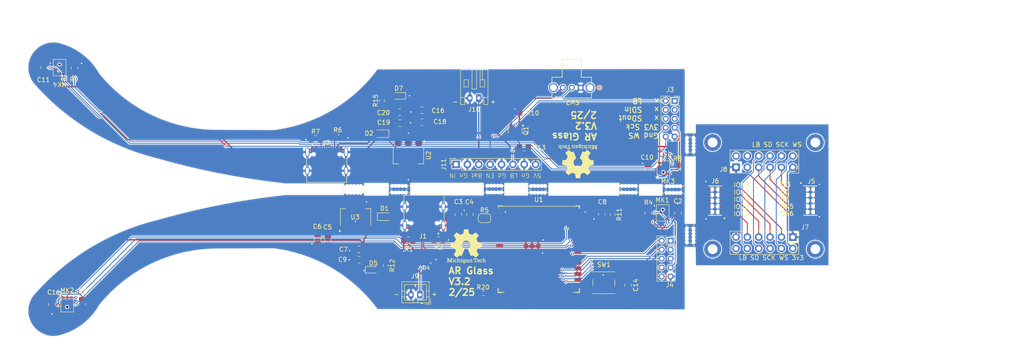
<source format=kicad_pcb>
(kicad_pcb (version 20240108) (generator "pcbnew") (generator_version "8.0")
  (layers (0 "F.Cu" signal) (31 "B.Cu" signal) (34 "B.Paste" user) (35 "F.Paste" user) (36 "B.SilkS" user "B.Silkscreen") (37 "F.SilkS" user "F.Silkscreen") (38 "B.Mask" user) (39 "F.Mask" user) (44 "Edge.Cuts" user))
  (net 0 "")
  (net 1 "GND")
  (net 2 "/VCC_5")
  (net 3 "/VCC_3V3")
  (net 4 "/VBUS")
  (net 5 "/ESP_3V3")
  (net 8 "/TXD0")
  (net 9 "/RXD0")
  (net 10 "/GPIO35")
  (net 11 "/GPIO36")
  (net 12 "/GPIO10")
  (net 13 "/GPIO21")
  (net 14 "/GPIO0")
  (net 15 "/GPIO37")
  (net 16 "/GPIO18")
  (net 17 "/GPIO13")
  (net 18 "/GPIO39")
  (net 19 "/GPIO5")
  (net 20 "/GPIO38")
  (net 21 "/GPIO12")
  (net 22 "/GPIO14")
  (net 23 "/GPIO2")
  (net 24 "/GPIO4")
  (net 25 "/GPIO9")
  (net 26 "/GPIO15")
  (net 27 "/CC2")
  (net 28 "/CC1")
  (net 29 "/BoardR/VBUS")
  (net 30 "/BoardR/D+")
  (net 31 "/BoardR/D-")
  (net 32 "/BoardR/CC2")
  (net 34 "/BoardR/CC1")
  (net 36 "/GPIO42")
  (net 37 "/GPIO41")
  (net 38 "/GPIO16")
  (net 39 "/GPIO48")
  (net 40 "/GPIO11")
  (net 41 "/GPIO7")
  (net 42 "/GPIO6")
  (net 43 "/GPIO1")
  (net 44 "/GPIO47")
  (net 45 "Net-(D5-A)")
  (net 46 "/CHIP_PU")
  (net 47 "/GPIO17")
  (net 48 "/GPIO46")
  (net 49 "/BoardR/VCC_3V3")
  (net 50 "/GPIO40")
  (net 51 "/GPIO45")
  (net 52 "/GPIO8")
  (net 53 "/GPIO3")
  (net 54 "/D-")
  (net 55 "/D+")
  (net 56 "/Eye connect/IO0")
  (net 57 "/Eye connect/VCC_3V3")
  (net 58 "/Eye connect/IO45")
  (net 59 "/Eye connect/IO3")
  (net 60 "/Eye connect/IO46")
  (net 61 "/Eye connect/IO47")
  (net 62 "/Eye connect/IO43")
  (net 63 "/Eye connect/IO48")
  (net 64 "/Eye connect/IO44")
  (net 65 "/Eye connect/IO21")
  (net 66 "/BoardR/USB")
  (net 67 "Net-(D7-A)")
  (net 69 "/BoardR/LB3v3")
  (net 70 "/BoardR/WS")
  (net 73 "/BoardR/SDin")
  (net 74 "/BoardR/SCK")
  (net 75 "/BoardR/SDout")
  (net 77 "/Eye connect/LB")
  (net 80 "/BoardR/5V")
  (net 81 "/BoardR/EN")
  (net 82 "/BoardR/LB")
  (net 83 "/BoardR/Bat")
  (net 84 "/Eye connect/SD1")
  (net 85 "/Eye connect/WS1")
  (net 86 "/Eye connect/SCK1")
  (footprint "Resistor_SMD:R_0603_1608Metric_Pad0.98x0.95mm_HandSolder" (layer "F.Cu") (at 167.77 138.275 180)
    (property "Reference" "R20")
    (property "Value" "1K")
  )
  (footprint "LED_SMD:LED_0603_1608Metric_Pad1.05x0.95mm_HandSolder" (layer "F.Cu") (at 148.775 94.05 180)
    (property "Reference" "D7")
    (property "Value" "LED")
  )
  (footprint "Sensor_Audio:InvenSense_ICS-43434-6_3.5x2.65mm" (layer "F.Cu") (at 207.8875 120.26 180)
    (property "Reference" "MK1")
    (property "Value" "ICS-43434")
  )
  (footprint "Sensor_Audio:InvenSense_ICS-43434-6_3.5x2.65mm" (layer "F.Cu") (at 208.0375 110.465)
    (property "Reference" "MK3")
    (property "Value" "ICS-43434")
  )
  (footprint "Package_TO_SOT_SMD:SOT-23" (layer "F.Cu") (at 174.9 101.8625 -90)
    (property "Reference" "Q1")
    (property "Value" "BSS138")
  )
  (footprint "Resistor_SMD:R_0805_2012Metric_Pad1.20x1.40mm_HandSolder" (layer "F.Cu") (at 211.2 110.6 -90)
    (property "Reference" "R8")
    (property "Value" "100k")
  )
  (footprint "Library:mouse-bite-3mm-slot" (layer "F.Cu") (at 214.025 125.3 90)
    (property "Reference" "mouse-bite-3mm-slot-8" (hide yes))
    (property "Value" "0" (hide yes))
  )
  (footprint "Capacitor_SMD:C_0805_2012Metric_Pad1.18x1.45mm_HandSolder" (layer "F.Cu") (at 140.0075 128.41 180)
    (property "Reference" "C7")
    (property "Value" "0.1uF")
  )
  (footprint "Library:mouse-bite-3mm-slot" (layer "F.Cu") (at 148.92 114.96)
    (property "Reference" "mouse-bite-3mm-slot-2" (hide yes))
    (property "Value" "0" (hide yes))
  )
  (footprint "LED_SMD:LED_0603_1608Metric_Pad1.05x0.95mm_HandSolder" (layer "F.Cu") (at 143.065 133.01)
    (property "Reference" "D5")
    (property "Value" "LED")
  )
  (footprint "Connector_PinSocket_2.00mm:PinSocket_2x05_P2.00mm_Vertical" (layer "F.Cu") (at 209.65 126.49)
    (property "Reference" "J4")
    (property "Value" "PinSocket_2x05_P2.00mm_Vertical")
  )
  (footprint "Capacitor_SMD:C_0805_2012Metric_Pad1.18x1.45mm_HandSolder" (layer "F.Cu") (at 130.72 126.21 -90)
    (property "Reference" "C6")
    (property "Value" "0.1uF")
  )
  (footprint "Through_hole_pin_socket:GCT_BD050-10-A-1-0500-L-D" (layer "F.Cu") (at 240.9 117.51 -90)
    (property "Reference" "J5")
    (property "Value" "BD050-10-A-0-0500-L-D")
  )
  (footprint "Capacitor_SMD:C_0805_2012Metric_Pad1.18x1.45mm_HandSolder" (layer "F.Cu") (at 149.125 100.15)
    (property "Reference" "C19")
    (property "Value" "0.1uF")
  )
  (footprint "Diode_SMD:D_SOD-323" (layer "F.Cu") (at 145.6825 121.1)
    (property "Reference" "D1")
    (property "Value" "1N5819WS")
  )
  (footprint "Package_TO_SOT_SMD:SOT-223-3_TabPin2" (layer "F.Cu") (at 139.2 121.21 90)
    (property "Reference" "U3")
    (property "Value" "LT1963AEST-3.3")
  )
  (footprint "Capacitor_SMD:C_0805_2012Metric_Pad1.18x1.45mm_HandSolder" (layer "F.Cu") (at 200.175 136.425 -90)
    (property "Reference" "C14")
    (property "Value" "0.1uF")
  )
  (footprint "Resistor_SMD:R_0805_2012Metric_Pad1.20x1.40mm_HandSolder" (layer "F.Cu") (at 176.825 105.65 180)
    (property "Reference" "R13")
    (property "Value" "10k")
  )
  (footprint "Library:HRO_TYPE-C-31-M-12" (layer "F.Cu") (at 154.525 118.88 180)
    (property "Reference" "J1")
    (property "Value" "USB_C_Receptacle_USB2.0_16P")
  )
  (footprint "Capacitor_SMD:C_0805_2012Metric_Pad1.18x1.45mm_HandSolder" (layer "F.Cu") (at 71.35 140.75 -90)
    (property "Reference" "C1")
    (property "Value" "0.1uF")
  )
  (footprint "Library:mouse-bite-3mm-slot" (layer "F.Cu") (at 210.27 115.03)
    (property "Reference" "mouse-bite-3mm-slot-6" (hide yes))
    (property "Value" "0" (hide yes))
  )
  (footprint "Resistor_SMD:R_0805_2012Metric_Pad1.20x1.40mm_HandSolder" (layer "F.Cu") (at 151 126.39)
    (property "Reference" "R1")
    (property "Value" "5.1K")
  )
  (footprint "Capacitor_SMD:C_0805_2012Metric_Pad1.18x1.45mm_HandSolder" (layer "F.Cu") (at 149.075 97.7)
    (property "Reference" "C20")
    (property "Value" "10uF")
  )
  (footprint "Library:mouse-bite-3mm-slot" (layer "F.Cu") (at 138.86 115)
    (property "Reference" "mouse-bite-3mm-slot" (hide yes))
    (property "Value" "0" (hide yes))
  )
  (footprint "Library:mouse-bite-3mm-slot" (layer "F.Cu") (at 200.32 114.96)
    (property "Reference" "mouse-bite-3mm-slot-5" (hide yes))
    (property "Value" "0" (hide yes))
  )
  (footprint "Resistor_SMD:R_0805_2012Metric_Pad1.20x1.40mm_HandSolder" (layer "F.Cu") (at 135.4 103.51 180)
    (property "Reference" "R6")
    (property "Value" "5.1K")
  )
  (footprint "Through_hole_pin_socket:GCT_BD050-10-A-1-0500-L-D" (layer "F.Cu") (at 219.575 117.51 90)
    (property "Reference" "J6")
    (property "Value" "BD050-10-A-0-0500-L-D")
  )
  (footprint "Capacitor_SMD:C_0805_2012Metric_Pad1.18x1.45mm_HandSolder" (layer "F.Cu") (at 154.05 97.25 180)
    (property "Reference" "C16")
    (property "Value" "10uF")
  )
  (footprint "Connector_PinHeader_2.54mm:PinHeader_2x06_P2.54mm_Vertical" (layer "F.Cu") (at 224.275 110.04 90)
    (property "Reference" "J8")
    (property "Value" "PinHeader_2x06_P2.54mm_Vertical")
  )
  (footprint "Connector_PinSocket_2.54mm:PinSocket_1x08_P2.54mm_Vertical" (layer "F.Cu") (at 161.68 109.4 90)
    (property "Reference" "J11")
    (property "Value" "Conn_01x08_Socket")
  )
  (footprint "Sensor_Audio:InvenSense_ICS-43434-6_3.5x2.65mm" (layer "F.Cu") (at 73.025 87.733 180)
    (property "Reference" "MK4")
    (property "Value" "ICS-43434")
  )
  (footprint "MountingHole:MountingHole_2.2mm_M2_DIN965_Pad" (layer "F.Cu") (at 219.05 128.375)
    (property "Reference" "H4" (hide yes))
    (property "Value" "MountingHole_Pad_MP")
  )
  (footprint "MountingHole:MountingHole_2.2mm_M2_DIN965_Pad" (layer "F.Cu") (at 219.05 104.5)
    (property "Reference" "H1" (hide yes))
    (property "Value" "MountingHole_Pad_MP")
  )
  (footprint "Package_TO_SOT_SMD:SOT-223-3_TabPin2" (layer "F.Cu") (at 151.025 107.375 -90)
    (property "Reference" "U2")
    (property "Value" "LT1963AxST-3.3")
  )
  (footprint "Resistor_SMD:R_0805_2012Metric_Pad1.20x1.40mm_HandSolder" (layer "F.Cu") (at 204.65 120.325 90)
    (property "Reference" "R4")
    (property "Value" "100k")
  )
  (footprint "Connector_JST:JST_PH_B2B-PH-K_1x02_P2.00mm_Vertical" (layer "F.Cu") (at 153.6 138.575 180)
    (property "Reference" "J9")
    (property "Value" "Conn_02x01")
  )
  (footprint "Sensor_Audio:InvenSense_ICS-43434-6_3.5x2.65mm" (layer "F.Cu") (at 74.7375 140.59)
    (property "Reference" "MK2")
    (property "Value" "ICS-43434")
  )
  (footprint "Capacitor_SMD:C_0805_2012Metric_Pad1.18x1.45mm_HandSolder" (layer "F.Cu") (at 162.19 120.61 90)
    (property "Reference" "C3")
    (property "Value" "10uF")
  )
  (footprint "Resistor_SMD:R_0805_2012Metric_Pad1.20x1.40mm_HandSolder" (layer "F.Cu") (at 76.375 87.8 90)
    (property "Reference" "R9")
    (property "Value" "100k")
  )
  (footprint "Resistor_SMD:R_0805_2012Metric_Pad1.20x1.40mm_HandSolder" (layer "F.Cu") (at 78.075 140.675 -90)
    (property "Reference" "R3")
    (property "Value" "100k")
  )
  (footprint "Capacitor_SMD:C_0805_2012Metric_Pad1.18x1.45mm_HandSolder" (layer "F.Cu") (at 164.76 120.65 90)
    (property "Reference" "C4")
    (property "Value" "0.1uF")
  )
  (footprint "Jumper:SolderJumper-2_P1.3mm_Open_RoundedPad1.0x1.5mm" (layer "F.Cu") (at 168.03 121.45)
    (property "Reference" "R5")
    (property "Value" "0")
  )
  (footprint "Library:SOT143B" (layer "F.Cu") (at 155.02 129.97 90)
    (property "Reference" "D4")
    (property "Value" "PRTR5V0U2X_215" (hide yes))
  )
  (footprint "Resistor_SMD:R_0603_1608Metric_Pad0.98x0.95mm_HandSolder" (layer "F.Cu") (at 145.125 95.125 90)
    (property "Reference" "R15")
    (property "Value" "1K")
  )
  (footprint "Resistor_SMD:R_0603_1608Metric_Pad0.98x0.95mm_HandSolder" (layer "F.Cu") (at 145.97 132.04 -90)
    (property "Reference" "R12")
    (property "Value" "1K")
  )
  (footprint "Capacitor_SMD:C_0805_2012Metric_Pad1.18x1.45mm_HandSolder" (layer "F.Cu") (at 133.02 126.38 -90)
    (property "Reference" "C5")
    (property "Value" "10uF")
  )
  (footprint "Library:HRO_TYPE-C-31-M-12" (layer "F.Cu") (at 132.755 110.81)
    (property "Reference" "J2")
    (property "Value" "USB_C_Receptacle_USB2.0_16P")
  )
  (footprint "Button_Switch_SMD:SW_SPST_PTS647_Sx38" (layer "F.Cu") (at 194.725 135.9)
    (property "Reference" "SW1")
    (property "Value" "SW_Push")
  )
  (footprint "PCM_Espressif:ESP32-S3-WROOM-1U" (layer "F.Cu") (at 180.18 128.24)
    (property "Reference" "U1")
    (property "Value" "ESP32-S3-WROOM-1U-N8R8")
  )
  (footprint "Resistor_SMD:R_0603_1608Metric_Pad0.98x0.95mm_HandSolder" (layer "F.Cu") (at 196.72 120.6 -90)
    (property "Reference" "R11")
    (property "Value" "10K")
  )
  (footprint "Connector_PinSocket_2.00mm:PinSocket_2x05_P2.00mm_Vertical" (layer "F.Cu") (at 210.56 95.18)
    (property "Reference" "J3")
    (property "Value" "PinSocket_2x05_P2.00mm_Vertical")
  )
  (footprint "Connector_JST:JST_PH_S2B-PH-K_1x02_P2.00mm_Horizontal" (layer "F.Cu") (at 166.75 94.55 180)
    (property "Reference" "J10")
    (property "Value" "Conn_01x02")
  )
  (footprint "Resistor_SMD:R_0805_2012Metric_Pad1.20x1.40mm_HandSolder" (layer "F.Cu") (at 130.27 103.7)
    (property "Reference" "R7")
    (property "Value" "5.1K")
  )
  (footprint "Resistor_SMD:R_0805_2012Metric_Pad1.20x1.40mm_HandSolder" (layer "F.Cu") (at 157.75 126.3 180)
    (property "Reference" "R2")
    (property "Value" "5.1K")
  )
  (footprint "Capacitor_SMD:C_0805_2012Metric_Pad1.18x1.45mm_HandSolder" (layer "F.Cu") (at 154.05 99.975 180)
    (property "Reference" "C18")
    (property "Value" "0.1uF")
  )
  (footprint "MountingHole:MountingHole_2.2mm_M2_DIN965_Pad" (layer "F.Cu") (at 242 104.5)
    (property "Reference" "H2" (hide yes))
    (property "Value" "MountingHole_Pad_MP")
  )
  (footprint "Library:mouse-bite-3mm-slot" (layer "F.Cu") (at 180.02 114.97)
    (property "Reference" "mouse-bite-3mm-slot-4" (hide yes))
    (property "Value" "0" (hide yes))
  )
  (footprint "MountingHole:MountingHole_2.2mm_M2_DIN965_Pad" (layer "F.Cu") (at 242 128.375)
    (property "Reference" "H3" (hide yes))
    (property "Value" "MountingHole_Pad_MP")
  )
  (footprint "Connector_PinHeader_2.54mm:PinHeader_2x06_P2.54mm_Vertical" (layer "F.Cu") (at 236.97 125.675 -90)
    (property "Reference" "J7")
    (property "Value" "PinHeader_2x06_P2.54mm_Vertical")
  )
  (footprint "Capacitor_SMD:C_0805_2012Metric_Pad1.18x1.45mm_HandSolder" (layer "F.Cu") (at 204.625 110.5375 90)
    (property "Reference" "C10")
    (property "Value" "0.1uF")
  )
  (footprint "Capacitor_SMD:C_0805_2012Metric_Pad1.18x1.45mm_HandSolder" (layer "F.Cu") (at 139.99 130.75 180)
    (property "Reference" "C9")
    (property "Value" "10uF")
  )
  (footprint "Library:mouse-bite-3mm-slot" (layer "F.Cu") (at 214.05 105.025 90)
    (property "Reference" "mouse-bite-3mm-slot-7" (hide yes))
    (property "Value" "0" (hide yes))
  )
  (footprint "Capacitor_SMD:C_0805_2012Metric_Pad1.18x1.45mm_HandSolder" (layer "F.Cu") (at 194.27 120.56 -90)
    (property "Reference" "C8")
    (property "Value" "1uF")
  )
  (footprint "Capacitor_SMD:C_0805_2012Metric_Pad1.18x1.45mm_HandSolder" (layer "F.Cu") (at 69.525 87.75 90)
    (property "Reference" "C11")
    (property "Value" "0.1uF")
  )
  (footprint "Library:mouse-bite-3mm-slot" (layer "F.Cu") (at 170.25 114.92)
    (property "Reference" "mouse-bite-3mm-slot-3" (hide yes))
    (property "Value" "0" (hide yes))
  )
  (footprint "footprints:OS102011MA1QN1_CNK" (layer "F.Cu") (at 189.5441 92.21255 180)
    (property "Reference" "SW2")
    (property "Value" "OS102011MA1QN1")
  )
  (footprint "Resistor_SMD:R_0805_2012Metric_Pad1.20x1.40mm_HandSolder" (layer "F.Cu") (at 174.9 97.75 180)
    (property "Reference" "R10")
    (property "Value" "10k")
  )
  (footprint "Capacitor_SMD:C_0805_2012Metric_Pad1.18x1.45mm_HandSolder" (layer "F.Cu") (at 211.28 120.32 90)
    (property "Reference" "C2")
    (property "Value" "0.1uF")
  )
  (footprint "Diode_SMD:D_SOD-323" (layer "F.Cu") (at 145.05 102.53 180)
    (property "Reference" "D2")
    (property "Value" "1N5819WS")
  )
  (gr_poly (pts (xy 166.711422 130.680455) (xy 166.748665 130.682469) (xy 166.76569 130.68409) (xy 166.781692 130.686165) (xy 166.796701 130.688729) (xy 166.810747 130.691818) (xy 166.823862 130.695465) (xy 166.836076 130.699706) (xy 166.847418 130.704574) (xy 166.857921 130.710105) (xy 166.867613 130.716333) (xy 166.876527 130.723293) (xy 166.884691 130.731019) (xy 166.892138 130.739547) (xy 166.898896 130.748909) (xy 166.904998 130.759142) (xy 166.910473 130.77028) (xy 166.915351 130.782357) (xy 166.919664 130.795408) (xy 166.923442 130.809468) (xy 166.926715 130.82457) (xy 166.929515 130.840751) (xy 166.93187 130.858044) (xy 166.933813 130.876484) (xy 166.93658 130.916944) (xy 166.938062 130.962407) (xy 166.938502 131.01315) (xy 166.938416 131.018197) (xy 166.938145 131.022766) (xy 166.937671 131.026881) (xy 166.937352 131.028773) (xy 166.936975 131.03056) (xy 166.936538 131.032243) (xy 166.936038 131.033825) (xy 166.935473 131.035309) (xy 166.934841 131.036697) (xy 166.93414 131.037992) (xy 166.933366 131.039197) (xy 166.932519 131.040313) (xy 166.931594 131.041345) (xy 166.93059 131.042293) (xy 166.929506 131.043162) (xy 166.928337 131.043953) (xy 166.927082 131.044669) (xy 166.925739 131.045313) (xy 166.924305 131.045888) (xy 166.922778 131.046395) (xy 166.921156 131.046838) (xy 166.919436 131.047219) (xy 166.917615 131.047541) (xy 166.913665 131.048017) (xy 166.909285 131.048287) (xy 166.904458 131.048373) (xy 166.539457 131.048373) (xy 166.540341 131.075253) (xy 166.541738 131.099213) (xy 166.543749 131.120419) (xy 166.546477 131.139032) (xy 166.550022 131.155216) (xy 166.552133 131.162449) (xy 166.554486 131.169136) (xy 166.557095 131.175297) (xy 166.559972 131.180954) (xy 166.563129 131.186126) (xy 166.566579 131.190833) (xy 166.570336 131.195098) (xy 166.574411 131.198939) (xy 166.578817 131.202377) (xy 166.583567 131.205433) (xy 166.588675 131.208127) (xy 166.594151 131.210479) (xy 166.60001 131.212511) (xy 166.606264 131.214242) (xy 166.620006 131.216883) (xy 166.635481 131.218568) (xy 166.652789 131.219458) (xy 166.672031 131.219719) (xy 166.691659 131.21949) (xy 166.709221 131.218771) (xy 166.724827 131.217512) (xy 166.738589 131.215663) (xy 166.750616 131.213174) (xy 166.756014 131.211674) (xy 166.761019 131.209996) (xy 166.765645 131.208132) (xy 166.769907 131.206078) (xy 166.773818 131.203827) (xy 166.777392 131.201372) (xy 166.780643 131.198707) (xy 166.783583 131.195827) (xy 166.786228 131.192725) (xy 166.788591 131.189394) (xy 166.790686 131.185828) (xy 166.792526 131.182022) (xy 166.794126 131.177969) (xy 166.795498 131.173663) (xy 166.797618 131.164266) (xy 166.798996 131.153782) (xy 166.799741 131.142161) (xy 166.799965 131.129353) (xy 166.93732 131.123462) (xy 166.936842 131.152267) (xy 166.93526 131.178455) (xy 166.933985 131.190599) (xy 166.93235 131.202128) (xy 166.930327 131.213055) (xy 166.927889 131.223393) (xy 166.925007 131.233155) (xy 166.921653 131.242354) (xy 166.9178 131.251004) (xy 166.913419 131.259116) (xy 166.908483 131.266706) (xy 166.902963 131.273785) (xy 166.896833 131.280366) (xy 166.890063 131.286464) (xy 166.882626 131.29209) (xy 166.874494 131.297258) (xy 166.865639 131.301982) (xy 166.856034 131.306273) (xy 166.845649 131.310146) (xy 166.834458 131.313614) (xy 166.822432 131.316689) (xy 166.809543 131.319384) (xy 166.795764 131.321714) (xy 166.781067 131.32369) (xy 166.765423 131.325327) (xy 166.748805 131.326636) (xy 166.712534 131.328326) (xy 166.672031 131.328867) (xy 166.630422 131.328207) (xy 166.593029 131.326066) (xy 166.575848 131.324364) (xy 166.559642 131.3222) (xy 166.544385 131.319543) (xy 166.530049 131.316363) (xy 166.516609 131.31263) (xy 166.504039 131.308313) (xy 166.492311 131.303381) (xy 166.4814 131.297804) (xy 166.471278 131.291551) (xy 166.46192 131.284592) (xy 166.453299 131.276897) (xy 166.445389 131.268434) (xy 166.438163 131.259174) (xy 166.431595 131.249085) (xy 166.425658 131.238138) (xy 166.420325 131.226302) (xy 166.415572 131.213545) (xy 166.41137 131.199838) (xy 166.407694 131.185151) (xy 166.404517 131.169452) (xy 166.401813 131.152711) (xy 166.399555 131.134898) (xy 166.396273 131.095932) (xy 166.394459 131.05231) (xy 166.393901 131.003787) (xy 166.394456 130.955665) (xy 166.539457 130.955665) (xy 166.798784 130.955665) (xy 166.797862 130.92941) (xy 166.796364 130.905996) (xy 166.79421 130.885265) (xy 166.79132 130.867058) (xy 166.789573 130.858851) (xy 166.787612 130.851217) (xy 166.785425 130.844134) (xy 166.783004 130.837584) (xy 166.780339 130.831546) (xy 166.777418 130.826001) (xy 166.774232 130.820928) (xy 166.770771 130.816309) (xy 166.767025 130.812123) (xy 166.762983 130.80835) (xy 166.758635 130.804971) (xy 166.753973 130.801966) (xy 166.748984 130.799315) (xy 166.743659 130.796998) (xy 166.737989 130.794996) (xy 166.731962 130.793289) (xy 166.718801 130.790679) (xy 166.704094 130.789011) (xy 166.687761 130.788126) (xy 166.66972 130.787866) (xy 166.651079 130.788126) (xy 166.634272 130.789011) (xy 166.626527 130.789737) (xy 166.619206 130.790679) (xy 166.612296 130.791856) (xy 166.605787 130.793289) (xy 166.599667 130.794996) (xy 166.593924 130.796998) (xy 166.588546 130.799315) (xy 166.583522 130.801966) (xy 166.578841 130.804971) (xy 166.57449 130.80835) (xy 166.570458 130.812123) (xy 166.566733 130.816309) (xy 166.563304 130.820928) (xy 166.56016 130.826001) (xy 166.557287 130.831546) (xy 166.554676 130.837584) (xy 166.552314 130.844134) (xy 166.550189 130.851217) (xy 166.548291 130.858851) (xy 166.546607 130.867058) (xy 166.545126 130.875855) (xy 166.543835 130.885265) (xy 166.541782 130.905996) (xy 166.540353 130.92941) (xy 166.539457 130.955665) (xy 166.394456 130.955665) (xy 166.394458 130.955471) (xy 166.396269 130.912029) (xy 166.39954 130.873218) (xy 166.404481 130.838796) (xy 166.407643 130.823155) (xy 166.4113 130.80852) (xy 166.415478 130.794862) (xy 166.420204 130.782149) (xy 166.425503 130.770351) (xy 166.431401 130.759439) (xy 166.437925 130.749382) (xy 166.4451 130.740149) (xy 166.452953 130.731711) (xy 166.461509 130.724036) (xy 166.470794 130.717095) (xy 166.480835 130.710858) (xy 166.491658 130.705294) (xy 166.503288 130.700372) (xy 166.515751 130.696063) (xy 166.529074 130.692336) (xy 166.543283 130.689161) (xy 166.558403 130.686508) (xy 166.591481 130.682645) (xy 166.628517 130.680505) (xy 166.66972 130.679846)) (stroke (width -0.000001)) (fill solid) (layer "F.SilkS"))
  (gr_poly (pts (xy 188.360607 111.448161) (xy 187.582732 111.146537) (xy 186.836607 111.702162) (xy 186.265107 111.114786) (xy 186.725482 110.336911) (xy 186.407982 109.559037) (xy 185.503107 109.336786) (xy 185.503107 108.590661) (xy 186.344482 108.416037) (xy 186.471482 108.241411) (xy 186.725482 107.606412) (xy 186.265107 106.828536) (xy 186.836607 106.272912) (xy 187.201732 106.558662) (xy 187.582732 106.733287) (xy 187.852607 106.574537) (xy 188.408232 107.987411) (xy 188.249482 108.114411) (xy 188.011357 108.416037) (xy 187.852607 108.844662) (xy 187.947857 109.336786) (xy 188.090732 109.622537) (xy 188.408232 109.892411) (xy 188.900357 110.035286) (xy 189.328982 109.971786) (xy 189.773482 109.638412) (xy 190.011607 109.130411) (xy 189.932232 108.447787) (xy 189.440107 108.019162) (xy 190.011607 106.622162) (xy 190.344982 106.717412) (xy 191.075232 106.272912) (xy 191.630857 106.828536) (xy 191.154607 107.542912) (xy 191.472107 108.400162) (xy 192.345226 108.606537) (xy 192.345226 109.336786) (xy 191.472107 109.543161) (xy 191.154607 110.352786) (xy 191.630857 111.130661) (xy 191.075232 111.702162) (xy 190.265607 111.130661) (xy 189.535357 111.448161) (xy 189.328982 112.400661) (xy 188.551107 112.416536)) (stroke (width -0.000001)) (fill solid) (layer "F.SilkS"))
  (gr_poly (pts (xy 185.556384 105.737942) (xy 185.520226 105.736272) (xy 185.488011 105.733339) (xy 185.459524 105.729022) (xy 185.446611 105.726306) (xy 185.43455 105.723198) (xy 185.423314 105.719683) (xy 185.412875 105.715746) (xy 185.403207 105.711372) (xy 185.394283 105.706544) (xy 185.386076 105.701249) (xy 185.37856 105.69547) (xy 185.371707 105.689193) (xy 185.365491 105.682402) (xy 185.359884 105.675082) (xy 185.354861 105.667217) (xy 185.350394 105.658794) (xy 185.346456 105.649795) (xy 185.34302 105.640207) (xy 185.34006 105.630013) (xy 185.337549 105.619199) (xy 185.33546 105.607749) (xy 185.33244 105.582881) (xy 185.330786 105.555288) (xy 185.330282 105.524847) (xy 185.469928 105.517845) (xy 185.470178 105.532364) (xy 185.470995 105.545612) (xy 185.471646 105.551774) (xy 185.472475 105.557635) (xy 185.473494 105.563201) (xy 185.474717 105.568479) (xy 185.476154 105.573473) (xy 185.477819 105.57819) (xy 185.479723 105.582635) (xy 185.481878 105.586814) (xy 185.484298 105.590733) (xy 185.486993 105.594398) (xy 185.489978 105.597814) (xy 185.493262 105.600987) (xy 185.49686 105.603924) (xy 185.500783 105.606629) (xy 185.505043 105.609108) (xy 185.509653 105.611368) (xy 185.514625 105.613414) (xy 185.519971 105.615252) (xy 185.525703 105.616887) (xy 185.531834 105.618326) (xy 185.538375 105.619573) (xy 185.54534 105.620636) (xy 185.55274 105.621519) (xy 185.560588 105.622229) (xy 185.577675 105.623151) (xy 185.5967 105.623448) (xy 185.617336 105.623113) (xy 185.635757 105.62198) (xy 185.644175 105.621053) (xy 185.652084 105.619855) (xy 185.6595 105.618361) (xy 185.666439 105.616548) (xy 185.672916 105.61439) (xy 185.678945 105.611864) (xy 185.684542 105.608947) (xy 185.689723 105.605613) (xy 185.694502 105.601839) (xy 185.698895 105.597601) (xy 185.702917 105.592875) (xy 185.706583 105.587636) (xy 185.709909 105.581862) (xy 185.71291 105.575527) (xy 185.715601 105.568607) (xy 185.717998 105.561079) (xy 185.720115 105.552919) (xy 185.721968 105.544101) (xy 185.723572 105.534604) (xy 185.724942 105.524402) (xy 185.726094 105.513471) (xy 185.727043 105.501787) (xy 185.728393 105.476065) (xy 185.729113 105.447043) (xy 185.729326 105.41453) (xy 185.729113 105.381822) (xy 185.728393 105.352657) (xy 185.727043 105.326836) (xy 185.724942 105.304163) (xy 185.721968 105.284438) (xy 185.717998 105.267466) (xy 185.715601 105.25995) (xy 185.71291 105.253048) (xy 185.709909 105.246735) (xy 185.706583 105.240986) (xy 185.702917 105.235777) (xy 185.698895 105.231083) (xy 185.694502 105.22688) (xy 185.689723 105.223142) (xy 185.684542 105.219845) (xy 185.678945 105.216965) (xy 185.672916 105.214475) (xy 185.666439 105.212353) (xy 185.652084 105.209111) (xy 185.635757 105.207039) (xy 185.617336 105.205941) (xy 185.5967 105.205619) (xy 185.577483 105.205863) (xy 185.560254 105.206635) (xy 185.544908 105.207994) (xy 185.531343 105.210002) (xy 185.525196 105.211267) (xy 185.519455 105.212717) (xy 185.514108 105.21436) (xy 185.509142 105.216202) (xy 185.504543 105.218251) (xy 185.5003 105.220515) (xy 185.496398 105.223002) (xy 185.492826 105.225718) (xy 185.48957 105.228671) (xy 185.486618 105.231869) (xy 185.483956 105.23532) (xy 185.481571 105.23903) (xy 185.479452 105.243008) (xy 185.477584 105.247261) (xy 185.475956 105.251796) (xy 185.474553 105.256621) (xy 185.473364 105.261744) (xy 185.472375 105.267172) (xy 185.470947 105.278973) (xy 185.470166 105.292085) (xy 185.469928 105.306567) (xy 185.330282 105.312459) (xy 185.330747 105.280358) (xy 185.332295 105.251312) (xy 185.335158 105.225187) (xy 185.337154 105.213177) (xy 185.339564 105.201846) (xy 185.342419 105.191177) (xy 185.345745 105.181153) (xy 185.349573 105.171757) (xy 185.353931 105.162972) (xy 185.358847 105.154782) (xy 185.364351 105.147168) (xy 185.370471 105.140115) (xy 185.377237 105.133605) (xy 185.384676 105.127621) (xy 185.392818 105.122146) (xy 185.401691 105.117164) (xy 185.411324 105.112656) (xy 185.421747 105.108607) (xy 185.432987 105.104999) (xy 185.445074 105.101816) (xy 185.458036 105.099039) (xy 185.471902 105.096653) (xy 185.486701 105.09464) (xy 185.519214 105.091666) (xy 185.555803 105.089982) (xy 185.5967 105.08945) (xy 185.638315 105.09011) (xy 185.675713 105.092251) (xy 185.692897 105.093953) (xy 185.709105 105.096117) (xy 185.724365 105.098774) (xy 185.738702 105.101954) (xy 185.752143 105.105687) (xy 185.764716 105.110004) (xy 185.776445 105.114936) (xy 185.787358 105.120513) (xy 185.79748 105.126766) (xy 185.806839 105.133725) (xy 185.815461 105.14142) (xy 185.823372 105.149883) (xy 185.830599 105.159143) (xy 185.837168 105.169232) (xy 185.843106 105.180179) (xy 185.848439 105.192015) (xy 185.853193 105.204772) (xy 185.857395 105.218479) (xy 185.861071 105.233166) (xy 185.864248 105.248865) (xy 185.866952 105.265606) (xy 185.86921 105.283419) (xy 185.872493 105.322385) (xy 185.874307 105.366007) (xy 185.874865 105.41453) (xy 185.874307 105.462846) (xy 185.872493 105.506288) (xy 185.86921 105.545099) (xy 185.864248 105.579521) (xy 185.861071 105.595162) (xy 185.857395 105.609797) (xy 185.853193 105.623455) (xy 185.848439 105.636168) (xy 185.843106 105.647966) (xy 185.837169 105.658878) (xy 185.8306 105.668935) (xy 185.823373 105.678168) (xy 185.815462 105.686606) (xy 185.80684 105.694281) (xy 185.797481 105.701222) (xy 185.787358 105.707459) (xy 185.776445 105.713023) (xy 185.764716 105.717945) (xy 185.752144 105.722254) (xy 185.738702 105.725981) (xy 185.724365 105.729156) (xy 185.709105 105.731809) (xy 185.675713 105.735672) (xy 185.638315 105.737812) (xy 185.5967 105.738471)) (stroke (width -0.000001)) (fill solid) (layer "F.SilkS"))
  (gr_poly (pts (xy 160.836736 130.54639) (xy 160.733224 130.552775) (xy 160.733224 131.189202) (xy 160.837969 131.195644) (xy 160.837969 131.318317) (xy 160.469923 131.318317) (xy 160.469923 131.195644) (xy 160.56449 131.189202) (xy 160.56449 130.578333) (xy 160.331885 131.318317) (xy 160.159375 131.318317) (xy 159.922925 130.586007) (xy 159.922925 131.189202) (xy 160.020049 131.195644) (xy 160.020049 131.318317) (xy 159.653243 131.318317) (xy 159.653243 131.195644) (xy 159.758042 131.189202) (xy 159.758042 130.552775) (xy 159.657081 130.54639) (xy 159.657081 130.423659) (xy 160.048195 130.423659) (xy 160.227099 131.007735) (xy 160.23082 131.020257) (xy 160.234331 131.032866) (xy 160.237663 131.045532) (xy 160.240844 131.058227) (xy 160.24687 131.083587) (xy 160.25264 131.108718) (xy 160.259189 131.083587) (xy 160.265601 131.058227) (xy 160.272246 131.032866) (xy 160.275771 131.020257) (xy 160.279492 131.007735) (xy 160.45586 130.423658) (xy 160.836736 130.423658)) (stroke (width -0.000001)) (fill solid) (layer "F.SilkS"))
  (gr_poly (pts (xy 164.217433 130.680445) (xy 164.25339 130.682328) (xy 164.28566 130.685626) (xy 164.314423 130.690465) (xy 164.327545 130.693503) (xy 164.339857 130.696976) (xy 164.351382 130.700898) (xy 164.362141 130.705287) (xy 164.372158 130.710158) (xy 164.381455 130.715527) (xy 164.390053 130.721411) (xy 164.397976 130.727826) (xy 164.405245 130.734787) (xy 164.411883 130.742311) (xy 164.417913 130.750415) (xy 164.423357 130.759113) (xy 164.428236 130.768423) (xy 164.432574 130.77836) (xy 164.436393 130.78894) (xy 164.439715 130.800181) (xy 164.442562 130.812097) (xy 164.444957 130.824704) (xy 164.44848 130.85206) (xy 164.450463 130.882377) (xy 164.451084 130.915783) (xy 164.451084 131.206806) (xy 164.540267 131.211518) (xy 164.540267 131.318317) (xy 164.310272 131.318317) (xy 164.303235 131.226775) (xy 164.289895 131.239906) (xy 164.276699 131.252041) (xy 164.263596 131.263202) (xy 164.250537 131.273407) (xy 164.237471 131.282679) (xy 164.224349 131.291036) (xy 164.211121 131.298501) (xy 164.197736 131.305093) (xy 164.184146 131.310832) (xy 164.1703 131.31574) (xy 164.156149 131.319836) (xy 164.141642 131.323142) (xy 164.12673 131.325677) (xy 164.111362 131.327463) (xy 164.09549 131.328519) (xy 164.079062 131.328867) (xy 164.06642 131.328641) (xy 164.054242 131.327971) (xy 164.042523 131.326866) (xy 164.03126 131.325334) (xy 164.020449 131.323386) (xy 164.010085 131.321029) (xy 164.000164 131.318275) (xy 163.990682 131.315131) (xy 163.981636 131.311607) (xy 163.97302 131.307713) (xy 163.964832 131.303457) (xy 163.957066 131.298849) (xy 163.949719 131.293898) (xy 163.942787 131.288614) (xy 163.936265 131.283005) (xy 163.93015 131.277081) (xy 163.924437 131.270851) (xy 163.919122 131.264324) (xy 163.914202 131.25751) (xy 163.909671 131.250417) (xy 163.905527 131.243056) (xy 163.901764 131.235435) (xy 163.898379 131.227564) (xy 163.895368 131.219451) (xy 163.892727 131.211107) (xy 163.89045 131.20254) (xy 163.888536 131.193759) (xy 163.886978 131.184774) (xy 163.884919 131.166229) (xy 163.88424 131.146978) (xy 163.884501 131.137608) (xy 164.028597 131.137608) (xy 164.028904 131.145447) (xy 164.029293 131.1493) (xy 164.029843 131.153103) (xy 164.030558 131.156849) (xy 164.031441 131.160533) (xy 164.032497 131.164148) (xy 164.033727 131.167691) (xy 164.035137 131.171154) (xy 164.036728 131.174533) (xy 164.038505 131.177822) (xy 164.040472 131.181015) (xy 164.042631 131.184107) (xy 164.044986 131.187091) (xy 164.04754 131.189964) (xy 164.050297 131.192718) (xy 164.053261 131.195348) (xy 164.056435 131.19785) (xy 164.059822 131.200216) (xy 164.063425 131.202442) (xy 164.067249 131.204522) (xy 164.071297 131.206451) (xy 164.075572 131.208222) (xy 164.080077 131.20983) (xy 164.084816 131.211271) (xy 164.089793 131.212537) (xy 164.095011 131.213624) (xy 164.100473 131.214525) (xy 164.106183 131.215236) (xy 164.112145 131.215751) (xy 164.118361 131.216064) (xy 164.124835 131.21617) (xy 164.124836 131.21617) (xy 164.137548 131.215906) (xy 164.149766 131.215099) (xy 164.161544 131.21373) (xy 164.172938 131.211776) (xy 164.184003 131.209219) (xy 164.194793 131.206036) (xy 164.205364 131.202207) (xy 164.215771 131.197712) (xy 164.226068 131.192529) (xy 164.236311 131.186638) (xy 164.246554 131.180019) (xy 164.256854 131.17265) (xy 164.267263 131.164511) (xy 164.277839 131.155581) (xy 164.288635 131.14584) (xy 164.299708 131.135266) (xy 164.299708 131.040175) (xy 164.221002 131.040175) (xy 164.191189 131.04065) (xy 164.164558 131.042049) (xy 164.140936 131.044334) (xy 164.120149 131.047469) (xy 164.102023 131.051415) (xy 164.086385 131.056135) (xy 164.07306 131.061591) (xy 164.067211 131.064583) (xy 164.061875 131.067746) (xy 164.057031 131.071073) (xy 164.052657 131.074561) (xy 164.048731 131.078205) (xy 164.045232 131.081999) (xy 164.042137 131.08594) (xy 164.039425 131.090023) (xy 164.035064 131.098595) (xy 164.031974 131.107677) (xy 164.029982 131.117232) (xy 164.028914 131.127222) (xy 164.028597 131.137608) (xy 163.884501 131.137608) (xy 163.884807 131.126636) (xy 163.88669 131.107033) (xy 163.888208 131.097533) (xy 163.890156 131.088248) (xy 163.892569 131.079187) (xy 163.895478 131.07036) (xy 163.898919 131.061777) (xy 163.902925 131.053448) (xy 163.907529 131.045383) (xy 163.912766 131.037591) (xy 163.918669 131.030083) (xy 163.925272 131.022869) (xy 163.932609 131.015958) (xy 163.940713 131.00936) (xy 163.949619 131.003086) (xy 163.95936 130.997145) (xy 163.969969 130.991546) (xy 163.981481 130.986301) (xy 163.993929 130.981418) (xy 164.007347 130.976908) (xy 164.021769 130.972781) (xy 164.037228 130.969046) (xy 164.053759 130.965713) (xy 164.071395 130.962793) (xy 164.090169 130.960294) (xy 164.110116 130.958228) (xy 164.13127 130.956604) (xy 164.153663 130.955431) (xy 164.17733 130.954721) (xy 164.202305 130.954482) (xy 164.299707 130.954482) (xy 164.299707 130.918076) (xy 164.299469 130.900585) (xy 164.298687 130.884582) (xy 164.297255 130.870018) (xy 164.295069 130.856844) (xy 164.29366 130.850762) (xy 164.292023 130.84501) (xy 164.290145 130.839579) (xy 164.288013 130.834465) (xy 164.285613 130.829661) (xy 164.282933 130.825161) (xy 164.27996 130.820959) (xy 164.276679 130.817048) (xy 164.273079 130.813422) (xy 164.269146 130.810075) (xy 164.264868 130.807001) (xy 164.26023 130.804193) (xy 164.255219 130.801646) (xy 164.249824 130.799353) (xy 164.24403 130.797308) (xy 164.237824 130.795504) (xy 164.231194 130.793936) (xy 164.224126 130.792597) (xy 164.216607 130.791482) (xy 164.208624 130.790583) (xy 164.191214 130.78941) (xy 164.17179 130.789031) (xy 164.153806 130.78931) (xy 164.137656 130.790165) (xy 164.123246 130.791621) (xy 164.110484 130.793705) (xy 164.104692 130.79499) (xy 164.099276 130.796441) (xy 164.094226 130.798063) (xy 164.08953 130.799857) (xy 164.085177 130.801827) (xy 164.081153 130.803977) (xy 164.077449 130.80631) (xy 164.074053 130.808828) (xy 164.070952 130.811535) (xy 164.068135 130.814435) (xy 164.065591 130.81753) (xy 164.063307 130.820824) (xy 164.061273 130.824321) (xy 164.059477 130.828022) (xy 164.057907 130.831931) (xy 164.056552 130.836053) (xy 164.054438 130.844943) (xy 164.053044 130.85472) (xy 164.052275 130.865407) (xy 164.052039 130.877031) (xy 163.912393 130.884033) (xy 163.91296 130.856408) (xy 163.914787 130.831124) (xy 163.916232 130.819337) (xy 163.918062 130.808107) (xy 163.9203 130.797423) (xy 163.922971 130.787277) (xy 163.926097 130.777659) (xy 163.929702 130.768559) (xy 163.93381 130.759967) (xy 163.938443 130.751873) (xy 163.943626 130.744269) (xy 163.949381 130.737144) (xy 163.955732 130.730489) (xy 163.962703 130.724294) (xy 163.970317 130.718549) (xy 163.978597 130.713244) (xy 163.987567 130.708371) (xy 163.99725 130.70392) (xy 164.00767 130.699879) (xy 164.01885 130.696241) (xy 164.030814 130.692996) (xy 164.043584 130.690133) (xy 164.057185 130.687643) (xy 164.07164 130.685516) (xy 164.086972 130.683743) (xy 164.103205 130.682314) (xy 164.138466 130.68045) (xy 164.177611 130.679846)) (stroke (width -0.000001)) (fill solid) (layer "F.SilkS"))
  (gr_poly (pts (xy 164.528289 124.970156) (xy 165.306164 125.27178) (xy 166.052289 124.716155) (xy 166.623789 125.303531) (xy 166.163414 126.081406) (xy 166.480914 126.85928) (xy 167.385789 127.081531) (xy 167.385789 127.827656) (xy 166.544414 128.00228) (xy 166.417414 128.176906) (xy 166.163414 128.811905) (xy 166.623789 129.589781) (xy 166.052289 130.145405) (xy 165.687164 129.859655) (xy 165.306164 129.68503) (xy 165.036289 129.84378) (xy 164.480664 128.430906) (xy 164.639414 128.303906) (xy 164.877539 128.00228) (xy 165.036289 127.573655) (xy 164.941039 127.081531) (xy 164.798164 126.79578) (xy 164.480664 126.525906) (xy 163.988539 126.383031) (xy 163.559914 126.446531) (xy 163.115414 126.779905) (xy 162.877289 127.287906) (xy 162.956664 127.97053) (xy 163.448789 128.399155) (xy 162.877289 129.796155) (xy 162.543914 129.700905) (xy 161.813664 130.145405) (xy 161.258039 129.589781) (xy 161.734289 128.875405) (xy 161.416789 128.018155) (xy 160.54367 127.81178) (xy 160.54367 127.081531) (xy 161.416789 126.875156) (xy 161.734289 126.065531) (xy 161.258039 125.287656) (xy 161.813664 124.716155) (xy 162.623289 125.287656) (xy 163.353539 124.970156) (xy 163.559914 124.017656) (xy 164.337789 124.001781)) (stroke (width -0.000001)) (fill solid) (layer "F.SilkS"))
  (gr_poly (pts (xy 162.94129 130.433297) (xy 162.953593 130.433787) (xy 162.964514 130.434684) (xy 162.974132 130.436052) (xy 162.978477 130.436934) (xy 162.982525 130.437957) (xy 162.986287 130.439131) (xy 162.989773 130.440464) (xy 162.992993 130.441964) (xy 162.995956 130.443638) (xy 162.998672 130.445495) (xy 163.001151 130.447544) (xy 163.003404 130.449792) (xy 163.005439 130.452247) (xy 163.007268 130.454918) (xy 163.008899 130.457813) (xy 163.010343 130.460939) (xy 163.011609 130.464306) (xy 163.012708 130.46792) (xy 163.013649 130.471791) (xy 163.014442 130.475927) (xy 163.015098 130.480335) (xy 163.016035 130.490002) (xy 163.016539 130.500856) (xy 163.016689 130.512964) (xy 163.016539 130.525275) (xy 163.016035 130.536281) (xy 163.015098 130.546052) (xy 163.014442 130.550496) (xy 163.013649 130.554658) (xy 163.012708 130.558546) (xy 163.011609 130.56217) (xy 163.010343 130.565538) (xy 163.008899 130.568658) (xy 163.007268 130.571541) (xy 163.00544 130.574194) (xy 163.003404 130.576627) (xy 163.001152 130.578848) (xy 162.998672 130.580866) (xy 162.995956 130.582689) (xy 162.992993 130.584328) (xy 162.989774 130.58579) (xy 162.986288 130.587084) (xy 162.982525 130.58822) (xy 162.978477 130.589206) (xy 162.974132 130.59005) (xy 162.969481 130.590762) (xy 162.964514 130.59135) (xy 162.953593 130.592192) (xy 162.94129 130.592645) (xy 162.927525 130.59278) (xy 162.913136 130.592645) (xy 162.900286 130.592192) (xy 162.888892 130.59135) (xy 162.878868 130.59005) (xy 162.874344 130.589206) (xy 162.870131 130.58822) (xy 162.866218 130.587084) (xy 162.862596 130.58579) (xy 162.859253 130.584328) (xy 162.856179 130.582689) (xy 162.853363 130.580866) (xy 162.850795 130.578848) (xy 162.848465 130.576627) (xy 162.846361 130.574194) (xy 162.844474 130.571541) (xy 162.842792 130.568658) (xy 162.841305 130.565538) (xy 162.840003 130.56217) (xy 162.838875 130.558546) (xy 162.83791 130.554658) (xy 162.837098 130.550496) (xy 162.836429 130.546052) (xy 162.835476 130.536281) (xy 162.834966 130.525275) (xy 162.834814 130.512964) (xy 162.834966 130.500856) (xy 162.835476 130.490002) (xy 162.836429 130.480335) (xy 162.837098 130.475927) (xy 162.83791 130.471791) (xy 162.838874 130.46792) (xy 162.840003 130.464306) (xy 162.841305 130.460939) (xy 162.842791 130.457813) (xy 162.844473 130.454918) (xy 162.846361 130.452247) (xy 162.848465 130.449792) (xy 162.850795 130.447544) (xy 162.853363 130.445495) (xy 162.856179 130.443638) (xy 162.859253 130.441964) (xy 162.862596 130.440464) (xy 162.866218 130.439131) (xy 162.870131 130.437957) (xy 162.874344 130.436934) (xy 162.878868 130.436052) (xy 162.883713 130.435305) (xy 162.888891 130.434684) (xy 162.900286 130.433787) (xy 162.913135 130.433297) (xy 162.927525 130.433148)) (stroke (width -0.000001)) (fill solid) (layer "F.SilkS"))
  (gr_poly (pts (xy 167.332512 130.680375) (xy 167.36867 130.682045) (xy 167.400885 130.684978) (xy 167.429372 130.689295) (xy 167.442285 130.692011) (xy 167.454346 130.695119) (xy 167.465582 130.698634) (xy 167.476021 130.702571) (xy 167.485689 130.706945) (xy 167.494613 130.711773) (xy 167.50282 130.717068) (xy 167.510336 130.722847) (xy 167.517189 130.729124) (xy 167.523405 130.735915) (xy 167.529012 130.743235) (xy 167.534035 130.7511) (xy 167.538502 130.759523) (xy 167.54244 130.768522) (xy 167.545876 130.77811) (xy 167.548836 130.788304) (xy 167.551347 130.799118) (xy 167.553436 130.810568) (xy 167.556456 130.835436) (xy 167.55811 130.863029) (xy 167.558614 130.89347) (xy 167.418968 130.900472) (xy 167.418718 130.885953) (xy 167.417901 130.872705) (xy 167.41725 130.866543) (xy 167.416421 130.860682) (xy 167.415402 130.855116) (xy 167.414179 130.849838) (xy 167.412742 130.844844) (xy 167.411077 130.840127) (xy 167.409173 130.835682) (xy 167.407018 130.831503) (xy 167.404598 130.827584) (xy 167.401903 130.823919) (xy 167.398918 130.820503) (xy 167.395634 130.81733) (xy 167.392036 130.814393) (xy 167.388113 130.811688) (xy 167.383853 130.809209) (xy 167.379243 130.806949) (xy 167.374271 130.804903) (xy 167.368925 130.803065) (xy 167.363193 130.80143) (xy 167.357062 130.799991) (xy 167.350521 130.798744) (xy 167.343556 130.797681) (xy 167.336156 130.796798) (xy 167.328308 130.796088) (xy 167.311221 130.795166) (xy 167.292196 130.794869) (xy 167.27156 130.795204) (xy 167.253139 130.796337) (xy 167.244721 130.797264) (xy 167.236812 130.798462) (xy 167.229396 130.799956) (xy 167.222457 130.801769) (xy 167.21598 130.803927) (xy 167.209951 130.806453) (xy 167.204354 130.80937) (xy 167.199173 130.812704) (xy 167.194394 130.816478) (xy 167.190001 130.820716) (xy 167.185979 130.825442) (xy 167.182313 130.830681) (xy 167.178987 130.836455) (xy 167.175986 130.84279) (xy 167.173295 130.84971) (xy 167.170898 130.857238) (xy 167.168781 130.865398) (xy 167.166928 130.874216) (xy 167.165324 130.883713) (xy 167.163954 130.893915) (xy 167.162802 130.904846) (xy 167.161853 130.91653) (xy 167.160503 130.942252) (xy 167.159783 130.971274) (xy 167.15957 131.003787) (xy 167.159783 131.036495) (xy 167.160503 131.06566) (xy 167.161853 131.091481) (xy 167.163954 131.114154) (xy 167.166928 131.133879) (xy 167.170898 131.150851) (xy 167.173295 131.158367) (xy 167.175986 131.165269) (xy 167.178987 131.171582) (xy 167.182313 131.177331) (xy 167.185979 131.18254) (xy 167.190001 131.187234) (xy 167.194394 131.191437) (xy 167.199173 131.195175) (xy 167.204354 131.198472) (xy 167.209951 131.201352) (xy 167.21598 131.203842) (xy 167.222457 131.205964) (xy 167.236812 131.209206) (xy 167.253139 131.211278) (xy 167.27156 131.212376) (xy 167.292196 131.212698) (xy 167.311413 131.212454) (xy 167.328642 131.211682) (xy 167.343988 131.210323) (xy 167.357553 131.208315) (xy 167.3637 131.20705) (xy 167.369441 131.2056) (xy 167.374788 131.203957) (xy 167.379754 131.202115) (xy 167.384353 131.200066) (xy 167.388596 131.197802) (xy 167.392498 131.195315) (xy 167.39607 131.192599) (xy 167.399326 131.189646) (xy 167.402278 131.186448) (xy 167.40494 131.182997) (xy 167.407325 131.179287) (xy 167.409444 131.175309) (xy 167.411312 131.171056) (xy 167.41294 131.166521) (xy 167.414343 131.161696) (xy 167.415532 131.156573) (xy 167.416521 131.151145) (xy 167.417949 131.139344) (xy 167.41873 131.126232) (xy 167.418968 131.11175) (xy 167.558614 131.105858) (xy 167.558149 131.137959) (xy 167.556601 131.167005) (xy 167.553738 131.19313) (xy 167.551742 131.20514) (xy 167.549332 131.216471) (xy 167.546477 131.22714) (xy 167.543151 131.237164) (xy 167.539323 131.24656) (xy 167.534965 131.255345) (xy 167.530049 131.263535) (xy 167.524545 131.271149) (xy 167.518425 131.278202) (xy 167.511659 131.284712) (xy 167.50422 131.290696) (xy 167.496078 131.296171) (xy 167.487205 131.301153) (xy 167.477572 131.305661) (xy 167.467149 131.30971) (xy 167.455909 131.313318) (xy 167.443822 131.316501) (xy 167.43086 131.319278) (xy 167.416994 131.321664) (xy 167.402195 131.323677) (xy 167.369682 131.326651) (xy 167.333093 131.328335) (xy 167.292196 131.328867) (xy 167.250581 131.328207) (xy 167.213183 131.326066) (xy 167.195999 131.324364) (xy 167.179791 131.3222) (xy 167.164531 131.319543) (xy 167.150194 131.316363) (xy 167.136753 131.31263) (xy 167.12418 131.308313) (xy 167.112451 131.303381) (xy 167.101538 131.297804) (xy 167.091416 131.291551) (xy 167.082057 131.284592) (xy 167.073435 131.276897) (xy 167.065524 131.268434) (xy 167.058297 131.259174) (xy 167.051728 131.249085) (xy 167.04579 131.238138) (xy 167.040457 131.226302) (xy 167.035703 131.213545) (xy 167.031501 131.199838) (xy 167.027825 131.185151) (xy 167.024648 131.169452) (xy 167.021944 131.152711) (xy 167.019686 131.134898) (xy 167.016403 131.095932) (xy 167.014589 131.05231) (xy 167.014031 131.003787) (xy 167.014589 130.955471) (xy 167.016403 130.912029) (xy 167.019686 130.873218) (xy 167.024648 130.838796) (xy 167.027825 130.823155) (xy 167.031501 130.80852) (xy 167.035703 130.794862) (xy 167.040457 130.782149) (xy 167.04579 130.770351) (xy 167.051727 130.759439) (xy 167.058296 130.749382) (xy 167.065523 130.740149) (xy 167.073434 130.731711) (xy 167.082056 130.724036) (xy 167.091415 130.717095) (xy 167.101538 130.710858) (xy 167.112451 130.705294) (xy 167.12418 130.700372) (xy 167.136752 130.696063) (xy 167.150194 130.692336) (xy 167.164531 130.689161) (xy 167.179791 130.686508) (xy 167.213183 130.682645) (xy 167.250581 130.680505) (xy 167.292196 130.679846)) (stroke (width -0.000001)) (fill solid) (layer "F.SilkS"))
  (gr_poly (pts (xy 164.394858 123.922455) (xy 164.396854 123.922603) (xy 164.39884 123.922848) (xy 164.400814 123.923186) (xy 164.402773 123.923616) (xy 164.404713 123.924134) (xy 164.406632 123.924738) (xy 164.408526 123.925426) (xy 164.410393 123.926196) (xy 164.41223 123.927044) (xy 164.414034 123.927969) (xy 164.415801 123.928967) (xy 164.417529 123.930037) (xy 164.419215 123.931176) (xy 164.420855 123.932382) (xy 164.422448 123.933652) (xy 164.423989 123.934983) (xy 164.425476 123.936374) (xy 164.426906 123.937821) (xy 164.428275 123.939323) (xy 164.429582 123.940876) (xy 164.430822 123.942479) (xy 164.431993 123.944129) (xy 164.433092 123.945823) (xy 164.434116 123.947559) (xy 164.435062 123.949335) (xy 164.435926 123.951148) (xy 164.436707 123.952995) (xy 164.437401 123.954875) (xy 164.438004 123.956784) (xy 164.438515 123.95872) (xy 164.438929 123.960682) (xy 164.605176 124.85395) (xy 164.605595 124.85593) (xy 164.606105 124.857917) (xy 164.606702 124.859907) (xy 164.607384 124.861896) (xy 164.608989 124.865862) (xy 164.610898 124.869789) (xy 164.613089 124.873651) (xy 164.615539 124.877423) (xy 164.618225 124.881078) (xy 164.621126 124.884591) (xy 164.624217 124.887937) (xy 164.627478 124.891089) (xy 164.630885 124.894023) (xy 164.634416 124.896711) (xy 164.638048 124.899129) (xy 164.641758 124.901251) (xy 164.643636 124.902193) (xy 164.645525 124.903051) (xy 164.647423 124.903822) (xy 164.649326 124.904503) (xy 165.248007 125.149561) (xy 165.251723 125.151195) (xy 165.255665 125.152561) (xy 165.259798 125.15366) (xy 165.264087 125.154496) (xy 165.268497 125.155069) (xy 165.272994 125.155382) (xy 165.277544 125.155438) (xy 165.28211 125.155238) (xy 165.286658 125.154785) (xy 165.291155 125.154082) (xy 165.295564 125.153129) (xy 165.299851 125.15193) (xy 165.303982 125.150486) (xy 165.307922 125.1488) (xy 165.311635 125.146874) (xy 165.315088 125.14471) (xy 166.061337 124.632636) (xy 166.06302 124.631538) (xy 166.064753 124.630525) (xy 166.066531 124.629598) (xy 166.068352 124.628755) (xy 166.07021 124.627997) (xy 166.072104 124.627323) (xy 166.074028 124.626732) (xy 166.075978 124.626225) (xy 166.077952 124.625801) (xy 166.079945 124.62546) (xy 166.083974 124.625024) (xy 166.088035 124.624914) (xy 166.092097 124.625128) (xy 166.096129 124.625663) (xy 166.100102 124.626515) (xy 166.103986 124.627682) (xy 166.105884 124.628382) (xy 166.107749 124.629161) (xy 166.109576 124.630016) (xy 166.111361 124.630949) (xy 166.113101 124.631958) (xy 166.114793 124.633043) (xy 166.116431 124.634204) (xy 166.118013 124.635441) (xy 166.119534 124.636753) (xy 166.120991 124.638139) (xy 166.749429 125.26656) (xy 166.750815 125.268018) (xy 166.752126 125.269542) (xy 166.753361 125.271126) (xy 166.75452 125.272767) (xy 166.755602 125.274461) (xy 166.756608 125.276204) (xy 166.758388 125.279823) (xy 166.759859 125.283593) (xy 166.761018 125.287483) (xy 166.761862 125.291463) (xy 166.76239 125.295503) (xy 166.762599 125.299571) (xy 166.762487 125.303637) (xy 166.762052 125.307671) (xy 166.761291 125.311642) (xy 166.760203 125.31552) (xy 166.759535 125.317414) (xy 166.758785 125.319273) (xy 166.757951 125.321093) (xy 166.757035 125.322871) (xy 166.756035 125.324603) (xy 166.754951 125.326285) (xy 166.251766 126.059639) (xy 166.249602 126.063113) (xy 166.247682 126.066838) (xy 166.246007 126.07078) (xy 166.244581 126.074906) (xy 166.243405 126.079181) (xy 166.242481 126.083572) (xy 166.241812 126.088045) (xy 166.241399 126.092567) (xy 166.241244 126.097102) (xy 166.241349 126.101619) (xy 166.241717 126.106082) (xy 166.24235 126.110459) (xy 166.243249 126.114715) (xy 166.244418 126.118816) (xy 166.245857 126.122729) (xy 166.247568 126.12642) (xy 166.512293 126.74401) (xy 166.513802 126.747801) (xy 166.51566 126.751558) (xy 166.51784 126.755259) (xy 166.520315 126.758882) (xy 166.523058 126.762403) (xy 166.526044 126.765801) (xy 166.529246 126.769052) (xy 166.532637 126.772135) (xy 166.536191 126.775028) (xy 166.539881 126.777706) (xy 166.54368 126.780149) (xy 166.547562 126.782333) (xy 166.551501 126.784237) (xy 166.555471 126.785837) (xy 166.559443 126.787111) (xy 166.563392 126.788037) (xy 167.427028 126.948586) (xy 167.427027 126.948586) (xy 167.428987 126.949011) (xy 167.430922 126.949531) (xy 167.432829 126.950144) (xy 167.434707 126.950845) (xy 167.436554 126.951632) (xy 167.438365 126.952503) (xy 167.440139 126.953454) (xy 167.441874 126.954482) (xy 167.445216 126.956759) (xy 167.448369 126.959311) (xy 167.451316 126.962113) (xy 167.454035 126.965144) (xy 167.456507 126.96838) (xy 167.458712 126.971796) (xy 167.46063 126.975371) (xy 167.461476 126.97721) (xy 167.462243 126.97908) (xy 167.462928 126.980978) (xy 167.463529 126.982901) (xy 167.464043 126.984846) (xy 167.464469 126.98681) (xy 167.464804 126.988791) (xy 167.465044 126.990784) (xy 167.465188 126.992788) (xy 167.465233 126.994799) (xy 167.465092 127.883606) (xy 167.465042 127.885614) (xy 167.464894 127.887616) (xy 167.464649 127.889608) (xy 167.464311 127.891588) (xy 167.463882 127.893552) (xy 167.463365 127.895498) (xy 167.462761 127.897421) (xy 167.462074 127.899321) (xy 167.461305 127.901192) (xy 167.460457 127.903033) (xy 167.459533 127.904841) (xy 167.458535 127.906612) (xy 167.457466 127.908343) (xy 167.456328 127.910032) (xy 167.455123 127.911675) (xy 167.453854 127.91327) (xy 167.452523 127.914813) (xy 167.451134 127.916301) (xy 167.449687 127.917732) (xy 167.448186 127.919102) (xy 167.446633 127.920409) (xy 167.445031 127.921649) (xy 167.443382 127.92282) (xy 167.441689 127.923918) (xy 167.439953 127.924941) (xy 167.438178 127.925885) (xy 167.436366 127.926747) (xy 167.434519 127.927525) (xy 167.43264 127.928215) (xy 167.430731 127.928815) (xy 167.428794 127.929321) (xy 167.426833 127.929731) (xy 166.5844 128.086505) (xy 166.582421 128.086911) (xy 166.580437 128.087409) (xy 166.578452 128.087996) (xy 166.576468 128.08867) (xy 166.57252 128.090264) (xy 166.568616 128.092168) (xy 166.564783 128.094359) (xy 166.561045 128.096814) (xy 166.557429 128.09951) (xy 166.553958 128.102422) (xy 166.550659 128.105529) (xy 166.547556 128.108807) (xy 166.544675 128.112233) (xy 166.542042 128.115782) (xy 166.53968 128.119433) (xy 166.537616 128.123162) (xy 166.535875 128.126946) (xy 166.535134 128.128851) (xy 166.534482 128.130761) (xy 166.271487 128.787722) (xy 166.26986 128.791461) (xy 166.268503 128.79542) (xy 166.267413 128.799565) (xy 166.266588 128.803861) (xy 166.266025 128.808275) (xy 166.265722 128.812773) (xy 166.265676 128.817319) (xy 166.265884 128.821881) (xy 166.266345 128.826425) (xy 166.267054 128.830915) (xy 166.268011 128.835318) (xy 166.269212 128.839601) (xy 166.270655 128.843728) (xy 166.272337 128.847666) (xy 166.274255 128.85138) (xy 166.276408 128.854838) (xy 166.754951 129.552138) (xy 166.756048 129.553817) (xy 166.757059 129.555546) (xy 166.757985 129.557321) (xy 166.758826 129.55914) (xy 166.759583 129.560998) (xy 166.760256 129.56289) (xy 166.760845 129.564814) (xy 166.761351 129.566766) (xy 166.761774 129.568741) (xy 166.762115 129.570736) (xy 166.762549 129.57477) (xy 166.762658 129.578837) (xy 166.762443 129.582907) (xy 166.761908 129.586948) (xy 166.761056 129.59093) (xy 166.759888 129.594823) (xy 166.759187 129.596726) (xy 166.758409 129.598595) (xy 166.757553 129.600426) (xy 166.756621 129.602215) (xy 166.755612 129.60396) (xy 166.754526 129.605654) (xy 166.753365 129.607296) (xy 166.752128 129.608881) (xy 166.750816 129.610404) (xy 166.74943 129.611863) (xy 166.120868 130.240355) (xy 166.119422 130.24173) (xy 166.11791 130.243031) (xy 166.116337 130.244258) (xy 166.114705 130.24541) (xy 166.11302 130.246487) (xy 166.111284 130.247489) (xy 166.107678 130.249264) (xy 166.103918 130.250733) (xy 166.100034 130.251893) (xy 166.096058 130.252741) (xy 166.09202 130.253275) (xy 166.087952 130.253491) (xy 166.083884 130.253387) (xy 166.079848 130.252959) (xy 166.075873 130.252206) (xy 166.071992 130.251124) (xy 166.070096 130.250458) (xy 166.068234 130.24971) (xy 166.066411 130.248877) (xy 166.064631 130.247961) (xy 166.062898 130.246961) (xy 166.061214 130.245875) (xy 165.376225 129.775693) (xy 165.372781 129.773558) (xy 165.369092 129.771686) (xy 165.365192 129.770076) (xy 165.361115 129.76873) (xy 165.356894 129.767649) (xy 165.352562 129.766834) (xy 165.348154 129.766284) (xy 165.343703 129.766002) (xy 165.339243 129.765989) (xy 165.334806 129.766244) (xy 165.330427 129.766769) (xy 165.326139 129.767564) (xy 165.321977 129.768631) (xy 165.317972 129.769971) (xy 165.31416 129.771584) (xy 165.310573 129.77347) (xy 165.008507 129.934743) (xy 165.006702 129.935599) (xy 165.004882 129.936351) (xy 165.00305 129.937001) (xy 165.001209 129.937549) (xy 164.999361 129.937997) (xy 164.997511 129.938347) (xy 164.995662 129.938599) (xy 164.993816 129.938754) (xy 164.991976 129.938813) (xy 164.990147 129.938778) (xy 164.988331 129.93865) (xy 164.986531 129.93843) (xy 164.98475 129.938119) (xy 164.982993 129.937719) (xy 164.98126 129.937229) (xy 164.979557 129.936652) (xy 164.977886 129.935989) (xy 164.976251 129.935241) (xy 164.974654 129.934409) (xy 164.973098 129.933494) (xy 164.971588 129.932497) (xy 164.970125 129.93142) (xy 164.968713 129.930263) (xy 164.967356 129.929028) (xy 164.966057 129.927716) (xy 164.964818 129.926328) (xy 164.963643 129.924865) (xy 164.962535 129.923329) (xy 164.961497 129.92172) (xy 164.960532 129.920039) (xy 164.959644 129.918289) (xy 164.958836 129.916469) (xy 164.336043 128.411449) (xy 164.335325 128.409578) (xy 164.334702 128.407678) (xy 164.334174 128.405753) (xy 164.333738 128.403807) (xy 164.333395 128.401843) (xy 164.333141 128.399864) (xy 164.332977 128.397875) (xy 164.3329 128.395878) (xy 164.332911 128.393878) (xy 164.333007 128.391878) (xy 164.333188 128.389882) (xy 164.333451 128.387893) (xy 164.333797 128.385915) (xy 164.334224 128.383952) (xy 164.33473 128.382006) (xy 164.335315 128.380083) (xy 164.335976 128.378184) (xy 164.336714 128.376315) (xy 164.337527 128.374478) (xy 164.338413 128.372677) (xy 164.339372 128.370916) (xy 164.340401 128.369199) (xy 164.341501 128.367528) (xy 164.34267 128.365908) (xy 164.343906 128.364342) (xy 164.345209 128.362833) (xy 164.346576 128.361387) (xy 164.348008 128.360005) (xy 164.349503 128.358691) (xy 164.351059 128.35745) (xy 164.352675 128.356285) (xy 164.354351 128.355199) (xy 164.429952 128.308879) (xy 164.435381 128.305418) (xy 164.441182 128.301468) (xy 164.447244 128.297115) (xy 164.453458 128.292444) (xy 164.459712 128.287539) (xy 164.465896 128.282487) (xy 164.4719 128.277371) (xy 164.477612 128.272278) (xy 164.527663 128.238024) (xy 164.575429 128.200831) (xy 164.620778 128.16083) (xy 164.663581 128.118149) (xy 164.703709 128.07292) (xy 164.74103 128.025271) (xy 164.775414 127.975332) (xy 164.806731 127.923233) (xy 164.834852 127.869104) (xy 164.859646 127.813074) (xy 164.880982 127.755272) (xy 164.898731 127.69583) (xy 164.912762 127.634875) (xy 164.922946 127.572539) (xy 164.929151 127.50895) (xy 164.931249 127.444238) (xy 164.92997 127.393658) (xy 164.926174 127.343742) (xy 164.919924 127.294552) (xy 164.911281 127.246149) (xy 164.900306 127.198594) (xy 164.887061 127.151951) (xy 164.871609 127.10628) (xy 164.854011 127.061644) (xy 164.834328 127.018103) (xy 164.812623 126.975721) (xy 164.788956 126.934558) (xy 164.763391 126.894677) (xy 164.735988 126.856139) (xy 164.70681 126.819006) (xy 164.675918 126.78334) (xy 164.643373 126.749202) (xy 164.609238 126.716655) (xy 164.573575 126.68576) (xy 164.536445 126.656578) (xy 164.497909 126.629173) (xy 164.45803 126.603604) (xy 164.41687 126.579935) (xy 164.374489 126.558227) (xy 164.33095 126.538542) (xy 164.286315 126.520942) (xy 164.240646 126.505487) (xy 164.194003 126.492241) (xy 164.146449 126.481265) (xy 164.098046 126.47262) (xy 164.048855 126.466369) (xy 163.998938 126.462573) (xy 163.948357 126.461294) (xy 163.897775 126.462573) (xy 163.847858 126.466369) (xy 163.798665 126.47262) (xy 163.75026 126.481265) (xy 163.702704 126.492241) (xy 163.656058 126.505487) (xy 163.610385 126.520942) (xy 163.565747 126.538542) (xy 163.522204 126.558227) (xy 163.47982 126.579935) (xy 163.438655 126.603604) (xy 163.398771 126.629173) (xy 163.360231 126.656578) (xy 163.323096 126.68576) (xy 163.287427 126.716655) (xy 163.253288 126.749202) (xy 163.220738 126.78334) (xy 163.189841 126.819006) (xy 163.160658 126.856139) (xy 163.13325 126.894677) (xy 163.10768 126.934558) (xy 163.08401 126.975721) (xy 163.0623 127.018103) (xy 163.042614 127.061644) (xy 163.025012 127.10628) (xy 163.009556 127.151951) (xy 162.996309 127.198594) (xy 162.985332 127.246149) (xy 162.976687 127.294552) (xy 162.970435 127.343742) (xy 162.966638 127.393658) (xy 162.965359 127.444238) (xy 162.965887 127.476726) (xy 162.967458 127.50895) (xy 162.970056 127.540893) (xy 162.973666 127.572539) (xy 162.978271 127.603871) (xy 162.983854 127.634875) (xy 162.990399 127.665533) (xy 162.99789 127.69583) (xy 163.006311 127.725748) (xy 163.015645 127.755272) (xy 163.025876 127.784386) (xy 163.036987 127.813074) (xy 163.048963 127.841318) (xy 163.061787 127.869104) (xy 163.089914 127.923233) (xy 163.121237 127.975332) (xy 163.155626 128.025271) (xy 163.19295 128.07292) (xy 163.233079 128.118149) (xy 163.275882 128.16083) (xy 163.321229 128.200831) (xy 163.368989 128.238024) (xy 163.419032 128.272278) (xy 163.42476 128.277371) (xy 163.430775 128.282487) (xy 163.436967 128.287539) (xy 163.44323 128.292444) (xy 163.449456 128.297115) (xy 163.455537 128.301468) (xy 163.461365 128.305418) (xy 163.466833 128.308879) (xy 163.542416 128.355199) (xy 163.544097 128.356285) (xy 163.545717 128.35745) (xy 163.547277 128.358691) (xy 163.548774 128.360005) (xy 163.550208 128.361386) (xy 163.551578 128.362833) (xy 163.554119 128.365908) (xy 163.556387 128.369198) (xy 163.558374 128.372677) (xy 163.560069 128.376315) (xy 163.561464 128.380083) (xy 163.562548 128.383952) (xy 163.563313 128.387893) (xy 163.563748 128.391878) (xy 163.563845 128.395878) (xy 163.563593 128.399864) (xy 163.563334 128.401843) (xy 163.562984 128.403807) (xy 163.562542 128.405753) (xy 163.562008 128.407678) (xy 163.561379 128.409578) (xy 163.560655 128.411449) (xy 162.937808 129.916399) (xy 162.937 129.918219) (xy 162.936112 129.91997) (xy 162.935148 129.921651) (xy 162.93411 129.923261) (xy 162.933002 129.924799) (xy 162.931827 129.926264) (xy 162.930588 129.927654) (xy 162.929289 129.928968) (xy 162.927933 129.930205) (xy 162.926522 129.931364) (xy 162.92506 129.932444) (xy 162.92355 129.933443) (xy 162.921995 129.93436) (xy 162.920399 129.935195) (xy 162.918765 129.935945) (xy 162.917096 129.936611) (xy 162.915394 129.937189) (xy 162.913664 129.937681) (xy 162.911909 129.938083) (xy 162.910131 129.938395) (xy 162.908333 129.938616) (xy 162.90652 129.938745) (xy 162.904694 129.93878) (xy 162.902858 129.93872) (xy 162.901016 129.938565) (xy 162.899171 129.938312) (xy 162.897325 129.937961) (xy 162.895483 129.937511) (xy 162.893646 129.93696) (xy 162.89182 129.936307) (xy 162.890006 129.935551) (xy 162.888207 129.93469) (xy 162.586088 129.773401) (xy 162.58251 129.771517) (xy 162.578704 129.769909) (xy 162.574704 129.768574) (xy 162.570544 129.767512) (xy 162.566257 129.766721) (xy 162.561877 129.7662) (xy 162.557438 129.765949) (xy 162.552974 129.765966) (xy 162.548518 129.766249) (xy 162.544104 129.766799) (xy 162.539767 129.767614) (xy 162.535539 129.768692) (xy 162.531455 129.770034) (xy 162.527548 129.771636) (xy 162.523852 129.7735) (xy 162.520402 129.775623) (xy 161.835483 130.245805) (xy 161.833802 130.24689) (xy 161.83207 130.247891) (xy 161.830292 130.248807) (xy 161.828472 130.249639) (xy 161.826612 130.250388) (xy 161.824719 130.251053) (xy 161.822794 130.251636) (xy 161.820842 130.252136) (xy 161.818867 130.252554) (xy 161.816872 130.25289) (xy 161.81284 130.253317) (xy 161.808777 130.253422) (xy 161.804712 130.253207) (xy 161.800678 130.252674) (xy 161.796703 130.251827) (xy 161.79282 130.250668) (xy 161.790922 130.249973) (xy 161.789059 130.249201) (xy 161.787234 130.248352) (xy 161.78545 130.247428) (xy 161.783713 130.246427) (xy 161.782025 130.245351) (xy 161.78039 130.244201) (xy 161.778813 130.242975) (xy 161.777297 130.241675) (xy 161.775846 130.240302) (xy 161.147214 129.611793) (xy 161.145834 129.610336) (xy 161.144528 129.608814) (xy 161.143297 129.607232) (xy 161.142141 129.605592) (xy 161.141061 129.6039) (xy 161.140056 129.602158) (xy 161.138275 129.598542) (xy 161.136802 129.594775) (xy 161.135639 129.590886) (xy 161.13479 129.586908) (xy 161.134256 129.58287) (xy 161.134041 129.578802) (xy 161.134149 129.574735) (xy 161.134581 129.570701) (xy 161.13534 129.566728) (xy 161.13643 129.562848) (xy 161.1371 129.560952) (xy 161.137853 129.559091) (xy 161.13869 129.557268) (xy 161.139612 129.555487) (xy 161.140619 129.553752) (xy 161.141711 129.552068) (xy 161.620183 128.854767) (xy 161.622357 128.851321) (xy 161.624293 128.847615) (xy 161.625989 128.843683) (xy 161.627443 128.83956) (xy 161.628652 128.83528) (xy 161.629615 128.830876) (xy 161.630329 128.826385) (xy 161.630793 128.82184) (xy 161.631003 128.817275) (xy 161.630959 128.812725) (xy 161.630657 128.808225) (xy 161.630095 128.803808) (xy 161.629272 128.79951) (xy 161.628185 128.795364) (xy 161.626832 128.791406) (xy 161.62521 128.787669) (xy 161.362214 128.130761) (xy 161.361564 128.128845) (xy 161.360823 128.126934) (xy 161.35908 128.12314) (xy 161.357012 128.119402) (xy 161.354643 128.115744) (xy 161.352001 128.112189) (xy 161.349109 128.108759) (xy 161.345995 128.105477) (xy 161.342684 128.102367) (xy 161.339201 128.099452) (xy 161.335572 128.096755) (xy 161.331823 128.094299) (xy 161.327979 128.092106) (xy 161.324066 128.0902) (xy 161.320111 128.088604) (xy 161.316138 128.087342) (xy 161.314153 128.086842) (xy 161.312173 128.086435) (xy 160.469812 127.929661) (xy 160.467846 127.929257) (xy 160.465906 127.928756) (xy 160.463993 127.928161) (xy 160.462109 127.927475) (xy 160.460258 127.9267) (xy 160.458442 127.925841) (xy 160.456663 127.924899) (xy 160.454924 127.923878) (xy 160.453227 127.922782) (xy 160.451575 127.921612) (xy 160.448414 127.919067) (xy 160.44546 127.916266) (xy 160.442735 127.913234) (xy 160.440256 127.909997) (xy 160.438044 127.906577) (xy 160.436119 127.903) (xy 160.4345 127.89929) (xy 160.433811 127.897393) (xy 160.433206 127.895471) (xy 160.432688 127.893528) (xy 160.432258 127.891568) (xy 160.431919 127.889592) (xy 160.431674 127.887604) (xy 160.431526 127.885608) (xy 160.431476 127.883606) (xy 160.431435 127.134007) (xy 160.62063 127.134007) (xy 160.620672 127.786434) (xy 161.346232 127.921424) (xy 161.356417 127.923619) (xy 161.366153 127.92608) (xy 161.375461 127.928797) (xy 161.384366 127.931756) (xy 161.392891 127.934945) (xy 161.401057 127.938352) (xy 161.40889 127.941965) (xy 161.41641 127.945773) (xy 161.423643 127.949762) (xy 161.43061 127.95392) (xy 161.437335 127.958236) (xy 161.443841 127.962697) (xy 161.450151 127.967291) (xy 161.456287 127.972006) (xy 161.462274 127.976829) (xy 161.468134 127.981749) (xy 161.478328 127.991452) (xy 161.483316 127.996489) (xy 161.488222 128.001674) (xy 161.493039 128.007028) (xy 161.497761 128.012567) (xy 161.50238 128.018312) (xy 161.506889 128.024281) (xy 161.511282 128.030493) (xy 161.515552 128.036966) (xy 161.519692 128.043719) (xy 161.523694 128.050771) (xy 161.527553 128.058141) (xy 161.531261 128.065847) (xy 161.534811 128.073908) (xy 161.538196 128.082344) (xy 161.799781 128.736006) (xy 161.80265 128.743006) (xy 161.805248 128.749892) (xy 161.807587 128.75667) (xy 161.809679 128.763344) (xy 161.811537 128.769917) (xy 161.813175 128.776394) (xy 161.814604 128.78278) (xy 161.815837 128.789079) (xy 161.816886 128.795295) (xy 161.817766 128.801432) (xy 161.818487 128.807495) (xy 161.819064 128.813488) (xy 161.819832 128.825282) (xy 161.820171 128.836847) (xy 161.819395 128.854479) (xy 161.818693 128.863257) (xy 161.817742 128.872031) (xy 161.816513 128.880816) (xy 161.814975 128.889629) (xy 161.8131 128.898485) (xy 161.810858 128.907401) (xy 161.808219 128.916391) (xy 161.805153 128.925473) (xy 161.801631 128.934661) (xy 161.797624 128.943971) (xy 161.793101 128.95342) (xy 161.788033 128.963024) (xy 161.782391 128.972797) (xy 161.776145 128.982756) (xy 161.364506 129.582708) (xy 161.825992 130.044035) (xy 162.413173 129.640952) (xy 162.422748 129.634856) (xy 162.432195 129.629338) (xy 162.441522 129.624371) (xy 162.450738 129.619927) (xy 162.459849 129.615981) (xy 162.468864 129.612506) (xy 162.477791 129.609475) (xy 162.486637 129.606862) (xy 162.49541 129.60464) (xy 162.504118 129.602781) (xy 162.512768 129.601261) (xy 162.521369 129.600051) (xy 162.529928 129.599125) (xy 162.538452 129.598458) (xy 162.546951 129.598021) (xy 162.555431 129.597789) (xy 162.56931 129.598212) (xy 162.57635 129.598664) (xy 162.58346 129.599299) (xy 162.590642 129.600135) (xy 162.597901 129.601189) (xy 162.605238 129.602479) (xy 162.612656 129.604022) (xy 162.620158 129.605837) (xy 162.627747 129.60794) (xy 162.635425 129.610349) (xy 162.643195 129.613081) (xy 162.65106 129.616155) (xy 162.659023 129.619587) (xy 162.667086 129.623396) (xy 162.675252 129.627599) (xy 162.82774 129.70909) (xy 163.339585 128.472022) (xy 163.334985 128.468648) (xy 163.330475 128.465255) (xy 163.326042 128.46184) (xy 163.321673 128.458396) (xy 163.317353 128.454919) (xy 163.313069 128.451404) (xy 163.304554 128.444241) (xy 163.246256 128.403334) (xy 163.190623 128.359011) (xy 163.137807 128.311425) (xy 163.087959 128.260729) (xy 163.04123 128.207074) (xy 162.99777 128.150614) (xy 162.957731 128.091501) (xy 162.921263 128.029888) (xy 162.888518 127.965926) (xy 162.859647 127.89977) (xy 162.8348 127.83157) (xy 162.814128 127.76148) (xy 162.797783 127.689652) (xy 162.785915 127.616238) (xy 162.778676 127.541392) (xy 162.776216 127.465265) (xy 162.777762 127.404937) (xy 162.782306 127.345402) (xy 162.789777 127.286734) (xy 162.800099 127.229007) (xy 162.813199 127.172294) (xy 162.829004 127.116668) (xy 162.847441 127.062203) (xy 162.868435 127.008973) (xy 162.891914 126.957051) (xy 162.917803 126.906511) (xy 162.946029 126.857426) (xy 162.976519 126.80987) (xy 163.009199 126.763916) (xy 163.043995 126.719639) (xy 163.080835 126.67711) (xy 163.119644 126.636405) (xy 163.160348 126.597596) (xy 163.202875 126.560757) (xy 163.247151 126.525962) (xy 163.293102 126.493284) (xy 163.340654 126.462797) (xy 163.389735 126.434574) (xy 163.44027 126.408688) (xy 163.492186 126.385214) (xy 163.54541 126.364225) (xy 163.599868 126.345795) (xy 163.655486 126.329996) (xy 163.712191 126.316902) (xy 163.769909 126.306588) (xy 163.828567 126.299126) (xy 163.888092 126.294591) (xy 163.948409 126.293055) (xy 164.008726 126.294591) (xy 164.068249 126.299126) (xy 164.126907 126.306588) (xy 164.184624 126.316902) (xy 164.241328 126.329996) (xy 164.296944 126.345795) (xy 164.3514 126.364225) (xy 164.404621 126.385214) (xy 164.456535 126.408688) (xy 164.507067 126.434574) (xy 164.556145 126.462797) (xy 164.603694 126.493284) (xy 164.649641 126.525962) (xy 164.693912 126.560757) (xy 164.736435 126.597596) (xy 164.777134 126.636405) (xy 164.815938 126.67711) (xy 164.852772 126.719639) (xy 164.887563 126.763916) (xy 164.920237 126.80987) (xy 164.95072 126.857426) (xy 164.97894 126.906511) (xy 165.004822 126.957051) (xy 165.028293 127.008973) (xy 165.04928 127.062203) (xy 165.067709 127.116668) (xy 165.083506 127.172294) (xy 165.096597 127.229007) (xy 165.106911 127.286734) (xy 165.114371 127.345402) (xy 165.118907 127.404937) (xy 165.120442 127.465265) (xy 165.119829 127.503479) (xy 165.118 127.541393) (xy 165.114976 127.578986) (xy 165.110775 127.616241) (xy 165.105417 127.653138) (xy 165.098919 127.689658) (xy 165.091302 127.725782) (xy 165.082583 127.76149) (xy 165.072782 127.796765) (xy 165.061919 127.831586) (xy 165.037077 127.899791) (xy 165.008211 127.965954) (xy 164.975471 128.029921) (xy 164.939008 128.09154) (xy 164.898975 128.150658) (xy 164.855523 128.207123) (xy 164.808804 128.260781) (xy 164.758968 128.31148) (xy 164.706168 128.359067) (xy 164.650555 128.403389) (xy 164.592281 128.444294) (xy 164.583689 128.45149) (xy 164.579378 128.455015) (xy 164.575042 128.458498) (xy 164.570666 128.461942) (xy 164.566239 128.465353) (xy 164.561748 128.468735) (xy 164.55718 128.472093) (xy 165.069078 129.70909) (xy 165.221584 129.627599) (xy 165.221655 129.627599) (xy 165.229702 129.623449) (xy 165.237647 129.619681) (xy 165.245497 129.616277) (xy 165.253256 129.613222) (xy 165.260929 129.6105) (xy 165.268522 129.608093) (xy 165.276039 129.605985) (xy 165.283487 129.604161) (xy 165.290871 129.602603) (xy 165.298195 129.601295) (xy 165.305466 129.600222) (xy 165.312688 129.599366) (xy 165.319866 129.598711) (xy 165.327006 129.59824) (xy 165.341193 129.597789) (xy 165.349581 129.598008) (xy 165.358008 129.598432) (xy 165.366479 129.599087) (xy 165.375 129.6) (xy 165.383576 129.601198) (xy 165.392215 129.602706) (xy 165.400921 129.604552) (xy 165.409701 129.606762) (xy 165.418559 129.609363) (xy 165.427503 129.612381) (xy 165.436537 129.615843) (xy 165.445668 129.619775) (xy 165.454902 129.624205) (xy 165.464243 129.629157) (xy 165.473699 129.63466) (xy 165.483275 129.640739) (xy 166.070826 130.044035) (xy 166.532189 129.582707) (xy 166.120621 128.982932) (xy 166.114322 128.97296) (xy 166.108639 128.96317) (xy 166.103542 128.953545) (xy 166.098999 128.944073) (xy 166.094981 128.934737) (xy 166.091455 128.925523) (xy 166.088392 128.916416) (xy 166.08576 128.907402) (xy 166.083528 128.898466) (xy 166.081666 128.889593) (xy 166.080142 128.880768) (xy 166.078927 128.871976) (xy 166.077988 128.863203) (xy 166.077295 128.854433) (xy 166.076817 128.845653) (xy 166.076524 128.836847) (xy 166.076813 128.825527) (xy 166.077519 128.813911) (xy 166.078757 128.801959) (xy 166.079613 128.795845) (xy 166.080645 128.789632) (xy 166.081868 128.783315) (xy 166.083297 128.77689) (xy 166.084946 128.770351) (xy 166.08683 128.763693) (xy 166.088963 128.756911) (xy 166.09136 128.750001) (xy 166.094035 128.742958) (xy 166.097002 128.735776) (xy 166.358182 128.083578) (xy 166.361547 128.075088) (xy 166.365077 128.066968) (xy 166.368767 128.0592) (xy 166.372609 128.051766) (xy 166.376597 128.044647) (xy 166.380726 128.037826) (xy 166.384989 128.031283) (xy 166.389381 128.025002) (xy 166.393894 128.018962) (xy 166.398523 128.013147) (xy 166.403262 128.007538) (xy 166.408104 128.002117) (xy 166.413044 127.996865) (xy 166.418074 127.991764) (xy 166.42319 127.986796) (xy 166.428385 127.981943) (xy 166.440204 127.972171) (xy 166.446338 127.967441) (xy 166.45265 127.962831) (xy 166.459161 127.958355) (xy 166.465892 127.954025) (xy 166.472863 127.949853) (xy 166.480097 127.945851) (xy 166.487614 127.942033) (xy 166.495436 127.938411) (xy 166.503582 127.934998) (xy 166.512076 127.931805) (xy 166.520936 127.928846) (xy 166.530186 127.926132) (xy 166.539844 127.923678) (xy 166.549934 127.921494) (xy 167.276022 127.786362) (xy 167.276022 127.134007) (xy 166.528591 126.99496) (xy 166.518637 126.992776) (xy 166.509126 126.990348) (xy 166.500034 126.987685) (xy 166.491337 126.984798) (xy 166.483012 126.981698) (xy 166.475036 126.978396) (xy 166.467384 126.974903) (xy 166.460033 126.971229) (xy 166.45296 126.967384) (xy 166.44614 126.96338) (xy 166.439551 126.959228) (xy 166.433168 126.954937) (xy 166.426968 126.950519) (xy 166.420927 126.945985) (xy 166.415022 126.941345) (xy 166.409229 126.93661) (xy 166.399076 126.927296) (xy 166.394103 126.92246) (xy 166.389205 126.917481) (xy 166.384389 126.912339) (xy 166.37966 126.907015) (xy 166.375023 126.901491) (xy 166.370483 126.895747) (xy 166.366047 126.889765) (xy 166.361719 126.883526) (xy 166.357505 126.877011) (xy 166.353411 126.870201) (xy 166.349442 126.863076) (xy 166.345603 126.855619) (xy 166.3419 126.847811) (xy 166.338338 126.839632) (xy 166.338267 126.839632) (xy 166.073614 126.222059) (xy 166.070647 126.215135) (xy 166.067945 126.208292) (xy 166.065495 126.201524) (xy 166.063289 126.194828) (xy 166.061314 126.1882) (xy 166.059562 126.181635) (xy 166.058021 126.17513) (xy 166.05668 126.168679) (xy 166.05553 126.162279) (xy 166.05456 126.155926) (xy 166.053758 126.149616) (xy 166.053115 126.143344) (xy 166.05262 126.137105) (xy 166.052263 126.130897) (xy 166.051918 126.118554) (xy 166.052666 126.101195) (xy 166.053348 126.092495) (xy 166.054277 126.083769) (xy 166.055483 126.075008) (xy 166.056997 126.066202) (xy 166.058849 126.057343) (xy 166.061069 126.048422) (xy 166.063687 126.039428) (xy 166.066736 126.030353) (xy 166.070244 126.021188) (xy 166.074243 126.011923) (xy 166.078762 126.00255) (xy 166.083833 125.993059) (xy 166.089486 125.98344) (xy 166.095751 125.973686) (xy 166.532066 125.337892) (xy 166.070756 124.876459) (xy 165.421805 125.321893) (xy 165.411772 125.328173) (xy 165.401936 125.333831) (xy 165.392282 125.338899) (xy 165.382794 125.343409) (xy 165.373456 125.347394) (xy 165.364252 125.350884) (xy 165.355166 125.353912) (xy 165.346182 125.356509) (xy 165.337285 125.358708) (xy 165.328458 125.36054) (xy 165.319686 125.362038) (xy 165.310952 125.363232) (xy 165.302242 125.364156) (xy 165.293539 125.364841) (xy 165.27609 125.36562) (xy 165.264414 125.365293) (xy 165.252606 125.364537) (xy 165.240612 125.363252) (xy 165.234527 125.36238) (xy 165.228374 125.361338) (xy 165.222147 125.360113) (xy 165.215838 125.358694) (xy 165.209441 125.357068) (xy 165.202948 125.355221) (xy 165.196353 125.353143) (xy 165.189648 125.350819) (xy 165.182827 125.348239) (xy 165.175883 125.345388) (xy 164.579263 125.101197) (xy 164.57073 125.097697) (xy 164.562588 125.094038) (xy 164.554817 125.090229) (xy 164.547397 125.086274) (xy 164.540308 125.082182) (xy 164.53353 125.077957) (xy 164.527043 125.073607) (xy 164.520828 125.069139) (xy 164.514864 125.064557) (xy 164.509132 125.05987) (xy 164.503612 125.055084) (xy 164.498283 125.050204) (xy 164.493127 125.045237) (xy 164.488123 125.040191) (xy 164.483251 125.035071) (xy 164.478492 125.029883) (xy 164.46896 125.018156) (xy 164.464353 125.012092) (xy 164.459866 125.005864) (xy 164.455508 124.999447) (xy 164.451291 124.992816) (xy 164.447224 124.985949) (xy 164.443318 124.978821) (xy 164.439583 124.971407) (xy 164.436029 124.963685) (xy 164.432666 124.955629) (xy 164.429505 124.947216) (xy 164.426557 124.938423) (xy 164.42383 124.929224) (xy 164.421336 124.919596) (xy 164.419084 124.909515) (xy 164.274516 124.132504) (xy 163.622177 124.132504) (xy 163.477432 124.910256) (xy 163.475234 124.920162) (xy 163.472787 124.929639) (xy 163.470101 124.93871) (xy 163.467187 124.947398) (xy 163.464057 124.955725) (xy 163.46072 124.963712) (xy 163.457188 124.971383) (xy 163.45347 124.978758) (xy 163.449578 124.985861) (xy 163.445522 124.992713) (xy 163.441313 124.999338) (xy 163.436961 125.005756) (xy 163.432477 125.01199) (xy 163.427873 125.018063) (xy 163.423157 125.023996) (xy 163.418342 125.029812) (xy 163.408775 125.040059) (xy 163.403798 125.045078) (xy 163.398666 125.05002) (xy 163.393361 125.054877) (xy 163.387863 125.059644) (xy 163.382154 125.064313) (xy 163.376214 125.068878) (xy 163.370024 125.073333) (xy 163.363566 125.077671) (xy 163.356821 125.081885) (xy 163.349769 125.08597) (xy 163.342392 125.089918) (xy 163.33467 125.093724) (xy 163.326585 125.097379) (xy 163.318118 125.100879) (xy 162.721641 125.344966) (xy 162.714608 125.34787) (xy 162.707694 125.350499) (xy 162.700894 125.352865) (xy 162.694202 125.354982) (xy 162.687614 125.35686) (xy 162.681124 125.358514) (xy 162.674727 125.359955) (xy 162.668418 125.361196) (xy 162.662192 125.362249) (xy 162.656044 125.363128) (xy 162.649969 125.363844) (xy 162.64396 125.36441) (xy 162.632126 125.365143) (xy 162.6205 125.365427) (xy 162.602921 125.364692) (xy 162.594181 125.364023) (xy 162.58545 125.363111) (xy 162.576709 125.361924) (xy 162.56794 125.36043) (xy 162.559124 125.358598) (xy 162.550244 125.356396) (xy 162.541282 125.353792) (xy 162.532218 125.350755) (xy 162.523036 125.347252) (xy 162.513716 125.343252) (xy 162.50424 125.338723) (xy 162.494591 125.333634) (xy 162.484749 125.327953) (xy 162.474697 125.321647) (xy 161.826062 124.876389) (xy 161.3647 125.337769) (xy 161.801562 125.974374) (xy 161.807705 125.984245) (xy 161.813249 125.993938) (xy 161.818224 126.003466) (xy 161.822659 126.012842) (xy 161.826584 126.022081) (xy 161.830029 126.031194) (xy 161.833023 126.040197) (xy 161.835596 126.049101) (xy 161.837779 126.057922) (xy 161.8396 126.066671) (xy 161.841089 126.075363) (xy 161.842276 126.084011) (xy 161.843192 126.092628) (xy 161.843864 126.101228) (xy 161.844324 126.109825) (xy 161.844601 126.118431) (xy 161.844236 126.131107) (xy 161.843343 126.143898) (xy 161.842668 126.150349) (xy 161.841825 126.156844) (xy 161.840802 126.163389) (xy 161.839587 126.169989) (xy 161.838169 126.17665) (xy 161.836534 126.183376) (xy 161.834672 126.190173) (xy 161.832571 126.197047) (xy 161.830218 126.204002) (xy 161.827601 126.211044) (xy 161.824709 126.218178) (xy 161.821529 126.22541) (xy 161.558304 126.839561) (xy 161.558269 126.839526) (xy 161.558234 126.839491) (xy 161.554685 126.847664) (xy 161.550995 126.855467) (xy 161.547169 126.862919) (xy 161.543213 126.87004) (xy 161.539131 126.876848) (xy 161.534929 126.883362) (xy 161.530612 126.8896) (xy 161.526186 126.895582) (xy 161.521656 126.901327) (xy 161.517027 126.906854) (xy 161.512306 126.912181) (xy 161.507496 126.917328) (xy 161.502603 126.922313) (xy 161.497634 126.927155) (xy 161.492592 126.931873) (xy 161.487484 126.936487) (xy 161.47575 126.945887) (xy 161.469686 126.950433) (xy 161.463459 126.954861) (xy 161.457048 126.959161) (xy 161.45043 126.963321) (xy 161.443582 126.96733) (xy 161.436481 126.971178) (xy 161.429105 126.974854) (xy 161.421431 126.978346) (xy 161.413436 126.981644) (xy 161.405098 126.984737) (xy 161.396394 126.987614) (xy 161.387301 126.990263) (xy 161.377796 126.992674) (xy 161.367857 126.994837) (xy 160.62063 127.134007) (xy 160.431435 127.134007) (xy 160.431428 126.994729) (xy 160.431478 126.992724) (xy 160.431626 126.990726) (xy 160.43187 126.988738) (xy 160.432208 126.986763) (xy 160.432636 126.984804) (xy 160.433153 126.982864) (xy 160.433756 126.980945) (xy 160.434443 126.979051) (xy 160.435211 126.977185) (xy 160.436059 126.975348) (xy 160.436982 126.973546) (xy 160.43798 126.971779) (xy 160.439049 126.970052) (xy 160.440187 126.968367) (xy 160.441393 126.966727) (xy 160.442662 126.965136) (xy 160.443994 126.963595) (xy 160.445385 126.962108) (xy 160.446833 126.960678) (xy 160.448335 126.959307) (xy 160.44989 126.957999) (xy 160.451495 126.956757) (xy 160.453147 126.955584) (xy 160.454845 126.954481) (xy 160.456584 126.953453) (xy 160.458364 126.952503) (xy 160.460182 126.951632) (xy 160.462035 126.950845) (xy 160.46392 126.950144) (xy 160.465836 126.949532) (xy 160.467781 126.949012) (xy 160.46975 126.948586) (xy 161.333322 126.788037) (xy 161.335303 126.787619) (xy 161.337292 126.787111) (xy 161.341282 126.785837) (xy 161.345263 126.784237) (xy 161.349212 126.782333) (xy 161.3531 126.780149) (xy 161.356902 126.777706) (xy 161.360592 126.775028) (xy 161.364144 126.772135) (xy 161.367531 126.769052) (xy 161.370726 126.765801) (xy 161.373705 126.762403) (xy 161.37644 126.758882) (xy 161.378906 126.755259) (xy 161.381075 126.751558) (xy 161.382041 126.749685) (xy 161.382923 126.747801) (xy 161.383717 126.745909) (xy 161.384422 126.74401) (xy 161.649199 126.12642) (xy 161.650902 126.122729) (xy 161.652332 126.118816) (xy 161.653494 126.114715) (xy 161.654388 126.110459) (xy 161.655017 126.106082) (xy 161.655383 126.101619) (xy 161.655489 126.097102) (xy 161.655335 126.092567) (xy 161.654926 126.088045) (xy 161.654261 126.083572) (xy 161.653345 126.079181) (xy 161.652178 126.074906) (xy 161.650764 126.07078) (xy 161.649104 126.066838) (xy 161.6472 126.063113) (xy 161.645054 126.059639) (xy 161.141834 125.326285) (xy 161.140738 125.324603) (xy 161.139727 125.322871) (xy 161.138802 125.321093) (xy 161.137961 125.319273) (xy 161.137206 125.317414) (xy 161.136534 125.31552) (xy 161.135946 125.313595) (xy 161.135441 125.311642) (xy 161.13502 125.309667) (xy 161.134681 125.307671) (xy 161.134249 125.303637) (xy 161.134143 125.299571) (xy 161.13436 125.295503) (xy 161.134896 125.291464) (xy 161.135749 125.287483) (xy 161.136915 125.283593) (xy 161.137615 125.281691) (xy 161.138391 125.279823) (xy 161.139245 125.277993) (xy 161.140175 125.276204) (xy 161.141181 125.274461) (xy 161.142263 125.272767) (xy 161.143419 125.271126) (xy 161.144651 125.269542) (xy 161.145957 125.268019) (xy 161.147338 125.26656) (xy 161.775845 124.638139) (xy 161.777296 124.636753) (xy 161.778812 124.635441) (xy 161.780389 124.634204) (xy 161.782024 124.633043) (xy 161.783712 124.631958) (xy 161.785449 124.630949) (xy 161.789059 124.62916) (xy 161.792821 124.627681) (xy 161.796706 124.626514) (xy 161.800682 124.625662) (xy 161.80472 124.625128) (xy 161.808788 124.624914) (xy 161.812856 124.625024) (xy 161.816894 124.62546) (xy 161.82087 124.626225) (xy 161.824755 124.627323) (xy 161.826653 124.627997) (xy 161.828517 124.628755) (xy 161.830343 124.629598) (xy 161.832127 124.630525) (xy 161.833865 124.631538) (xy 161.835553 124.632636) (xy 162.581748 125.14471) (xy 162.585191 125.146874) (xy 162.588896 125.1488) (xy 162.592828 125.150486) (xy 162.596952 125.15193) (xy 162.601234 125.153129) (xy 162.605639 125.154082) (xy 162.610133 125.154785) (xy 162.61468 125.155238) (xy 162.619246 125.155438) (xy 162.623797 125.155382) (xy 162.628297 125.155069) (xy 162.632712 125.154496) (xy 162.637007 125.15366) (xy 162.641148 125.152561) (xy 162.6451 125.151195) (xy 162.648829 125.149561) (xy 163.247563 124.904503) (xy 163.251375 124.903051) (xy 163.255149 124.901251) (xy 163.258863 124.899129) (xy 163.262496 124.896711) (xy 163.266025 124.894022) (xy 163.269428 124.891089) (xy 163.272684 124.887937) (xy 163.27577 124.884591) (xy 163.278664 124.881078) (xy 163.281345 124.877423) (xy 163.28379 124.873651) (xy 163.285978 124.869789) (xy 163.287886 124.865862) (xy 163.289493 124.861896) (xy 163.290776 124.857917) (xy 163.291714 124.85395) (xy 163.457907 123.960682) (xy 163.458321 123.95872) (xy 163.458832 123.956784) (xy 163.459435 123.954875) (xy 163.460128 123.952995) (xy 163.460908 123.951148) (xy 163.461772 123.949335) (xy 163.462717 123.947559) (xy 163.46374 123.945823) (xy 163.464838 123.944129) (xy 163.466008 123.942479) (xy 163.468552 123.939323) (xy 163.471348 123.936374) (xy 163.474373 123.933652) (xy 163.477601 123.931176) (xy 163.48101 123.928967) (xy 163.484575 123.927044) (xy 163.486409 123.926196) (xy 163.488273 123.925426) (xy 163.490164 123.924738) (xy 163.492079 123.924134) (xy 163.494015 123.923616) (xy 163.49597 123.923186) (xy 163.49794 123.922848) (xy 163.499921 123.922603) (xy 163.501912 123.922455) (xy 163.503909 123.922405) (xy 164.392856 123.922405)) (stroke (width -0.000001)) (fill solid) (layer "F.SilkS"))
  (gr_poly (pts (xy 189.947606 105.98502) (xy 189.935303 105.98453) (xy 189.924382 105.983633) (xy 189.914764 105.982265) (xy 189.910419 105.981383) (xy 189.906371 105.98036) (xy 189.902609 105.979186) (xy 189.899123 105.977853) (xy 189.895903 105.976353) (xy 189.89294 105.974679) (xy 189.890224 105.972822) (xy 189.887745 105.970773) (xy 189.885492 105.968525) (xy 189.883457 105.96607) (xy 189.881628 105.963399) (xy 189.879997 105.960504) (xy 189.878553 105.957378) (xy 189.877287 105.954011) (xy 189.876188 105.950397) (xy 189.875247 105.946526) (xy 189.874454 105.94239) (xy 189.873798 105.937982) (xy 189.872861 105.928315) (xy 189.872357 105.917461) (xy 189.872207 105.905353) (xy 189.872357 105.893042) (xy 189.872861 105.882036) (xy 189.873798 105.872265) (xy 189.874454 105.867821) (xy 189.875247 105.863659) (xy 189.876188 105.859771) (xy 189.877287 105.856147) (xy 189.878553 105.852779) (xy 189.879997 105.849659) (xy 189.881628 105.846776) (xy 189.883456 105.844123) (xy 189.885492 105.84169) (xy 189.887744 105.839469) (xy 189.890224 105.837451) (xy 189.89294 105.835628) (xy 189.895903 105.833989) (xy 189.899122 105.832527) (xy 189.902608 105.831233) (xy 189.906371 105.830097) (xy 189.910419 105.829111) (xy 189.914764 105.828267) (xy 189.919415 105.827555) (xy 189.924382 105.826967) (xy 189.935303 105.826125) (xy 189.947606 105.825672) (xy 189.961371 105.825537) (xy 189.97576 105.825672) (xy 189.98861 105.826125) (xy 190.000004 105.826967) (xy 190.010028 105.828267) (xy 190.014552 105.829111) (xy 190.018765 105.830097) (xy 190.022678 105.831233) (xy 190.0263 105.832527) (xy 190.029643 105.833989) (xy 190.032717 105.835628) (xy 190.035533 105.837451) (xy 190.038101 105.839469) (xy 190.040431 105.84169) (xy 190.042535 105.844123) (xy 190.044422 105.846776) (xy 190.046104 105.849659) (xy 190.047591 105.852779) (xy 190.048893 105.856147) (xy 190.050021 105.859771) (xy 190.050986 105.863659) (xy 190.051798 105.867821) (xy 190.052467 105.872265) (xy 190.05342 105.882036) (xy 190.05393 105.893042) (xy 190.054082 105.905353) (xy 190.05393 105.917461) (xy 190.05342 105.928315) (xy 190.052467 105.937982) (xy 190.051798 105.94239) (xy 190.050986 105.946526) (xy 190.050022 105.950397) (xy 190.048893 105.954011) (xy 190.047591 105.957378) (xy 190.046105 105.960504) (xy 190.044423 105.963399) (xy 190.042535 105.96607) (xy 190.040431 105.968525) (xy 190.038101 105.970773) (xy 190.035533 105.972822) (xy 190.032717 105.974679) (xy 190.029643 105.976353) (xy 190.0263 105.977853) (xy 190.022678 105.979186) (xy 190.018765 105.98036) (xy 190.014552 105.981383) (xy 190.010028 105.982265) (xy 190.005183 105.983012) (xy 190.000005 105.983633) (xy 189.98861 105.98453) (xy 189.975761 105.98502) (xy 189.961371 105.985169)) (stroke (width -0.000001)) (fill solid) (layer "F.SilkS"))
  (gr_poly (pts (xy 166.379313 130.713889) (xy 166.246757 130.713889) (xy 166.235275 130.551911) (xy 166.098802 130.551911) (xy 166.056751 130.55445) (xy 166.056751 131.18952) (xy 166.162601 131.195893) (xy 166.162601 131.318317) (xy 165.779997 131.318317) (xy 165.779997 131.195893) (xy 165.884543 131.18952) (xy 165.884543 130.55445) (xy 165.843797 130.551911) (xy 165.7099 130.551911) (xy 165.698382 130.713889) (xy 165.56579 130.713889) (xy 165.56579 130.425652) (xy 166.379313 130.425652)) (stroke (width -0.000001)) (fill solid) (layer "F.SilkS"))
  (gr_poly (pts (xy 189.882755 105.211511) (xy 189.794684 105.205619) (xy 189.794684 105.1) (xy 190.123297 105.1) (xy 190.123297 105.205619) (xy 190.03295 105.211511) (xy 190.03295 105.616375) (xy 190.123297 105.621085) (xy 190.123297 105.727888) (xy 189.882755 105.727888)) (stroke (width -0.000001)) (fill solid) (layer "F.SilkS"))
  (gr_poly (pts (xy 187.767729 105.73796) (xy 187.745985 105.736364) (xy 187.735818 105.735129) (xy 187.726111 105.733587) (xy 187.716859 105.731727) (xy 187.708054 105.729537) (xy 187.69969 105.727004) (xy 187.691759 105.724118) (xy 187.684254 105.720865) (xy 187.677169 105.717236) (xy 187.670496 105.713216) (xy 187.66423 105.708796) (xy 187.658362 105.703963) (xy 187.652887 105.698705) (xy 187.647796 105.69301) (xy 187.643085 105.686867) (xy 187.638744 105.680264) (xy 187.634768 105.673189) (xy 187.63115 105.66563) (xy 187.627882 105.657575) (xy 187.624958 105.649013) (xy 187.622372 105.639932) (xy 187.620115 105.63032) (xy 187.618182 105.620166) (xy 187.616565 105.609456) (xy 187.615257 105.598181) (xy 187.613543 105.573883) (xy 187.612983 105.547178) (xy 187.612983 105.211511) (xy 187.525 105.205619) (xy 187.525 105.1) (xy 187.853613 105.1) (xy 187.853613 105.205619) (xy 187.764413 105.211511) (xy 187.764413 105.508408) (xy 187.764696 105.522721) (xy 187.765579 105.535764) (xy 187.767109 105.547582) (xy 187.768131 105.553047) (xy 187.769334 105.558225) (xy 187.770722 105.563121) (xy 187.772302 105.567741) (xy 187.77408 105.572091) (xy 187.776061 105.576177) (xy 187.778253 105.580005) (xy 187.78066 105.583581) (xy 187.783289 105.586912) (xy 187.786146 105.590003) (xy 187.789237 105.59286) (xy 187.792567 105.595489) (xy 187.796144 105.597896) (xy 187.799972 105.600087) (xy 187.804058 105.602069) (xy 187.808408 105.603847) (xy 187.813028 105.605427) (xy 187.817924 105.606815) (xy 187.823102 105.608017) (xy 187.828567 105.60904) (xy 187.840386 105.61057) (xy 187.853428 105.611452) (xy 187.867741 105.611736) (xy 187.877041 105.611595) (xy 187.88608 105.611162) (xy 187.894928 105.610423) (xy 187.903654 105.60936) (xy 187.912326 105.607961) (xy 187.921012 105.606208) (xy 187.929782 105.604087) (xy 187.938705 105.601583) (xy 187.947848 105.59868) (xy 187.957281 105.595362) (xy 187.967073 105.591616) (xy 187.977291 105.587425) (xy 187.988006 105.582774) (xy 187.999285 105.577648) (xy 188.023811 105.56591) (xy 188.023811 105.211511) (xy 187.934593 105.205619) (xy 187.934593 105.1) (xy 188.264369 105.1) (xy 188.264369 105.205619) (xy 188.175187 105.211511) (xy 188.175187 105.616375) (xy 188.264369 105.622267) (xy 188.264369 105.727888) (xy 188.023811 105.727888) (xy 188.023811 105.64689) (xy 188.012633 105.656628) (xy 188.001106 105.665998) (xy 187.98921 105.674966) (xy 187.976922 105.683495) (xy 187.964223 105.691548) (xy 187.951091 105.699091) (xy 187.937506 105.706086) (xy 187.923447 105.712498) (xy 187.908893 105.718291) (xy 187.893823 105.723429) (xy 187.878216 105.727875) (xy 187.862051 105.731593) (xy 187.845308 105.734548) (xy 187.827966 105.736704) (xy 187.810004 105.738024) (xy 187.7914 105.738471)) (stroke (width -0.000001)) (fill solid) (layer "F.SilkS"))
  (gr_poly (pts (xy 161.10196 130.433297) (xy 161.114263 130.433787) (xy 161.125184 130.434684) (xy 161.134802 130.436052) (xy 161.139146 130.436934) (xy 161.143195 130.437957) (xy 161.146957 130.439131) (xy 161.150443 130.440464) (xy 161.153663 130.441964) (xy 161.156626 130.443638) (xy 161.159342 130.445495) (xy 161.161821 130.447544) (xy 161.164074 130.449792) (xy 161.166109 130.452247) (xy 161.167938 130.454918) (xy 161.169569 130.457813) (xy 161.171013 130.460939) (xy 161.172279 130.464306) (xy 161.173378 130.46792) (xy 161.174319 130.471791) (xy 161.175112 130.475927) (xy 161.175768 130.480335) (xy 161.176704 130.490002) (xy 161.177209 130.500856) (xy 161.177359 130.512964) (xy 161.177209 130.525275) (xy 161.176704 130.536281) (xy 161.175768 130.546052) (xy 161.175112 130.550496) (xy 161.174319 130.554658) (xy 161.173378 130.558546) (xy 161.172279 130.56217) (xy 161.171013 130.565538) (xy 161.169569 130.568658) (xy 161.167938 130.571541) (xy 161.166109 130.574194) (xy 161.164074 130.576627) (xy 161.161821 130.578848) (xy 161.159342 130.580866) (xy 161.156626 130.582689) (xy 161.153663 130.584328) (xy 161.150443 130.58579) (xy 161.146957 130.587084) (xy 161.143195 130.58822) (xy 161.139146 130.589206) (xy 161.134802 130.59005) (xy 161.130151 130.590762) (xy 161.125184 130.59135) (xy 161.114263 130.592192) (xy 161.10196 130.592645) (xy 161.088194 130.59278) (xy 161.073805 130.592645) (xy 161.060956 130.592192) (xy 161.049561 130.59135) (xy 161.039537 130.59005) (xy 161.035013 130.589206) (xy 161.0308 130.58822) (xy 161.026888 130.587084) (xy 161.023266 130.58579) (xy 161.019923 130.584328) (xy 161.016849 130.582689) (xy 161.014033 130.580866) (xy 161.011465 130.578848) (xy 161.009135 130.576627) (xy 161.007031 130.574194) (xy 161.005143 130.571541) (xy 161.003461 130.568658) (xy 161.001975 130.565538) (xy 161.000673 130.56217) (xy 160.999545 130.558546) (xy 160.99858 130.554658) (xy 160.997768 130.550496) (xy 160.997099 130.546052) (xy 160.996146 130.536281) (xy 160.995636 130.525275) (xy 160.995484 130.512964) (xy 160.995636 130.500856) (xy 160.996146 130.490002) (xy 160.997099 130.480335) (xy 160.997768 130.475927) (xy 160.99858 130.471791) (xy 160.999545 130.46792) (xy 161.000673 130.464306) (xy 161.001975 130.460939) (xy 161.003461 130.457813) (xy 161.005143 130.454918) (xy 161.007031 130.452247) (xy 161.009135 130.449792) (xy 161.011465 130.447544) (xy 161.014033 130.445495) (xy 161.016849 130.443638) (xy 161.019923 130.441964) (xy 161.023266 130.440464) (xy 161.026888 130.439131) (xy 161.0308 130.437957) (xy 161.035013 130.436934) (xy 161.039537 130.436052) (xy 161.044383 130.435305) (xy 161.049561 130.434684) (xy 161.060956 130.433787) (xy 161.073805 130.433297) (xy 161.088194 130.433148)) (stroke (width -0.000001)) (fill solid) (layer "F.SilkS"))
  (gr_poly (pts (xy 191.786936 105.98502) (xy 191.774633 105.98453) (xy 191.763712 105.983633) (xy 191.754094 105.982265) (xy 191.74975 105.981383) (xy 191.745701 105.98036) (xy 191.741939 105.979186) (xy 191.738453 105.977853) (xy 191.735233 105.976353) (xy 191.73227 105.974679) (xy 191.729554 105.972822) (xy 191.727075 105.970773) (xy 191.724822 105.968525) (xy 191.722787 105.96607) (xy 191.720958 105.963399) (xy 191.719327 105.960504) (xy 191.717883 105.957378) (xy 191.716617 105.954011) (xy 191.715518 105.950397) (xy 191.714577 105.946526) (xy 191.713784 105.94239) (xy 191.713128 105.937982) (xy 191.712192 105.928315) (xy 191.711687 105.917461) (xy 191.711537 105.905353) (xy 191.711687 105.893042) (xy 191.712192 105.882036) (xy 191.713128 105.872265) (xy 191.713784 105.867821) (xy 191.714577 105.863659) (xy 191.715518 105.859771) (xy 191.716617 105.856147) (xy 191.717883 105.852779) (xy 191.719327 105.849659) (xy 191.720958 105.846776) (xy 191.722787 105.844123) (xy 191.724822 105.84169) (xy 191.727075 105.839469) (xy 191.729554 105.837451) (xy 191.73227 105.835628) (xy 191.735233 105.833989) (xy 191.738453 105.832527) (xy 191.741939 105.831233) (xy 191.745701 105.830097) (xy 191.74975 105.829111) (xy 191.754094 105.828267) (xy 191.758745 105.827555) (xy 191.763712 105.826967) (xy 191.774633 105.826125) (xy 191.786936 105.825672) (xy 191.800702 105.825537) (xy 191.815091 105.825672) (xy 191.82794 105.826125) (xy 191.839335 105.826967) (xy 191.849359 105.828267) (xy 191.853883 105.829111) (xy 191.858096 105.830097) (xy 191.862008 105.831233) (xy 191.86563 105.832527) (xy 191.868973 105.833989) (xy 191.872047 105.835628) (xy 191.874863 105.837451) (xy 191.877431 105.839469) (xy 191.879761 105.84169) (xy 191.881865 105.844123) (xy 191.883753 105.846776) (xy 191.885435 105.849659) (xy 191.886921 105.852779) (xy 191.888223 105.856147) (xy 191.889351 105.859771) (xy 191.890316 105.863659) (xy 191.891128 105.867821) (xy 191.891797 105.872265) (xy 191.89275 105.882036) (xy 191.89326 105.893042) (xy 191.893412 105.905353) (xy 191.89326 105.917461) (xy 191.89275 105.928315) (xy 191.891797 105.937982) (xy 191.891128 105.94239) (xy 191.890316 105.946526) (xy 191.889351 105.950397) (xy 191.888223 105.954011) (xy 191.886921 105.957378) (xy 191.885435 105.960504) (xy 191.883753 105.963399) (xy 191.881865 105.96607) (xy 191.879761 105.968525) (xy 191.877431 105.970773) (xy 191.874863 105.972822) (xy 191.872047 105.974679) (xy 191.868973 105.976353) (xy 191.86563 105.977853) (xy 191.862008 105.979186) (xy 191.858096 105.98036) (xy 191.853883 105.981383) (xy 191.849359 105.982265) (xy 191.844513 105.983012) (xy 191.839335 105.983633) (xy 191.82794 105.98453) (xy 191.815091 105.98502) (xy 191.800702 105.985169)) (stroke (width -0.000001)) (fill solid) (layer "F.SilkS"))
  (gr_poly (pts (xy 188.671463 105.737872) (xy 188.635506 105.735989) (xy 188.603236 105.732691) (xy 188.574473 105.727852) (xy 188.561351 105.724814) (xy 188.549039 105.721341) (xy 188.537514 105.717419) (xy 188.526755 105.71303) (xy 188.516738 105.708159) (xy 188.507441 105.70279) (xy 188.498843 105.696906) (xy 188.49092 105.690491) (xy 188.483651 105.68353) (xy 188.477013 105.676006) (xy 188.470983 105.667902) (xy 188.465539 105.659204) (xy 188.46066 105.649894) (xy 188.456322 105.639957) (xy 188.452503 105.629377) (xy 188.449181 105.618136) (xy 188.446334 105.60622) (xy 188.443939 105.593613) (xy 188.440416 105.566257) (xy 188.438433 105.53594) (xy 188.437812 105.502534) (xy 188.437812 105.211511) (xy 188.348629 105.206799) (xy 188.348629 105.1) (xy 188.578624 105.1) (xy 188.585661 105.191542) (xy 188.599001 105.178411) (xy 188.612197 105.166276) (xy 188.6253 105.155115) (xy 188.638359 105.14491) (xy 188.651425 105.135638) (xy 188.664547 105.127281) (xy 188.677775 105.119816) (xy 188.69116 105.113224) (xy 188.70475 105.107485) (xy 188.718596 105.102577) (xy 188.732747 105.098481) (xy 188.747254 105.095175) (xy 188.762166 105.09264) (xy 188.777534 105.090854) (xy 188.793406 105.089798) (xy 188.809834 105.08945) (xy 188.822476 105.089676) (xy 188.834654 105.090346) (xy 188.846373 105.091451) (xy 188.857636 105.092983) (xy 188.868447 105.094931) (xy 188.878811 105.097288) (xy 188.888732 105.100042) (xy 188.898214 105.103186) (xy 188.90726 105.10671) (xy 188.915876 105.110604) (xy 188.924064 105.11486) (xy 188.93183 105.119468) (xy 188.939177 105.124419) (xy 188.946109 105.129703) (xy 188.952631 105.135312) (xy 188.958746 105.141236) (xy 188.964459 105.147466) (xy 188.969774 105.153993) (xy 188.974694 105.160807) (xy 188.979225 105.1679) (xy 188.983369 105.175261) (xy 188.987132 105.182882) (xy 188.990517 105.190753) (xy 188.993528 105.198866) (xy 188.996169 105.20721) (xy 188.998446 105.215777) (xy 189.00036 105.224558) (xy 189.001918 105.233543) (xy 189.003977 105.252088) (xy 189.004656 105.271339) (xy 189.004395 105.280709) (xy 188.860299 105.280709) (xy 188.859992 105.27287) (xy 188.859603 105.269017) (xy 188.859053 105.265214) (xy 188.858338 105.261468) (xy 188.857455 105.257784) (xy 188.856399 105.254169) (xy 188.855169 105.250626) (xy 188.853759 105.247163) (xy 188.852168 105.243784) (xy 188.850391 105.240495) (xy 188.848424 105.237302) (xy 188.846265 105.23421) (xy 188.84391 105.231226) (xy 188.841356 105.228353) (xy 188.838599 105.225599) (xy 188.835635 105.222969) (xy 188.832461 105.220467) (xy 188.829074 105.218101) (xy 188.825471 105.215875) (xy 188.821647 105.213795) (xy 188.817599 105.211866) (xy 188.813324 105.210095) (xy 188.808819 105.208487) (xy 188.80408 105.207046) (xy 188.799103 105.20578) (xy 188.793885 105.204693) (xy 188.788423 105.203792) (xy 188.782713 105.203081) (xy 188.776751 105.202566) (xy 188.770535 105.202253) (xy 188.764061 105.202147) (xy 188.76406 105.202147) (xy 188.751348 105.202411) (xy 188.73913 105.203218) (xy 188.727352 105.204587) (xy 188.715958 105.206541) (xy 188.704893 105.209098) (xy 188.694103 105.212281) (xy 188.683532 105.21611) (xy 188.673125 105.220605) (xy 188.662828 105.225788) (xy 188.652585 105.231679) (xy 188.642342 105.238298) (xy 188.632042 105.245667) (xy 188.621633 105.253806) (xy 188.611057 105.262736) (xy 188.600261 105.272477) (xy 188.589188 105.283051) (xy 188.589188 105.378142) (xy 188.667894 105.378142) (xy 188.697707 105.377667) (xy 188.724338 105.376268) (xy 188.74796 105.373983) (xy 188.768747 105.370848) (xy 188.786873 105.366902) (xy 188.802511 105.362182) (xy 188.815836 105.356726) (xy 188.821685 105.353734) (xy 188.827021 105.350571) (xy 188.831865 105.347244) (xy 188.836239 105.343756) (xy 188.840165 105.340112) (xy 188.843664 105.336318) (xy 188.846759 105.332377) (xy 188.849471 105.328294) (xy 188.853832 105.319722) (xy 188.856922 105.31064) (xy 188.858914 105.301085) (xy 188.859982 105.291095) (xy 188.860299 105.280709) (xy 189.004395 105.280709) (xy 189.004089 105.291681) (xy 189.002206 105.311284) (xy 189.000688 105.320784) (xy 188.99874 105.330069) (xy 188.996327 105.33913) (xy 188.993418 105.347957) (xy 188.989977 105.35654) (xy 188.985971 105.364869) (xy 188.981367 105.372934) (xy 188.97613 105.380726) (xy 188.970227 105.388234) (xy 188.963624 105.395448) (xy 188.956287 105.402359) (xy 188.948183 105.408957) (xy 188.939277 105.415231) (xy 188.929536 105.421172) (xy 188.918927 105.426771) (xy 188.907415 105.432016) (xy 188.894967 105.436899) (xy 188.881549 105.441409) (xy 188.867127 105.445536) (xy 188.851668 105.449271) (xy 188.835137 105.452604) (xy 188.817501 105.455524) (xy 188.798727 105.458023) (xy 188.77878 105.460089) (xy 188.757626 105.461713) (xy 188.735233 105.462886) (xy 188.711566 105.463596) (xy 188.686591 105.463835) (xy 188.589189 105.463835) (xy 188.589189 105.500241) (xy 188.589427 105.517732) (xy 188.590209 105.533735) (xy 188.591641 105.548299) (xy 188.593827 105.561473) (xy 188.595236 105.567555) (xy 188.596873 105.573307) (xy 188.598751 105.578738) (xy 188.600883 105.583852) (xy 188.603283 105.588656) (xy 188.605963 105.593156) (xy 188.608936 105.597358) (xy 188.612217 105.601269) (xy 188.615817 105.604895) (xy 188.61975 105.608242) (xy 188.624028 105.611316) (xy 188.628666 105.614124) (xy 188.633677 105.616671) (xy 188.639072 105.618964) (xy 188.644866 105.621009) (xy 188.651072 105.622813) (xy 188.657702 105.624381) (xy 188.66477 105.62572) (xy 188.672289 105.626835) (xy 188.680272 105.627734) (xy 188.697682 105.628907) (xy 188.717106 105.629286) (xy 188.73509 105.629007) (xy 188.75124 105.628152) (xy 188.76565 105.626696) (xy 188.778412 105.624612) (xy 188.784204 105.623327) (xy 188.78962 105.621876) (xy 188.79467 105.620254) (xy 188.799366 105.61846) (xy 188.803719 105.61649) (xy 188.807743 105.61434) (xy 188.811447 105.612007) (xy 188.814843 105.609489) (xy 188.817944 105.606782) (xy 188.820761 105.603882) (xy 188.823305 105.600787) (xy 188.825589 105.597493) (xy 188.827623 105.593996) (xy 188.829419 105.590295) (xy 188.830989 105.586386) (xy 188.832344 105.582264) (xy 188.834458 105.573374) (xy 188.835852 105.563597) (xy 188.836621 105.55291) (xy 188.836857 105.541286) (xy 188.976503 105.534284) (xy 188.975936 105.561909) (xy 188.974109 105.587193) (xy 188.972664 105.59898) (xy 188.970834 105.61021) (xy 188.968596 105.620894) (xy 188.965925 105.63104) (xy 188.962799 105.640658) (xy 188.959194 105.649758) (xy 188.955086 105.65835) (xy 188.950453 105.666444) (xy 188.94527 105.674048) (xy 188.939515 105.681173) (xy 188.933164 105.687828) (xy 188.926193 105.694023) (xy 188.918579 105.699768) (xy 188.910299 105.705073) (xy 188.901329 105.709946) (xy 188.891646 105.714397) (xy 188.881226 105.718438) (xy 188.870046 105.722076) (xy 188.858082 105.725321) (xy 188.845312 105.728184) (xy 188.831711 105.730674) (xy 188.817256 105.732801) (xy 188.801924 105.734574) (xy 188.785691 105.736003) (xy 188.75043 105.737867) (xy 188.711285 105.738471)) (stroke (width -0.000001)) (fill solid) (layer "F.SilkS"))
  (gr_poly (pts (xy 167.850432 130.771427) (xy 167.861612 130.761689) (xy 167.873142 130.752319) (xy 167.885042 130.743351) (xy 167.897332 130.734822) (xy 167.910034 130.726769) (xy 167.923168 130.719226) (xy 167.936755 130.712231) (xy 167.950816 130.705819) (xy 167.965372 130.700026) (xy 167.980443 130.694888) (xy 167.99605 130.690442) (xy 168.012215 130.686724) (xy 168.028957 130.683769) (xy 168.046298 130.681613) (xy 168.064258 130.680293) (xy 168.082859 130.679846) (xy 168.106527 130.680357) (xy 168.128269 130.681953) (xy 168.138435 130.683188) (xy 168.14814 130.68473) (xy 168.157391 130.68659) (xy 168.166195 130.68878) (xy 168.174559 130.691313) (xy 168.182489 130.694199) (xy 168.189993 130.697452) (xy 168.197078 130.701081) (xy 168.203749 130.705101) (xy 168.210015 130.709521) (xy 168.215883 130.714354) (xy 168.221358 130.719612) (xy 168.226448 130.725307) (xy 168.231159 130.73145) (xy 168.2355 130.738053) (xy 168.239475 130.745128) (xy 168.243093 130.752687) (xy 168.246361 130.760742) (xy 168.249285 130.769304) (xy 168.251871 130.778385) (xy 168.254128 130.787997) (xy 168.256061 130.798151) (xy 168.257678 130.808861) (xy 168.258986 130.820136) (xy 168.2607 130.844434) (xy 168.261259 130.871139) (xy 168.261259 131.206806) (xy 168.349259 131.212698) (xy 168.349259 131.318317) (xy 168.020594 131.318317) (xy 168.020594 131.212698) (xy 168.109829 131.206806) (xy 168.109829 130.909909) (xy 168.109545 130.895596) (xy 168.108663 130.882553) (xy 168.107135 130.870735) (xy 168.106113 130.86527) (xy 168.104911 130.860092) (xy 168.103524 130.855196) (xy 168.101945 130.850576) (xy 168.100169 130.846226) (xy 168.098189 130.84214) (xy 168.095999 130.838312) (xy 168.093593 130.834736) (xy 168.090966 130.831405) (xy 168.088111 130.828314) (xy 168.085022 130.825457) (xy 168.081694 130.822828) (xy 168.07812 130.820421) (xy 168.074295 130.81823) (xy 168.070211 130.816248) (xy 168.065864 130.81447) (xy 168.061247 130.81289) (xy 168.056355 130.811502) (xy 168.051181 130.8103) (xy 168.045719 130.809277) (xy 168.033909 130.807747) (xy 168.020875 130.806865) (xy 168.006571 130.806581) (xy 167.997262 130.806722) (xy 167.988215 130.807155) (xy 167.979359 130.807894) (xy 167.970628 130.808957) (xy 167.96195 130.810356) (xy 167.953259 130.812109) (xy 167.944485 130.81423) (xy 167.935559 130.816734) (xy 167.926412 130.819637) (xy 167.916976 130.822955) (xy 167.907182 130.826701) (xy 167.896961 130.830892) (xy 167.886245 130.835543) (xy 167.874963 130.840669) (xy 167.850432 130.852407) (xy 167.850432 131.206806) (xy 167.939684 131.212698) (xy 167.939684 131.318317) (xy 167.60989 131.318317) (xy 167.60989 131.212698) (xy 167.699072 131.206806) (xy 167.699072 130.549618) (xy 167.60989 130.54489) (xy 167.60989 130.438122) (xy 167.850432 130.438122)) (stroke (width -0.000001)) (fill solid) (layer "F.SilkS"))
  (gr_poly (pts (xy 161.166828 131.206806) (xy 161.254811 131.212698) (xy 161.254811 131.318317) (xy 160.926218 131.318317) (xy 160.926218 131.212698) (xy 161.016633 131.206806) (xy 161.016633 130.801942) (xy 160.926218 130.797232) (xy 160.926218 130.690429) (xy 161.166828 130.690429)) (stroke (width -0.000001)) (fill solid) (layer "F.SilkS"))
  (gr_poly (pts (xy 165.121167 130.680357) (xy 165.142911 130.681953) (xy 165.153078 130.683188) (xy 165.162785 130.68473) (xy 165.172037 130.68659) (xy 165.180842 130.68878) (xy 165.189206 130.691313) (xy 165.197137 130.694199) (xy 165.204642 130.697452) (xy 165.211727 130.701081) (xy 165.2184 130.705101) (xy 165.224666 130.709521) (xy 165.230534 130.714354) (xy 165.236009 130.719612) (xy 165.2411 130.725307) (xy 165.245811 130.73145) (xy 165.250152 130.738053) (xy 165.254128 130.745128) (xy 165.257746 130.752687) (xy 165.261014 130.760742) (xy 165.263938 130.769304) (xy 165.266524 130.778385) (xy 165.268781 130.787997) (xy 165.270714 130.798151) (xy 165.272331 130.808861) (xy 165.273639 130.820136) (xy 165.275353 130.844434) (xy 165.275913 130.871139) (xy 165.275913 131.206806) (xy 165.363896 131.212698) (xy 165.363896 131.318317) (xy 165.035283 131.318317) (xy 165.035283 131.212698) (xy 165.124483 131.206806) (xy 165.124483 130.909909) (xy 165.1242 130.895596) (xy 165.123317 130.882553) (xy 165.121787 130.870735) (xy 165.120765 130.86527) (xy 165.119562 130.860092) (xy 165.118174 130.855196) (xy 165.116594 130.850576) (xy 165.114816 130.846226) (xy 165.112835 130.84214) (xy 165.110643 130.838312) (xy 165.108236 130.834736) (xy 165.105607 130.831405) (xy 165.10275 130.828314) (xy 165.099659 130.825457) (xy 165.096329 130.822828) (xy 165.092752 130.820421) (xy 165.088924 130.81823) (xy 165.084838 130.816248) (xy 165.080488 130.81447) (xy 165.075868 130.81289) (xy 165.070972 130.811502) (xy 165.065794 130.8103) (xy 165.060329 130.809277) (xy 165.04851 130.807747) (xy 165.035468 130.806865) (xy 165.021155 130.806581) (xy 165.011855 130.806722) (xy 165.002816 130.807155) (xy 164.993968 130.807894) (xy 164.985242 130.808957) (xy 164.97657 130.810356) (xy 164.967884 130.812109) (xy 164.959114 130.81423) (xy 164.950191 130.816734) (xy 164.941048 130.819637) (xy 164.931615 130.822955) (xy 164.921823 130.826701) (xy 164.911605 130.830892) (xy 164.90089 130.835543) (xy 164.889611 130.840669) (xy 164.865085 130.852407) (xy 164.865085 131.206806) (xy 164.954303 131.212698) (xy 164.954303 131.318317) (xy 164.624527 131.318317) (xy 164.624527 131.212698) (xy 164.713709 131.206806) (xy 164.713709 130.801942) (xy 164.624527 130.79605) (xy 164.624527 130.690429) (xy 164.865085 130.690429) (xy 164.865085 130.771427) (xy 164.876263 130.761689) (xy 164.88779 130.752319) (xy 164.899686 130.743351) (xy 164.911974 130.734822) (xy 164.924673 130.726769) (xy 164.937805 130.719226) (xy 164.95139 130.712231) (xy 164.965449 130.705819) (xy 164.980003 130.700026) (xy 164.995073 130.694888) (xy 165.01068 130.690442) (xy 165.026845 130.686724) (xy 165.043588 130.683769) (xy 165.06093 130.681613) (xy 165.078892 130.680293) (xy 165.097496 130.679846)) (stroke (width -0.000001)) (fill solid) (layer "F.SilkS"))
  (gr_poly (pts (xy 163.405446 130.680046) (xy 163.421752 130.680677) (xy 163.437144 130.681787) (xy 163.4517 130.68342) (xy 163.4655 130.685624) (xy 163.478624 130.688446) (xy 163.491149 130.691931) (xy 163.503156 130.696126) (xy 163.514724 130.701078) (xy 163.525931 130.706833) (xy 163.536857 130.713437) (xy 163.547581 130.720937) (xy 163.558182 130.729379) (xy 163.56874 130.738811) (xy 163.579333 130.749277) (xy 163.590041 130.760825) (xy 163.590041 130.689265) (xy 163.741418 130.689265) (xy 163.741418 130.690429) (xy 163.8306 130.690429) (xy 163.8306 130.79605) (xy 163.741418 130.801943) (xy 163.741418 131.300699) (xy 163.740805 131.338003) (xy 163.73883 131.371679) (xy 163.737265 131.387209) (xy 163.735282 131.401896) (xy 163.732854 131.415759) (xy 163.729955 131.428821) (xy 163.72656 131.441102) (xy 163.722641 131.452623) (xy 163.718174 131.463406) (xy 163.713131 131.473472) (xy 163.707488 131.482841) (xy 163.701218 131.491535) (xy 163.694295 131.499575) (xy 163.686693 131.506981) (xy 163.678387 131.513776) (xy 163.669349 131.519979) (xy 163.659555 131.525612) (xy 163.648978 131.530697) (xy 163.637591 131.535253) (xy 163.62537 131.539303) (xy 163.612289 131.542867) (xy 163.59832 131.545967) (xy 163.583438 131.548623) (xy 163.567618 131.550857) (xy 163.533056 131.55414) (xy 163.494427 131.555987) (xy 163.451523 131.556565) (xy 163.412015 131.55604) (xy 163.376539 131.554401) (xy 163.344891 131.551552) (xy 163.316866 131.547396) (xy 163.304148 131.544798) (xy 163.292259 131.541837) (xy 163.281174 131.538501) (xy 163.270866 131.534778) (xy 163.26131 131.530657) (xy 163.252482 131.526124) (xy 163.244354 131.521169) (xy 163.236902 131.515778) (xy 163.230099 131.50994) (xy 163.223921 131.503643) (xy 163.218342 131.496875) (xy 163.213335 131.489624) (xy 163.208877 131.481878) (xy 163.20494 131.473624) (xy 163.201499 131.464851) (xy 163.19853 131.455546) (xy 163.196005 131.445698) (xy 163.1939 131.435294) (xy 163.190847 131.412773) (xy 163.189165 131.387885) (xy 163.18865 131.360534) (xy 163.324752 131.354711) (xy 163.325002 131.367559) (xy 163.325814 131.379291) (xy 163.326461 131.384752) (xy 163.327283 131.389949) (xy 163.328294 131.394887) (xy 163.329504 131.399571) (xy 163.330926 131.404006) (xy 163.332572 131.408197) (xy 163.334452 131.412149) (xy 163.33658 131.415867) (xy 163.338966 131.419355) (xy 163.341624 131.422618) (xy 163.344563 131.425662) (xy 163.347797 131.428492) (xy 163.351337 131.431112) (xy 163.355195 131.433527) (xy 163.359383 131.435743) (xy 163.363912 131.437763) (xy 163.368795 131.439594) (xy 163.374043 131.441239) (xy 163.379668 131.442705) (xy 163.385682 131.443995) (xy 163.392097 131.445115) (xy 163.398924 131.44607) (xy 163.406176 131.446864) (xy 163.413863 131.447503) (xy 163.430594 131.448334) (xy 163.449212 131.448602) (xy 163.470909 131.448166) (xy 163.490308 131.44682) (xy 163.499185 131.445788) (xy 163.507534 131.444508) (xy 163.515371 131.442971) (xy 163.522711 131.441172) (xy 163.529569 131.439102) (xy 163.535962 131.436756) (xy 163.541904 131.434125) (xy 163.547411 131.431203) (xy 163.552499 131.427983) (xy 163.557182 131.424458) (xy 163.561477 131.42062) (xy 163.565399 131.416462) (xy 163.568964 131.411978) (xy 163.572186 131.40716) (xy 163.575082 131.402001) (xy 163.577666 131.396494) (xy 163.579955 131.390632) (xy 163.581963 131.384409) (xy 163.583707 131.377816) (xy 163.585201 131.370847) (xy 163.587505 131.355751) (xy 163.588996 131.339066) (xy 163.589801 131.320734) (xy 163.590041 131.300699) (xy 163.590041 131.207991) (xy 163.578144 131.221395) (xy 163.56659 131.233486) (xy 163.555283 131.244324) (xy 163.544127 131.253973) (xy 163.533025 131.262494) (xy 163.527465 131.266351) (xy 163.521882 131.269949) (xy 163.516265 131.273296) (xy 163.5106 131.2764) (xy 163.504878 131.279268) (xy 163.499084 131.281909) (xy 163.493208 131.284329) (xy 163.487237 131.286537) (xy 163.481159 131.288541) (xy 163.474963 131.290348) (xy 163.462164 131.293403) (xy 163.448746 131.295763) (xy 163.434612 131.297491) (xy 163.419665 131.298648) (xy 163.403809 131.299297) (xy 163.386947 131.2995) (xy 163.357583 131.298857) (xy 163.3306 131.296777) (xy 163.31798 131.295127) (xy 163.305929 131.293033) (xy 163.29444 131.290467) (xy 163.283505 131.287399) (xy 163.273114 131.283802) (xy 163.263259 131.279647) (xy 163.253932 131.274906) (xy 163.245125 131.269551) (xy 163.23683 131.263552) (xy 163.229037 131.256882) (xy 163.221738 131.249513) (xy 163.214926 131.241416) (xy 163.208592 131.232562) (xy 163.202726 131.222924) (xy 163.197322 131.212473) (xy 163.192371 131.20118) (xy 163.187863 131.189017) (xy 163.183792 131.175956) (xy 163.180148 131.161969) (xy 163.176923 131.147027) (xy 163.174109 131.131102) (xy 163.171698 131.114164) (xy 163.16968 131.096187) (xy 163.168048 131.077142) (xy 163.165907 131.035733) (xy 163.165209 130.98971) (xy 163.30833 130.98971) (xy 163.308634 131.018667) (xy 163.309602 131.0445) (xy 163.311319 131.06738) (xy 163.313873 131.087482) (xy 163.317349 131.104979) (xy 163.319459 131.112804) (xy 163.321832 131.120044) (xy 163.324478 131.126719) (xy 163.327408 131.132851) (xy 163.330634 131.138462) (xy 163.334165 131.143574) (xy 163.338012 131.148207) (xy 163.342186 131.152385) (xy 163.346698 131.156128) (xy 163.351558 131.159459) (xy 163.356778 131.162398) (xy 163.362368 131.164968) (xy 163.368338 131.167191) (xy 163.3747 131.169087) (xy 163.388641 131.171989) (xy 163.404277 131.173846) (xy 163.421693 131.174834) (xy 163.440975 131.175124) (xy 163.453757 131.175026) (xy 163.465755 131.174718) (xy 163.47704 131.174183) (xy 163.487679 131.173405) (xy 163.497742 131.172365) (xy 163.507297 131.171047) (xy 163.516413 131.169433) (xy 163.525158 131.167505) (xy 163.533602 131.165247) (xy 163.541813 131.162641) (xy 163.54986 131.159669) (xy 163.557812 131.156315) (xy 163.565737 131.152561) (xy 163.573705 131.148389) (xy 163.581783 131.143783) (xy 163.590041 131.138725) (xy 163.590041 130.837167) (xy 163.581809 130.832537) (xy 163.573799 130.82833) (xy 163.565932 130.82453) (xy 163.558126 130.82112) (xy 163.5503 130.818083) (xy 163.542374 130.8154) (xy 163.534267 130.813055) (xy 163.525897 130.81103) (xy 163.517184 130.809309) (xy 163.508047 130.807873) (xy 163.498406 130.806705) (xy 163.488178 130.805789) (xy 163.477284 130.805106) (xy 163.465642 130.80464) (xy 163.453172 130.804373) (xy 163.439793 130.804288) (xy 163.420719 130.804604) (xy 163.403485 130.805661) (xy 163.395532 130.806518) (xy 163.388007 130.807622) (xy 163.380901 130.808992) (xy 163.374202 130.81065) (xy 163.3679 130.812616) (xy 163.361984 130.81491) (xy 163.356444 130.817552) (xy 163.35127 130.820563) (xy 163.346451 130.823964) (xy 163.341976 130.827774) (xy 163.337835 130.832015) (xy 163.334017 130.836706) (xy 163.330512 130.841869) (xy 163.32731 130.847522) (xy 163.324399 130.853688) (xy 163.321769 130.860386) (xy 163.319411 130.867636) (xy 163.317313 130.87546) (xy 163.315464 130.883877) (xy 163.313855 130.892909) (xy 163.312474 130.902574) (xy 163.311312 130.912894) (xy 163.309599 130.935581) (xy 163.308634 130.961132) (xy 163.30833 130.98971) (xy 163.165209 130.98971) (xy 163.165908 130.943872) (xy 163.16805 130.902598) (xy 163.171706 130.865667) (xy 163.176942 130.832857) (xy 163.180175 130.817928) (xy 163.183829 130.803946) (xy 163.187912 130.790883) (xy 163.192434 130.778712) (xy 163.197403 130.767405) (xy 163.202827 130.756934) (xy 163.208715 130.747271) (xy 163.215076 130.738389) (xy 163.221918 130.730261) (xy 163.22925 130.722857) (xy 163.237081 130.716151) (xy 163.245418 130.710116) (xy 163.254271 130.704722) (xy 163.263649 130.699942) (xy 163.273559 130.69575) (xy 163.28401 130.692116) (xy 163.295012 130.689014) (xy 163.306572 130.686415) (xy 163.331403 130.682618) (xy 163.358571 130.680502) (xy 163.388146 130.679846)) (stroke (width -0.000001)) (fill solid) (layer "F.SilkS"))
  (gr_poly (pts (xy 186.177474 105.737862) (xy 186.140231 105.735848) (xy 186.123206 105.734227) (xy 186.107204 105.732152) (xy 186.092195 105.729588) (xy 186.078149 105.726499) (xy 186.065034 105.722852) (xy 186.05282 105.718611) (xy 186.041478 105.713743) (xy 186.030975 105.708212) (xy 186.021283 105.701984) (xy 186.012369 105.695024) (xy 186.004205 105.687298) (xy 185.996758 105.67877) (xy 185.99 105.669408) (xy 185.983898 105.659175) (xy 185.978423 105.648037) (xy 185.973545 105.63596) (xy 185.969232 105.622909) (xy 185.965454 105.608849) (xy 185.962181 105.593747) (xy 185.959381 105.577566) (xy 185.957026 105.560273) (xy 185.955083 105.541833) (xy 185.952316 105.501373) (xy 185.950834 105.45591) (xy 185.950394 105.405167) (xy 185.95048 105.40012) (xy 185.950751 105.395551) (xy 185.951225 105.391436) (xy 185.951544 105.389544) (xy 185.951921 105.387757) (xy 185.952358 105.386074) (xy 185.952858 105.384492) (xy 185.953423 105.383008) (xy 185.954055 105.38162) (xy 185.954756 105.380325) (xy 185.95553 105.37912) (xy 185.956377 105.378004) (xy 185.957302 105.376972) (xy 185.958306 105.376024) (xy 185.95939 105.375155) (xy 185.960559 105.374364) (xy 185.961814 105.373648) (xy 185.963157 105.373004) (xy 185.964591 105.372429) (xy 185.966118 105.371922) (xy 185.96774 105.371479) (xy 185.96946 105.371098) (xy 185.971281 105.370776) (xy 185.975231 105.3703) (xy 185.979611 105.37003) (xy 185.984438 105.369944) (xy 186.349439 105.369944) (xy 186.348555 105.343064) (xy 186.347158 105.319104) (xy 186.345147 105.297898) (xy 186.342419 105.279285) (xy 186.338874 105.263101) (xy 186.336763 105.255868) (xy 186.33441 105.249181) (xy 186.331801 105.24302) (xy 186.328924 105.237363) (xy 186.325767 105.232191) (xy 186.322317 105.227484) (xy 186.31856 105.223219) (xy 186.314485 105.219378) (xy 186.310079 105.21594) (xy 186.305329 105.212884) (xy 186.300221 105.21019) (xy 186.294745 105.207838) (xy 186.288886 105.205806) (xy 186.282632 105.204075) (xy 186.26889 105.201434) (xy 186.253415 105.199749) (xy 186.236107 105.198859) (xy 186.216865 105.198598) (xy 186.197237 105.198827) (xy 186.179675 105.199546) (xy 186.164069 105.200805) (xy 186.150307 105.202654) (xy 186.13828 105.205143) (xy 186.132882 105.206643) (xy 186.127877 105.208321) (xy 186.123251 105.210185) (xy 186.118989 105.212239) (xy 186.115078 105.21449) (xy 186.111504 105.216945) (xy 186.108253 105.21961) (xy 186.105313 105.22249) (xy 186.102668 105.225592) (xy 186.100305 105.228923) (xy 186.09821 105.232489) (xy 186.09637 105.236295) (xy 186.09477 105.240348) (xy 186.093398 105.244654) (xy 186.091278 105.254051) (xy 186.0899 105.264535) (xy 186.089155 105.276156) (xy 186.088931 105.288964) (xy 185.951576 105.294855) (xy 185.952054 105.26605) (xy 185.953636 105.239862) (xy 185.954911 105.227718) (xy 185.956546 105.216189) (xy 185.958569 105.205262) (xy 185.961007 105.194924) (xy 185.963889 105.185162) (xy 185.967243 105.175963) (xy 185.971096 105.167313) (xy 185.975477 105.159201) (xy 185.980413 105.151611) (xy 185.985933 105.144532) (xy 185.992063 105.137951) (xy 185.998833 105.131853) (xy 186.00627 105.126227) (xy 186.014402 105.121059) (xy 186.023257 105.116335) (xy 186.032862 105.112044) (xy 186.043247 105.108171) (xy 186.054438 105.104703) (xy 186.066464 105.101628) (xy 186.079353 105.098933) (xy 186.093132 105.096603) (xy 186.107829 105.094627) (xy 186.123473 105.09299) (xy 186.140091 105.091681) (xy 186.176362 105.089991) (xy 186.216865 105.08945) (xy 186.258474 105.09011) (xy 186.295867 105.092251) (xy 186.313048 105.093953) (xy 186.329254 105.096117) (xy 186.344511 105.098774) (xy 186.358847 105.101954) (xy 186.372287 105.105687) (xy 186.384857 105.110004) (xy 186.396585 105.114936) (xy 186.407496 105.120513) (xy 186.417618 105.126766) (xy 186.426976 105.133725) (xy 186.435597 105.14142) (xy 186.443507 105.149883) (xy 186.450733 105.159143) (xy 186.457301 105.169232) (xy 186.463238 105.180179) (xy 186.468571 105.192015) (xy 186.473324 105.204772) (xy 186.477526 105.218479) (xy 186.481202 105.233166) (xy 186.484379 105.248865) (xy 186.487083 105.265606) (xy 186.489341 105.283419) (xy 186.492623 105.322385) (xy 186.494437 105.366007) (xy 186.494995 105.41453) (xy 186.49444 105.462652) (xy 186.349439 105.462652) (xy 186.090112 105.462652) (xy 186.091034 105.488907) (xy 186.092532 105.512321) (xy 186.094686 105.533052) (xy 186.097576 105.551259) (xy 186.099323 105.559466) (xy 186.101284 105.5671) (xy 186.103471 105.574183) (xy 186.105892 105.580733) (xy 186.108557 105.586771) (xy 186.111478 105.592316) (xy 186.114664 105.597389) (xy 186.118125 105.602008) (xy 186.121871 105.606194) (xy 186.125913 105.609967) (xy 186.130261 105.613346) (xy 186.134923 105.616351) (xy 186.139912 105.619002) (xy 186.145237 105.621319) (xy 186.150907 105.623321) (xy 186.156934 105.625028) (xy 186.170095 105.627638) (xy 186.184802 105.629306) (xy 186.201135 105.630191) (xy 186.219176 105.630451) (xy 186.237817 105.630191) (xy 186.254624 105.629306) (xy 186.262369 105.62858) (xy 186.26969 105.627638) (xy 186.2766 105.626461) (xy 186.283109 105.625028) (xy 186.289229 105.623321) (xy 186.294972 105.621319) (xy 186.30035 105.619002) (xy 186.305374 105.616351) (xy 186.310055 105.613346) (xy 186.314406 105.609967) (xy 186.318438 105.606194) (xy 186.322163 105.602008) (xy 186.325592 105.597389) (xy 186.328736 105.592316) (xy 186.331609 105.586771) (xy 186.33422 105.580733) (xy 186.336582 105.574183) (xy 186.338707 105.5671) (xy 186.340605 105.559466) (xy 186.342289 105.551259) (xy 186.34377 105.542462) (xy 186.345061 105.533052) (xy 186.347114 105.512321) (xy 186.348543 105.488907) (xy 186.349439 105.462652) (xy 186.49444 105.462652) (xy 186.494438 105.462846) (xy 186.492627 105.506288) (xy 186.489356 105.545099) (xy 186.484415 105.579521) (xy 186.481253 105.595162) (xy 186.477596 105.609797) (xy 186.473418 105.623455) (xy 186.468692 105.636168) (xy 186.463393 105.647966) (xy 186.457495 105.658878) (xy 186.450971 105.668935) (xy 186.443796 105.678168) (xy 186.435943 105.686606) (xy 186.427387 105.694281) (xy 186.418102 105.701222) (xy 186.408061 105.707459) (xy 186.397238 105.713023) (xy 186.385608 105.717945) (xy 186.373145 105.722254) (xy 186.359822 105.725981) (xy 186.345613 105.729156) (xy 186.330493 105.731809) (xy 186.297415 105.735672) (xy 186.260379 105.737812) (xy 186.219176 105.738471)) (stroke (width -0.000001)) (fill solid) (layer "F.SilkS"))
  (gr_poly (pts (xy 192.05216 105.871927) (xy 192.155672 105.865542) (xy 192.155672 105.229115) (xy 192.050927 105.222673) (xy 192.050927 105.1) (xy 192.418973 105.1) (xy 192.418973 105.222673) (xy 192.324406 105.229115) (xy 192.324406 105.839984) (xy 192.557011 105.1) (xy 192.729521 105.1) (xy 192.965971 105.83231) (xy 192.965971 105.229115) (xy 192.868847 105.222673) (xy 192.868847 105.1) (xy 193.235653 105.1) (xy 193.235653 105.222673) (xy 193.130854 105.229115) (xy 193.130854 105.865542) (xy 193.231815 105.871927) (xy 193.231815 105.994658) (xy 192.840701 105.994658) (xy 192.661797 105.410582) (xy 192.658076 105.39806) (xy 192.654565 105.385451) (xy 192.651233 105.372785) (xy 192.648052 105.36009) (xy 192.642026 105.33473) (xy 192.636256 105.309599) (xy 192.629707 105.33473) (xy 192.623295 105.36009) (xy 192.61665 105.385451) (xy 192.613125 105.39806) (xy 192.609404 105.410582) (xy 192.433036 105.994659) (xy 192.05216 105.994659)) (stroke (width -0.000001)) (fill solid) (layer "F.SilkS"))
  (gr_poly (pts (xy 161.637009 130.680375) (xy 161.67317 130.682045) (xy 161.705388 130.684978) (xy 161.733875 130.689295) (xy 161.746788 130.692011) (xy 161.758849 130.695119) (xy 161.770085 130.698634) (xy 161.780523 130.702571) (xy 161.79019 130.706945) (xy 161.799112 130.711773) (xy 161.807318 130.717068) (xy 161.814832 130.722847) (xy 161.821683 130.729124) (xy 161.827898 130.735915) (xy 161.833502 130.743235) (xy 161.838524 130.7511) (xy 161.842989 130.759523) (xy 161.846925 130.768522) (xy 161.850359 130.77811) (xy 161.853317 130.788304) (xy 161.855827 130.799118) (xy 161.857914 130.810568) (xy 161.860932 130.835436) (xy 161.862585 130.863029) (xy 161.863088 130.89347) (xy 161.723424 130.900472) (xy 161.723173 130.885953) (xy 161.722358 130.872705) (xy 161.721707 130.866543) (xy 161.720879 130.860682) (xy 161.71986 130.855116) (xy 161.718638 130.849838) (xy 161.717201 130.844844) (xy 161.715538 130.840127) (xy 161.713635 130.835682) (xy 161.71148 130.831503) (xy 161.709062 130.827584) (xy 161.706367 130.823919) (xy 161.703384 130.820503) (xy 161.7001 130.81733) (xy 161.696504 130.814393) (xy 161.692583 130.811688) (xy 161.688324 130.809209) (xy 161.683715 130.806949) (xy 161.678745 130.804903) (xy 161.673401 130.803065) (xy 161.66767 130.80143) (xy 161.661541 130.799991) (xy 161.655001 130.798744) (xy 161.648037 130.797681) (xy 161.640639 130.796798) (xy 161.632793 130.796088) (xy 161.615709 130.795166) (xy 161.596688 130.794869) (xy 161.576058 130.795204) (xy 161.557642 130.796337) (xy 161.549227 130.797264) (xy 161.54132 130.798462) (xy 161.533906 130.799956) (xy 161.526969 130.801769) (xy 161.520494 130.803927) (xy 161.514467 130.806453) (xy 161.508871 130.80937) (xy 161.503692 130.812704) (xy 161.498914 130.816478) (xy 161.494522 130.820716) (xy 161.490501 130.825442) (xy 161.486835 130.830681) (xy 161.48351 130.836455) (xy 161.48051 130.84279) (xy 161.477819 130.84971) (xy 161.475423 130.857238) (xy 161.473307 130.865398) (xy 161.471454 130.874216) (xy 161.46985 130.883713) (xy 161.46848 130.893915) (xy 161.467328 130.904846) (xy 161.466379 130.91653) (xy 161.46503 130.942252) (xy 161.464309 130.971274) (xy 161.464096 131.003787) (xy 161.464309 131.036495) (xy 161.46503 131.06566) (xy 161.466379 131.091481) (xy 161.46848 131.114154) (xy 161.471454 131.133879) (xy 161.475423 131.150851) (xy 161.477819 131.158367) (xy 161.48051 131.165269) (xy 161.48351 131.171582) (xy 161.486835 131.177331) (xy 161.490501 131.18254) (xy 161.494522 131.187234) (xy 161.498914 131.191437) (xy 161.503692 131.195175) (xy 161.508871 131.198472) (xy 161.514467 131.201352) (xy 161.520494 131.203842) (xy 161.526969 131.205964) (xy 161.54132 131.209206) (xy 161.557642 131.211278) (xy 161.576058 131.212376) (xy 161.596688 131.212698) (xy 161.615901 131.212454) (xy 161.633127 131.211682) (xy 161.64847 131.210323) (xy 161.662032 131.208315) (xy 161.668177 131.20705) (xy 161.673916 131.2056) (xy 161.679262 131.203957) (xy 161.684227 131.202115) (xy 161.688824 131.200066) (xy 161.693066 131.197802) (xy 161.696966 131.195315) (xy 161.700537 131.192599) (xy 161.703792 131.189646) (xy 161.706743 131.186448) (xy 161.709404 131.182997) (xy 161.711787 131.179287) (xy 161.713905 131.175309) (xy 161.715772 131.171056) (xy 161.7174 131.166521) (xy 161.718802 131.161696) (xy 161.71999 131.156573) (xy 161.720978 131.151145) (xy 161.722406 131.139344) (xy 161.723186 131.126232) (xy 161.723424 131.11175) (xy 161.863088 131.105858) (xy 161.862624 131.137959) (xy 161.861077 131.167005) (xy 161.858217 131.19313) (xy 161.856222 131.20514) (xy 161.853813 131.216471) (xy 161.850961 131.22714) (xy 161.847636 131.237164) (xy 161.84381 131.24656) (xy 161.839454 131.255345) (xy 161.83454 131.263535) (xy 161.829038 131.271149) (xy 161.822919 131.278202) (xy 161.816155 131.284712) (xy 161.808718 131.290696) (xy 161.800578 131.296171) (xy 161.791706 131.301153) (xy 161.782073 131.305661) (xy 161.771652 131.30971) (xy 161.760412 131.313318) (xy 161.748326 131.316501) (xy 161.735364 131.319278) (xy 161.721497 131.321664) (xy 161.706698 131.323677) (xy 161.674183 131.326651) (xy 161.63759 131.328335) (xy 161.596688 131.328867) (xy 161.555078 131.328207) (xy 161.517686 131.326066) (xy 161.500505 131.324364) (xy 161.484299 131.3222) (xy 161.469041 131.319543) (xy 161.454706 131.316363) (xy 161.441266 131.31263) (xy 161.428696 131.308313) (xy 161.416968 131.303381) (xy 161.406057 131.297804) (xy 161.395935 131.291551) (xy 161.386577 131.284592) (xy 161.377956 131.276897) (xy 161.370046 131.268434) (xy 161.36282 131.259174) (xy 161.356252 131.249085) (xy 161.350315 131.238138) (xy 161.344982 131.226302) (xy 161.340229 131.213545) (xy 161.336027 131.199838) (xy 161.332351 131.185151) (xy 161.329174 131.169452) (xy 161.32647 131.152711) (xy 161.324213 131.134898) (xy 161.32093 131.095932) (xy 161.319116 131.05231) (xy 161.318558 131.003787) (xy 161.319116 130.955471) (xy 161.32093 130.912029) (xy 161.324213 130.873218) (xy 161.329174 130.838796) (xy 161.332351 130.823155) (xy 161.336027 130.80852) (xy 161.340229 130.794862) (xy 161.344982 130.782149) (xy 161.350315 130.770351) (xy 161.356252 130.759439) (xy 161.36282 130.749382) (xy 161.370046 130.740149) (xy 161.377956 130.731711) (xy 161.386577 130.724036) (xy 161.395935 130.717095) (xy 161.406057 130.710858) (xy 161.416968 130.705294) (xy 161.428696 130.700372) (xy 161.441266 130.696063) (xy 161.454706 130.692336) (xy 161.469041 130.689161) (xy 161.484299 130.686508) (xy 161.517686 130.682645) (xy 161.555078 130.680505) (xy 161.596688 130.679846)) (stroke (width -0.000001)) (fill solid) (layer "F.SilkS"))
  (gr_poly (pts (xy 190.708431 105.655886) (xy 190.697075 105.665782) (xy 190.685362 105.675304) (xy 190.673271 105.684414) (xy 190.660782 105.693078) (xy 190.647873 105.701258) (xy 190.634525 105.708918) (xy 190.620715 105.716022) (xy 190.606423 105.722533) (xy 190.591629 105.728414) (xy 190.57631 105.733629) (xy 190.560447 105.738142) (xy 190.544018 105.741916) (xy 190.527003 105.744915) (xy 190.50938 105.747103) (xy 190.491129 105.748442) (xy 190.472229 105.748896) (xy 190.448182 105.748378) (xy 190.426091 105.746757) (xy 190.415762 105.745504) (xy 190.4059 105.743939) (xy 190.396499 105.74205) (xy 190.387553 105.739826) (xy 190.379053 105.737255) (xy 190.370994 105.734323) (xy 190.363367 105.73102) (xy 190.356167 105.727334) (xy 190.349386 105.723251) (xy 190.343017 105.718761) (xy 190.337054 105.713851) (xy 190.331488 105.70851) (xy 190.326314 105.702724) (xy 190.321524 105.696483) (xy 190.317112 105.689773) (xy 190.31307 105.682584) (xy 190.309391 105.674903) (xy 190.306069 105.666718) (xy 190.303097 105.658016) (xy 190.300466 105.648787) (xy 190.298172 105.639017) (xy 190.296206 105.628696) (xy 190.294561 105.61781) (xy 190.293231 105.606348) (xy 190.291488 105.581647) (xy 190.290919 105.554498) (xy 190.290919 105.213309) (xy 190.20149 105.207348) (xy 190.20149 105.1) (xy 190.535411 105.1) (xy 190.535411 105.207348) (xy 190.444818 105.213309) (xy 190.444818 105.515109) (xy 190.445105 105.529657) (xy 190.446 105.542911) (xy 190.44755 105.554922) (xy 190.448587 105.560476) (xy 190.449806 105.565737) (xy 190.451214 105.570712) (xy 190.452817 105.575406) (xy 190.45462 105.579826) (xy 190.45663 105.583977) (xy 190.458854 105.587867) (xy 190.461297 105.5915) (xy 190.463965 105.594884) (xy 190.466865 105.598024) (xy 190.470002 105.600926) (xy 190.473383 105.603597) (xy 190.477014 105.606042) (xy 190.480901 105.608268) (xy 190.485051 105.61028) (xy 190.489468 105.612086) (xy 190.49416 105.613691) (xy 190.499133 105.6151) (xy 190.504392 105.616321) (xy 190.509945 105.61736) (xy 190.521952 105.618913) (xy 190.535205 105.619809) (xy 190.549752 105.620097) (xy 190.559211 105.619954) (xy 190.568405 105.619516) (xy 190.577405 105.618766) (xy 190.586281 105.617689) (xy 190.595101 105.616269) (xy 190.603936 105.614492) (xy 190.612855 105.61234) (xy 190.621928 105.6098) (xy 190.631225 105.606855) (xy 190.640816 105.60349) (xy 190.65077 105.599689) (xy 190.661157 105.595436) (xy 190.672047 105.590717) (xy 190.68351 105.585515) (xy 190.708431 105.573601) (xy 190.708431 105.213309) (xy 190.617785 105.207348) (xy 190.617785 105.1) (xy 190.952942 105.1) (xy 190.952942 105.207348) (xy 190.862295 105.213309) (xy 190.862295 105.881294) (xy 190.952942 105.886074) (xy 190.952942 105.994659) (xy 190.708431 105.994659)) (stroke (width -0.000001)) (fill solid) (layer "F.SilkS"))
  (gr_poly (pts (xy 163.006141 131.206806) (xy 163.094212 131.212698) (xy 163.094212 131.318317) (xy 162.765599 131.318317) (xy 162.765599 131.212698) (xy 162.855946 131.206806) (xy 162.855946 130.801942) (xy 162.765599 130.797232) (xy 162.765599 130.690429) (xy 163.006141 130.690429)) (stroke (width -0.000001)) (fill solid) (layer "F.SilkS"))
  (gr_poly (pts (xy 191.722068 105.211511) (xy 191.634085 105.205619) (xy 191.634085 105.1) (xy 191.962678 105.1) (xy 191.962678 105.205619) (xy 191.872263 105.211511) (xy 191.872263 105.616375) (xy 191.962678 105.621085) (xy 191.962678 105.727888) (xy 191.722068 105.727888)) (stroke (width -0.000001)) (fill solid) (layer "F.SilkS"))
  (gr_poly (pts (xy 191.251887 105.737942) (xy 191.215726 105.736272) (xy 191.183508 105.733339) (xy 191.155021 105.729022) (xy 191.142108 105.726306) (xy 191.130047 105.723198) (xy 191.118811 105.719683) (xy 191.108373 105.715746) (xy 191.098706 105.711372) (xy 191.089784 105.706544) (xy 191.081578 105.701249) (xy 191.074064 105.69547) (xy 191.067213 105.689193) (xy 191.060998 105.682402) (xy 191.055394 105.675082) (xy 191.050372 105.667217) (xy 191.045907 105.658794) (xy 191.041971 105.649795) (xy 191.038537 105.640207) (xy 191.035579 105.630013) (xy 191.033069 105.619199) (xy 191.030982 105.607749) (xy 191.027964 105.582881) (xy 191.026311 105.555288) (xy 191.025808 105.524847) (xy 191.165472 105.517845) (xy 191.165723 105.532364) (xy 191.166538 105.545612) (xy 191.167189 105.551774) (xy 191.168017 105.557635) (xy 191.169036 105.563201) (xy 191.170258 105.568479) (xy 191.171695 105.573473) (xy 191.173358 105.57819) (xy 191.175261 105.582635) (xy 191.177416 105.586814) (xy 191.179834 105.590733) (xy 191.182529 105.594398) (xy 191.185512 105.597814) (xy 191.188796 105.600987) (xy 191.192392 105.603924) (xy 191.196313 105.606629) (xy 191.200572 105.609108) (xy 191.205181 105.611368) (xy 191.210151 105.613414) (xy 191.215495 105.615252) (xy 191.221226 105.616887) (xy 191.227355 105.618326) (xy 191.233895 105.619573) (xy 191.240859 105.620636) (xy 191.248257 105.621519) (xy 191.256103 105.622229) (xy 191.273187 105.623151) (xy 191.292208 105.623448) (xy 191.312838 105.623113) (xy 191.331254 105.62198) (xy 191.339669 105.621053) (xy 191.347576 105.619855) (xy 191.35499 105.618361) (xy 191.361927 105.616548) (xy 191.368402 105.61439) (xy 191.374429 105.611864) (xy 191.380025 105.608947) (xy 191.385204 105.605613) (xy 191.389982 105.601839) (xy 191.394374 105.597601) (xy 191.398395 105.592875) (xy 191.402061 105.587636) (xy 191.405386 105.581862) (xy 191.408386 105.575527) (xy 191.411077 105.568607) (xy 191.413473 105.561079) (xy 191.415589 105.552919) (xy 191.417442 105.544101) (xy 191.419046 105.534604) (xy 191.420416 105.524402) (xy 191.421568 105.513471) (xy 191.422517 105.501787) (xy 191.423866 105.476065) (xy 191.424587 105.447043) (xy 191.4248 105.41453) (xy 191.424587 105.381822) (xy 191.423866 105.352657) (xy 191.422517 105.326836) (xy 191.420416 105.304163) (xy 191.417442 105.284438) (xy 191.413473 105.267466) (xy 191.411077 105.25995) (xy 191.408386 105.253048) (xy 191.405386 105.246735) (xy 191.402061 105.240986) (xy 191.398395 105.235777) (xy 191.394374 105.231083) (xy 191.389982 105.22688) (xy 191.385204 105.223142) (xy 191.380025 105.219845) (xy 191.374429 105.216965) (xy 191.368402 105.214475) (xy 191.361927 105.212353) (xy 191.347576 105.209111) (xy 191.331254 105.207039) (xy 191.312838 105.205941) (xy 191.292208 105.205619) (xy 191.272995 105.205863) (xy 191.255769 105.206635) (xy 191.240426 105.207994) (xy 191.226864 105.210002) (xy 191.220719 105.211267) (xy 191.21498 105.212717) (xy 191.209634 105.21436) (xy 191.204669 105.216202) (xy 191.200072 105.218251) (xy 191.19583 105.220515) (xy 191.19193 105.223002) (xy 191.188359 105.225718) (xy 191.185104 105.228671) (xy 191.182153 105.231869) (xy 191.179492 105.23532) (xy 191.177109 105.23903) (xy 191.174991 105.243008) (xy 191.173124 105.247261) (xy 191.171496 105.251796) (xy 191.170094 105.256621) (xy 191.168906 105.261744) (xy 191.167918 105.267172) (xy 191.16649 105.278973) (xy 191.16571 105.292085) (xy 191.165472 105.306567) (xy 191.025808 105.312459) (xy 191.026272 105.280358) (xy 191.027819 105.251312) (xy 191.030679 105.225187) (xy 191.032674 105.213177) (xy 191.035083 105.201846) (xy 191.037935 105.191177) (xy 191.04126 105.181153) (xy 191.045086 105.171757) (xy 191.049442 105.162972) (xy 191.054356 105.154782) (xy 191.059858 105.147168) (xy 191.065977 105.140115) (xy 191.072741 105.133605) (xy 191.080178 105.127621) (xy 191.088318 105.122146) (xy 191.09719 105.117164) (xy 191.106823 105.112656) (xy 191.117244 105.108607) (xy 191.128484 105.104999) (xy 191.14057 105.101816) (xy 191.153532 105.099039) (xy 191.167399 105.096653) (xy 191.182198 105.09464) (xy 191.214713 105.091666) (xy 191.251306 105.089982) (xy 191.292208 105.08945) (xy 191.333818 105.09011) (xy 191.37121 105.092251) (xy 191.388391 105.093953) (xy 191.404597 105.096117) (xy 191.419855 105.098774) (xy 191.43419 105.101954) (xy 191.44763 105.105687) (xy 191.4602 105.110004) (xy 191.471928 105.114936) (xy 191.482839 105.120513) (xy 191.492961 105.126766) (xy 191.502319 105.133725) (xy 191.51094 105.14142) (xy 191.51885 105.149883) (xy 191.526076 105.159143) (xy 191.532644 105.169232) (xy 191.538581 105.180179) (xy 191.543914 105.192015) (xy 191.548667 105.204772) (xy 191.552869 105.218479) (xy 191.556545 105.233166) (xy 191.559722 105.248865) (xy 191.562426 105.265606) (xy 191.564683 105.283419) (xy 191.567966 105.322385) (xy 191.56978 105.366007) (xy 191.570338 105.41453) (xy 191.56978 105.462846) (xy 191.567966 105.506288) (xy 191.564683 105.545099) (xy 191.559722 105.579521) (xy 191.556545 105.595162) (xy 191.552869 105.609797) (xy 191.548667 105.623455) (xy 191.543914 105.636168) (xy 191.538581 105.647966) (xy 191.532644 105.658878) (xy 191.526076 105.668935) (xy 191.51885 105.678168) (xy 191.51094 105.686606) (xy 191.502319 105.694281) (xy 191.492961 105.701222) (xy 191.482839 105.707459) (xy 191.471928 105.713023) (xy 191.4602 105.717945) (xy 191.44763 105.722254) (xy 191.43419 105.725981) (xy 191.419855 105.729156) (xy 191.404597 105.731809) (xy 191.37121 105.735672) (xy 191.333818 105.737812) (xy 191.292208 105.738471)) (stroke (width -0.000001)) (fill solid) (layer "F.SilkS"))
  (gr_poly (pts (xy 162.180465 130.762431) (xy 162.191821 130.752535) (xy 162.203534 130.743013) (xy 162.215625 130.733903) (xy 162.228114 130.725239) (xy 162.241023 130.717059) (xy 162.254371 130.709399) (xy 162.268181 130.702295) (xy 162.282473 130.695784) (xy 162.297267 130.689903) (xy 162.312586 130.684688) (xy 162.328449 130.680175) (xy 162.344878 130.676401) (xy 162.361893 130.673402) (xy 162.379516 130.671214) (xy 162.397767 130.669875) (xy 162.416667 130.669421) (xy 162.440714 130.669939) (xy 162.462805 130.67156) (xy 162.473134 130.672813) (xy 162.482996 130.674378) (xy 162.492397 130.676267) (xy 162.501343 130.678491) (xy 162.509843 130.681062) (xy 162.517902 130.683994) (xy 162.525529 130.687297) (xy 162.532729 130.690983) (xy 162.53951 130.695066) (xy 162.545879 130.699556) (xy 162.551842 130.704466) (xy 162.557408 130.709807) (xy 162.562582 130.715593) (xy 162.567372 130.721834) (xy 162.571784 130.728544) (xy 162.575826 130.735733) (xy 162.579505 130.743414) (xy 162.582827 130.751599) (xy 162.585799 130.760301) (xy 162.58843 130.76953) (xy 162.590724 130.7793) (xy 162.59269 130.789621) (xy 162.594335 130.800507) (xy 162.595665 130.811969) (xy 162.597408 130.83667) (xy 162.597977 130.863819) (xy 162.597977 131.205008) (xy 162.687406 131.210969) (xy 162.687406 131.318317) (xy 162.353485 131.318317) (xy 162.353485 131.210969) (xy 162.444078 131.205008) (xy 162.444078 130.903208) (xy 162.443791 130.88866) (xy 162.442896 130.875406) (xy 162.441346 130.863395) (xy 162.440309 130.857841) (xy 162.43909 130.85258) (xy 162.437682 130.847605) (xy 162.436079 130.842911) (xy 162.434276 130.838491) (xy 162.432266 130.83434) (xy 162.430042 130.83045) (xy 162.427599 130.826817) (xy 162.424931 130.823433) (xy 162.422031 130.820293) (xy 162.418894 130.817391) (xy 162.415513 130.81472) (xy 162.411882 130.812275) (xy 162.407995 130.810049) (xy 162.403845 130.808037) (xy 162.399428 130.806231) (xy 162.394736 130.804626) (xy 162.389763 130.803217) (xy 162.384504 130.801996) (xy 162.378951 130.800957) (xy 162.366944 130.799404) (xy 162.353691 130.798508) (xy 162.339144 130.79822) (xy 162.329685 130.798363) (xy 162.320491 130.798801) (xy 162.311491 130.799551) (xy 162.302615 130.800628) (xy 162.293795 130.802048) (xy 162.28496 130.803825) (xy 162.276041 130.805977) (xy 162.266968 130.808517) (xy 162.257671 130.811462) (xy 162.24808 130.814827) (xy 162.238126 130.818628) (xy 162.227739 130.822881) (xy 162.216849 130.8276) (xy 162.205386 130.832802) (xy 162.180465 130.844716) (xy 162.180465 131.205008) (xy 162.271111 131.210969) (xy 162.271111 131.318317) (xy 161.935954 131.318317) (xy 161.935954 131.210969) (xy 162.026601 131.205008) (xy 162.026601 130.537023) (xy 161.935954 130.532243) (xy 161.935954 130.423658) (xy 162.180465 130.423658)) (stroke (width -0.000001)) (fill solid) (layer "F.SilkS"))
  (gr_poly (pts (xy 188.494038 112.495862) (xy 188.492042 112.495714) (xy 188.490056 112.495469) (xy 188.488082 112.495131) (xy 188.486123 112.494701) (xy 188.484183 112.494183) (xy 188.482264 112.493579) (xy 188.48037 112.492891) (xy 188.478503 112.492121) (xy 188.476666 112.491273) (xy 188.474862 112.490348) (xy 188.473095 112.48935) (xy 188.471367 112.48828) (xy 188.469681 112.487141) (xy 188.468041 112.485935) (xy 188.466448 112.484665) (xy 188.464907 112.483334) (xy 188.46342 112.481943) (xy 188.46199 112.480496) (xy 188.460621 112.478994) (xy 188.459314 112.477441) (xy 188.458074 112.475838) (xy 188.456903 112.474188) (xy 188.455804 112.472494) (xy 188.45478 112.470758) (xy 188.453834 112.468982) (xy 188.45297 112.467169) (xy 188.452189 112.465322) (xy 188.451495 112.463442) (xy 188.450892 112.461533) (xy 188.450381 112.459597) (xy 188.449967 112.457635) (xy 188.28372 111.564367) (xy 188.283301 111.562387) (xy 188.282791 111.5604) (xy 188.282194 111.55841) (xy 188.281512 111.556421) (xy 188.279907 111.552455) (xy 188.277998 111.548528) (xy 188.275807 111.544666) (xy 188.273357 111.540894) (xy 188.270671 111.537239) (xy 188.26777 111.533726) (xy 188.264679 111.53038) (xy 188.261418 111.527228) (xy 188.258011 111.524294) (xy 188.25448 111.521606) (xy 188.250848 111.519188) (xy 188.247138 111.517066) (xy 188.24526 111.516124) (xy 188.243371 111.515266) (xy 188.241473 111.514495) (xy 188.23957 111.513814) (xy 187.640889 111.268756) (xy 187.637173 111.267122) (xy 187.633231 111.265756) (xy 187.629098 111.264657) (xy 187.624809 111.263821) (xy 187.620399 111.263248) (xy 187.615902 111.262935) (xy 187.611352 111.262879) (xy 187.606786 111.263079) (xy 187.602238 111.263532) (xy 187.597741 111.264235) (xy 187.593332 111.265188) (xy 187.589045 111.266387) (xy 187.584914 111.267831) (xy 187.580974 111.269517) (xy 187.577261 111.271443) (xy 187.573808 111.273607) (xy 186.827559 111.785681) (xy 186.825876 111.786779) (xy 186.824143 111.787792) (xy 186.822365 111.788719) (xy 186.820544 111.789562) (xy 186.818686 111.79032) (xy 186.816792 111.790994) (xy 186.814868 111.791585) (xy 186.812918 111.792092) (xy 186.810944 111.792516) (xy 186.808951 111.792857) (xy 186.804922 111.793293) (xy 186.800861 111.793403) (xy 186.796799 111.793189) (xy 186.792767 111.792654) (xy 186.788794 111.791802) (xy 186.78491 111.790635) (xy 186.783012 111.789935) (xy 186.781147 111.789156) (xy 186.77932 111.788301) (xy 186.777535 111.787368) (xy 186.775795 111.786359) (xy 186.774103 111.785274) (xy 186.772465 111.784113) (xy 186.770883 111.782876) (xy 186.769362 111.781564) (xy 186.767905 111.780178) (xy 186.139467 111.151757) (xy 186.138081 111.150299) (xy 186.13677 111.148775) (xy 186.135535 111.147191) (xy 186.134376 111.14555) (xy 186.133294 111.143856) (xy 186.132288 111.142113) (xy 186.130508 111.138494) (xy 186.129037 111.134724) (xy 186.127878 111.130834) (xy 186.127034 111.126854) (xy 186.126506 111.122814) (xy 186.126297 111.118746) (xy 186.126409 111.11468) (xy 186.126844 111.110646) (xy 186.127605 111.106675) (xy 186.128693 111.102797) (xy 186.129361 111.100903) (xy 186.130111 111.099044) (xy 186.130945 111.097224) (xy 186.131861 111.095446) (xy 186.132861 111.093714) (xy 186.133945 111.092032) (xy 186.63713 110.358678) (xy 186.639294 110.355204) (xy 186.641214 110.351479) (xy 186.642889 110.347537) (xy 186.644315 110.343411) (xy 186.645491 110.339136) (xy 186.646415 110.334745) (xy 186.647084 110.330272) (xy 186.647497 110.32575) (xy 186.647652 110.321215) (xy 186.647547 110.316698) (xy 186.647179 110.312235) (xy 186.646546 110.307858) (xy 186.645647 110.303602) (xy 186.644478 110.299501) (xy 186.643039 110.295588) (xy 186.641328 110.291897) (xy 186.376603 109.674307) (xy 186.375094 109.670516) (xy 186.373236 109.666759) (xy 186.371056 109.663058) (xy 186.368581 109.659435) (xy 186.365838 109.655914) (xy 186.362852 109.652516) (xy 186.35965 109.649265) (xy 186.356259 109.646182) (xy 186.352705 109.643289) (xy 186.349015 109.640611) (xy 186.345216 109.638168) (xy 186.341334 109.635984) (xy 186.337395 109.63408) (xy 186.333425 109.63248) (xy 186.329453 109.631206) (xy 186.325504 109.63028) (xy 185.461868 109.469731) (xy 185.461869 109.469731) (xy 185.459909 109.469306) (xy 185.457974 109.468786) (xy 185.456067 109.468173) (xy 185.454189 109.467472) (xy 185.452342 109.466685) (xy 185.450531 109.465814) (xy 185.448757 109.464863) (xy 185.447022 109.463835) (xy 185.44368 109.461558) (xy 185.440527 109.459006) (xy 185.43758 109.456204) (xy 185.434861 109.453173) (xy 185.432389 109.449937) (xy 185.430184 109.446521) (xy 185.428266 109.442946) (xy 185.42742 109.441107) (xy 185.426653 109.439237) (xy 185.425968 109.437339) (xy 185.425367 109.435416) (xy 185.424853 109.433471) (xy 185.424427 109.431507) (xy 185.424092 109.429526) (xy 185.423852 109.427533) (xy 185.423708 109.425529) (xy 185.423663 109.423518) (xy 185.423804 108.534711) (xy 185.423854 108.532703) (xy 185.424002 108.530701) (xy 185.424247 108.528709) (xy 185.424585 108.526729) (xy 185.425014 108.524765) (xy 185.425531 108.522819) (xy 185.426135 108.520896) (xy 185.426822 108.518996) (xy 185.427591 108.517125) (xy 185.428439 108.515284) (xy 185.429363 108.513476) (xy 185.430361 108.511705) (xy 185.43143 108.509974) (xy 185.432568 108.508285) (xy 185.433773 108.506642) (xy 185.435042 108.505047) (xy 185.436373 108.503504) (xy 185.437762 108.502016) (xy 185.439209 108.500585) (xy 185.44071 108.499215) (xy 185.442263 108.497908) (xy 185.443865 108.496668) (xy 185.445514 108.495497) (xy 185.447207 108.494399) (xy 185.448943 108.493376) (xy 185.450718 108.492432) (xy 185.45253 108.49157) (xy 185.454377 108.490792) (xy 185.456256 108.490102) (xy 185.458165 108.489502) (xy 185.460102 108.488996) (xy 185.462063 108.488586) (xy 186.304496 108.331812) (xy 186.306475 108.331406) (xy 186.308459 108.330908) (xy 186.310444 108.330321) (xy 186.312428 108.329647) (xy 186.316376 108.328053) (xy 186.32028 108.326149) (xy 186.324113 108.323958) (xy 186.327851 108.321503) (xy 186.331467 108.318807) (xy 186.334938 108.315895) (xy 186.338237 108.312788) (xy 186.34134 108.30951) (xy 186.344221 108.306084) (xy 186.346854 108.302535) (xy 186.349216 108.298884) (xy 186.35128 108.295155) (xy 186.353021 108.291371) (xy 186.353762 108.289466) (xy 186.354414 108.287556) (xy 186.617409 107.630595) (xy 186.619036 107.626856) (xy 186.620393 107.622897) (xy 186.621483 107.618752) (xy 186.622308 107.614456) (xy 186.622871 107.610042) (xy 186.623174 107.605544) (xy 186.62322 107.600998) (xy 186.623012 107.596436) (xy 186.622551 107.591892) (xy 186.621842 107.587402) (xy 186.620885 107.582999) (xy 186.619684 107.578716) (xy 186.618241 107.574589) (xy 186.616559 107.570651) (xy 186.614641 107.566937) (xy 186.612488 107.563479) (xy 186.133945 106.866179) (xy 186.132848 106.8645) (xy 186.131837 106.862771) (xy 186.130911 106.860996) (xy 186.13007 106.859177) (xy 186.129313 106.857319) (xy 186.12864 106.855427) (xy 186.128051 106.853503) (xy 186.127545 106.851551) (xy 186.127122 106.849576) (xy 186.126781 106.847581) (xy 186.126347 106.843547) (xy 186.126238 106.83948) (xy 186.126453 106.83541) (xy 186.126988 106.831369) (xy 186.12784 106.827387) (xy 186.129008 106.823494) (xy 186.129709 106.821591) (xy 186.130487 106.819722) (xy 186.131343 106.817891) (xy 186.132275 106.816102) (xy 186.133284 106.814357) (xy 186.13437 106.812663) (xy 186.135531 106.811021) (xy 186.136768 106.809436) (xy 186.13808 106.807913) (xy 186.139466 106.806454) (xy 186.768028 106.177962) (xy 186.769474 106.176587) (xy 186.770986 106.175286) (xy 186.772559 106.174059) (xy 186.774191 106.172907) (xy 186.775876 106.17183) (xy 186.777612 106.170828) (xy 186.781218 106.169053) (xy 186.784978 106.167584) (xy 186.788862 106.166424) (xy 186.792838 106.165576) (xy 186.796876 106.165042) (xy 186.800944 106.164826) (xy 186.805012 106.16493) (xy 186.809048 106.165358) (xy 186.813023 106.166111) (xy 186.816904 106.167193) (xy 186.8188 106.167859) (xy 186.820662 106.168607) (xy 186.822485 106.16944) (xy 186.824265 106.170356) (xy 186.825998 106.171356) (xy 186.827682 106.172442) (xy 187.512671 106.642624) (xy 187.516115 106.644759) (xy 187.519804 106.646631) (xy 187.523704 106.648241) (xy 187.527781 106.649587) (xy 187.532002 106.650668) (xy 187.536334 106.651483) (xy 187.540742 106.652033) (xy 187.545193 106.652315) (xy 187.549653 106.652328) (xy 187.55409 106.652073) (xy 187.558469 106.651548) (xy 187.562757 106.650753) (xy 187.566919 106.649686) (xy 187.570924 106.648346) (xy 187.574736 106.646733) (xy 187.578323 106.644847) (xy 187.880389 106.483574) (xy 187.882194 106.482718) (xy 187.884014 106.481966) (xy 187.885846 106.481316) (xy 187.887687 106.480768) (xy 187.889535 106.48032) (xy 187.891385 106.47997) (xy 187.893234 106.479718) (xy 187.89508 106.479563) (xy 187.89692 106.479504) (xy 187.898749 106.479539) (xy 187.900565 106.479667) (xy 187.902365 106.479887) (xy 187.904146 106.480198) (xy 187.905903 106.480598) (xy 187.907636 106.481088) (xy 187.909339 106.481665) (xy 187.91101 106.482328) (xy 187.912645 106.483076) (xy 187.914242 106.483908) (xy 187.915798 106.484823) (xy 187.917308 106.48582) (xy 187.918771 106.486897) (xy 187.920183 106.488054) (xy 187.92154 106.489289) (xy 187.922839 106.490601) (xy 187.924078 106.491989) (xy 187.925253 106.493452) (xy 187.926361 106.494988) (xy 187.927399 106.496597) (xy 187.928364 106.498278) (xy 187.929252 106.500028) (xy 187.93006 106.501848) (xy 188.552853 108.006868) (xy 188.553571 108.008739) (xy 188.554194 108.010639) (xy 188.554722 108.012564) (xy 188.555158 108.01451) (xy 188.555501 108.016474) (xy 188.555755 108.018453) (xy 188.555919 108.020442) (xy 188.555996 108.022439) (xy 188.555985 108.024439) (xy 188.555889 108.026439) (xy 188.555708 108.028435) (xy 188.555445 108.030424) (xy 188.555099 108.032402) (xy 188.554672 108.034365) (xy 188.554166 108.036311) (xy 188.553581 108.038234) (xy 188.55292 108.040133) (xy 188.552182 108.042002) (xy 188.551369 108.043839) (xy 188.550483 108.04564) (xy 188.549524 108.047401) (xy 188.548495 108.049118) (xy 188.547395 108.050789) (xy 188.546226 108.052409) (xy 188.54499 108.053975) (xy 188.543687 108.055484) (xy 188.54232 108.05693) (xy 188.540888 108.058312) (xy 188.539393 108.059626) (xy 188.537837 108.060867) (xy 188.536221 108.062032) (xy 188.534545 108.063118) (xy 188.458944 108.109438) (xy 188.453515 108.112899) (xy 188.447714 108.116849) (xy 188.441652 108.121202) (xy 188.435438 108.125873) (xy 188.429184 108.130778) (xy 188.423 108.13583) (xy 188.416996 108.140946) (xy 188.411284 108.146039) (xy 188.361233 108.180293) (xy 188.313467 108.217486) (xy 188.268118 108.257487) (xy 188.225315 108.300168) (xy 188.185187 108.345397) (xy 188.147866 108.393046) (xy 188.113482 108.442985) (xy 188.082165 108.495084) (xy 188.054044 108.549213) (xy 188.02925 108.605243) (xy 188.007914 108.663045) (xy 187.990165 108.722487) (xy 187.976134 108.783442) (xy 187.96595 108.845778) (xy 187.959745 108.909367) (xy 187.957647 108.974079) (xy 187.958926 109.024659) (xy 187.962722 109.074575) (xy 187.968972 109.123765) (xy 187.977615 109.172168) (xy 187.98859 109.219723) (xy 188.001835 109.266366) (xy 188.017287 109.312037) (xy 188.034885 109.356673) (xy 188.054568 109.400214) (xy 188.076273 109.442596) (xy 188.09994 109.483759) (xy 188.125505 109.52364) (xy 188.152908 109.562178) (xy 188.182086 109.599311) (xy 188.212978 109.634977) (xy 188.245523 109.669115) (xy 188.279658 109.701662) (xy 188.315321 109.732557) (xy 188.352451 109.761739) (xy 188.390987 109.789144) (xy 188.430866 109.814713) (xy 188.472026 109.838382) (xy 188.514407 109.86009) (xy 188.557946 109.879775) (xy 188.602581 109.897375) (xy 188.64825 109.91283) (xy 188.694893 109.926076) (xy 188.742447 109.937052) (xy 188.79085 109.945697) (xy 188.840041 109.951948) (xy 188.889958 109.955744) (xy 188.940539 109.957023) (xy 188.991121 109.955744) (xy 189.041038 109.951948) (xy 189.090231 109.945697) (xy 189.138636 109.937052) (xy 189.186192 109.926076) (xy 189.232838 109.91283) (xy 189.278511 109.897375) (xy 189.323149 109.879775) (xy 189.366692 109.86009) (xy 189.409076 109.838382) (xy 189.450241 109.814713) (xy 189.490125 109.789144) (xy 189.528665 109.761739) (xy 189.5658 109.732557) (xy 189.601469 109.701662) (xy 189.635608 109.669115) (xy 189.668158 109.634977) (xy 189.699055 109.599311) (xy 189.728238 109.562178) (xy 189.755646 109.52364) (xy 189.781216 109.483759) (xy 189.804886 109.442596) (xy 189.826596 109.400214) (xy 189.846282 109.356673) (xy 189.863884 109.312037) (xy 189.87934 109.266366) (xy 189.892587 109.219723) (xy 189.903564 109.172168) (xy 189.912209 109.123765) (xy 189.918461 109.074575) (xy 189.922258 109.024659) (xy 189.923537 108.974079) (xy 189.923009 108.941591) (xy 189.921438 108.909367) (xy 189.91884 108.877424) (xy 189.91523 108.845778) (xy 189.910625 108.814446) (xy 189.905042 108.783442) (xy 189.898497 108.752784) (xy 189.891006 108.722487) (xy 189.882585 108.692569) (xy 189.873251 108.663045) (xy 189.86302 108.633931) (xy 189.851909 108.605243) (xy 189.839933 108.576999) (xy 189.827109 108.549213) (xy 189.798982 108.495084) (xy 189.767659 108.442985) (xy 189.73327 108.393046) (xy 189.695946 108.345397) (xy 189.655817 108.300168) (xy 189.613014 108.257487) (xy 189.567667 108.217486) (xy 189.519907 108.180293) (xy 189.469864 108.146039) (xy 189.464136 108.140946) (xy 189.458121 108.13583) (xy 189.451929 108.130778) (xy 189.445666 108.125873) (xy 189.43944 108.121202) (xy 189.433359 108.116849) (xy 189.427531 108.112899) (xy 189.422063 108.109438) (xy 189.34648 108.063118) (xy 189.344799 108.062032) (xy 189.343179 108.060867) (xy 189.341619 108.059626) (xy 189.340122 108.058312) (xy 189.338688 108.056931) (xy 189.337318 108.055484) (xy 189.334777 108.052409) (xy 189.332509 108.049119) (xy 189.330522 108.04564) (xy 189.328827 108.042002) (xy 189.327432 108.038234) (xy 189.326348 108.034365) (xy 189.325583 108.030424) (xy 189.325148 108.026439) (xy 189.325051 108.022439) (xy 189.325303 108.018453) (xy 189.325562 108.016474) (xy 189.325912 108.01451) (xy 189.326354 108.012564) (xy 189.326888 108.010639) (xy 189.327517 108.008739) (xy 189.328241 108.006868) (xy 189.951088 106.501918) (xy 189.951896 106.500098) (xy 189.952784 106.498347) (xy 189.953748 106.496666) (xy 189.954786 106.495056) (xy 189.955894 106.493518) (xy 189.957069 106.492053) (xy 189.958308 106.490663) (xy 189.959607 106.489349) (xy 189.960963 106.488112) (xy 189.962374 106.486953) (xy 189.963836 106.485873) (xy 189.965346 106.484874) (xy 189.966901 106.483957) (xy 189.968497 106.483122) (xy 189.970131 106.482372) (xy 189.9718 106.481706) (xy 189.973502 106.481128) (xy 189.975232 106.480636) (xy 189.976987 106.480234) (xy 189.978765 106.479922) (xy 189.980563 106.479701) (xy 189.982376 106.479572) (xy 189.984202 106.479537) (xy 189.986038 106.479597) (xy 189.98788 106.479752) (xy 189.989725 106.480005) (xy 189.991571 106.480356) (xy 189.993413 106.480806) (xy 189.99525 106.481357) (xy 189.997076 106.48201) (xy 189.99889 106.482766) (xy 190.000689 106.483627) (xy 190.302808 106.644916) (xy 190.306386 106.6468) (xy 190.310192 106.648408) (xy 190.314192 106.649743) (xy 190.318352 106.650805) (xy 190.322639 106.651596) (xy 190.327019 106.652117) (xy 190.331458 106.652368) (xy 190.335922 106.652351) (xy 190.340378 106.652068) (xy 190.344792 106.651518) (xy 190.349129 106.650703) (xy 190.353357 106.649625) (xy 190.357441 106.648283) (xy 190.361348 106.646681) (xy 190.365044 106.644817) (xy 190.368494 106.642694) (xy 191.053413 106.172512) (xy 191.055094 106.171427) (xy 191.056826 106.170426) (xy 191.058604 106.16951) (xy 191.060424 106.168678) (xy 191.062284 106.167929) (xy 191.064177 106.167264) (xy 191.066102 106.166681) (xy 191.068054 106.166181) (xy 191.070029 106.165763) (xy 191.072024 106.165427) (xy 191.076056 106.165) (xy 191.080119 106.164895) (xy 191.084184 106.16511) (xy 191.088218 106.165643) (xy 191.092193 106.16649) (xy 191.096076 106.167649) (xy 191.097974 106.168344) (xy 191.099837 106.169116) (xy 191.101662 106.169965) (xy 191.103446 106.170889) (xy 191.105183 106.17189) (xy 191.106871 106.172966) (xy 191.108506 106.174116) (xy 191.110083 106.175342) (xy 191.111599 106.176642) (xy 191.11305 106.178015) (xy 191.741682 106.806524) (xy 191.743062 106.807981) (xy 191.744368 106.809503) (xy 191.745599 106.811085) (xy 191.746755 106.812725) (xy 191.747835 106.814417) (xy 191.74884 106.816159) (xy 191.750621 106.819775) (xy 191.752094 106.823542) (xy 191.753257 106.827431) (xy 191.754106 106.831409) (xy 191.75464 106.835447) (xy 191.754855 106.839515) (xy 191.754747 106.843582) (xy 191.754315 106.847616) (xy 191.753556 106.851589) (xy 191.752466 106.855469) (xy 191.751796 106.857365) (xy 191.751043 106.859226) (xy 191.750206 106.861049) (xy 191.749284 106.86283) (xy 191.748277 106.864565) (xy 191.747185 106.866249) (xy 191.268713 107.56355) (xy 191.266539 107.566996) (xy 191.264603 107.570702) (xy 191.262907 107.574634) (xy 191.261453 107.578757) (xy 191.260244 107.583037) (xy 191.259281 107.587441) (xy 191.258567 107.591932) (xy 191.258103 107.596477) (xy 191.257893 107.601042) (xy 191.257937 107.605592) (xy 191.258239 107.610092) (xy 191.258801 107.614509) (xy 191.259624 107.618807) (xy 191.260711 107.622953) (xy 191.262064 107.626911) (xy 191.263686 107.630648) (xy 191.526682 108.287556) (xy 191.527332 108.289472) (xy 191.528073 108.291383) (xy 191.529816 108.295177) (xy 191.531884 108.298915) (xy 191.534253 108.302573) (xy 191.536895 108.306128) (xy 191.539787 108.309558) (xy 191.542901 108.31284) (xy 191.546212 108.31595) (xy 191.549695 108.318865) (xy 191.553324 108.321562) (xy 191.557073 108.324018) (xy 191.560917 108.326211) (xy 191.56483 108.328117) (xy 191.568785 108.329713) (xy 191.572758 108.330975) (xy 191.574743 108.331475) (xy 191.576723 108.331882) (xy 192.419084 108.488656) (xy 192.42105 108.48906) (xy 192.42299 108.489561) (xy 192.424903 108.490156) (xy 192.426787 108.490842) (xy 192.428638 108.491617) (xy 192.430454 108.492476) (xy 192.432233 108.493418) (xy 192.433972 108.494439) (xy 192.435669 108.495535) (xy 192.437321 108.496705) (xy 192.440482 108.49925) (xy 192.443436 108.502051) (xy 192.446161 108.505083) (xy 192.44864 108.50832) (xy 192.450852 108.51174) (xy 192.452777 108.515317) (xy 192.454396 108.519027) (xy 192.455085 108.520924) (xy 192.45569 108.522846) (xy 192.456208 108.524789) (xy 192.456638 108.526749) (xy 192.456977 108.528725) (xy 192.457222 108.530713) (xy 192.45737 108.532709) (xy 192.45742 108.534711) (xy 192.457461 109.28431) (xy 192.268266 109.28431) (xy 192.268224 108.631883) (xy 191.542664 108.496893) (xy 191.532479 108.494698) (xy 191.522743 108.492237) (xy 191.513435 108.48952) (xy 191.50453 108.486561) (xy 191.496005 108.483372) (xy 191.487839 108.479965) (xy 191.480006 108.476352) (xy 191.472486 108.472544) (xy 191.465253 108.468555) (xy 191.458286 108.464397) (xy 191.451561 108.460081) (xy 191.445055 108.45562) (xy 191.438745 108.451026) (xy 191.432609 108.446311) (xy 191.426622 108.441488) (xy 191.420762 108.436568) (xy 191.410568 108.426865) (xy 191.40558 108.421828) (xy 191.400674 108.416643) (xy 191.395857 108.411289) (xy 191.391135 108.40575) (xy 191.386516 108.400005) (xy 191.382007 108.394036) (xy 191.377614 108.387824) (xy 191.373344 108.381351) (xy 191.369204 108.374598) (xy 191.365202 108.367546) (xy 191.361343 108.360176) (xy 191.357635 108.35247) (xy 191.354085 108.344409) (xy 191.3507 108.335973) (xy 191.089115 107.682311) (xy 191.086246 107.675311) (xy 191.083648 107.668425) (xy 191.081309 107.661647) (xy 191.079217 107.654973) (xy 191.077359 107.6484) (xy 191.075721 107.641923) (xy 191.074292 107.635537) (xy 191.073059 107.629238) (xy 191.07201 107.623022) (xy 191.07113 107.616885) (xy 191.070409 107.610822) (xy 191.069832 107.604829) (xy 191.069064 107.593035) (xy 191.068725 107.58147) (xy 191.069501 107.563838) (xy 191.070203 107.55506) (xy 191.071154 107.546286) (xy 191.072383 107.537501) (xy 191.073921 107.528688) (xy 191.075796 107.519832) (xy 191.078038 107.510916) (xy 191.080677 107.501926) (xy 191.083743 107.492844) (xy 191.087265 107.483656) (xy 191.091272 107.474346) (xy 191.095795 107.464897) (xy 191.100863 107.455293) (xy 191.106505 107.44552) (xy 191.112751 107.435561) (xy 191.52439 106.835609) (xy 191.062904 106.374282) (xy 190.475723 106.777365) (xy 190.466148 106.783461) (xy 190.456701 106.788979) (xy 190.447374 106.793946) (xy 190.438158 106.79839) (xy 190.429047 106.802336) (xy 190.420032 106.805811) (xy 190.411105 106.808842) (xy 190.402259 106.811455) (xy 190.393486 106.813677) (xy 190.384778 106.815536) (xy 190.376128 106.817056) (xy 190.367527 106.818266) (xy 190.358968 106.819192) (xy 190.350444 106.819859) (xy 190.341945 106.820296) (xy 190.333465 106.820528) (xy 190.319586 106.820105) (xy 190.312546 106.819653) (xy 190.305436 106.819018) (xy 190.298254 106.818182) (xy 190.290995 106.817128) (xy 190.283658 106.815838) (xy 190.27624 106.814295) (xy 190.268738 106.81248) (xy 190.261149 106.810377) (xy 190.253471 106.807968) (xy 190.245701 106.805236) (xy 190.237836 106.802162) (xy 190.229873 106.79873) (xy 190.22181 106.794921) (xy 190.213644 106.790718) (xy 190.061156 106.709227) (xy 189.549311 107.946295) (xy 189.553911 107.949669) (xy 189.558421 107.953062) (xy 189.562854 107.956477) (xy 189.567223 107.959921) (xy 189.571543 107.963398) (xy 189.575827 107.966913) (xy 189.584342 107.974076) (xy 189.64264 108.014983) (xy 189.698273 108.059306) (xy 189.751089 108.106892) (xy 189.800937 108.157588) (xy 189.847666 108.211243) (xy 189.891126 108.267703) (xy 189.931165 108.326816) (xy 189.967633 108.388429) (xy 190.000378 108.452391) (xy 190.029249 108.518547) (xy 190.054096 108.586747) (xy 190.074768 108.656837) (xy 190.091113 108.728665) (xy 190.102981 108.802079) (xy 190.11022 108.876925) (xy 190.11268 108.953052) (xy 190.111134 109.01338) (xy 190.10659 109.072915) (xy 190.099119 109.131583) (xy 190.088797 109.18931) (xy 190.075697 109.246023) (xy 190.059892 109.301649) (xy 190.041455 109.356114) (xy 190.020461 109.409344) (xy 189.996982 109.461266) (xy 189.971093 109.511806) (xy 189.942867 109.560891) (xy 189.912377 109.608447) (xy 189.879697 109.654401) (xy 189.844901 109.698678) (xy 189.808061 109.741207) (xy 189.769252 109.781912) (xy 189.728548 109.820721) (xy 189.686021 109.85756) (xy 189.641745 109.892355) (xy 189.595794 109.925033) (xy 189.548242 109.95552) (xy 189.499161 109.983743) (xy 189.448626 110.009629) (xy 189.39671 110.033103) (xy 189.343486 110.054092) (xy 189.289028 110.072522) (xy 189.23341 110.088321) (xy 189.176705 110.101415) (xy 189.118987 110.111729) (xy 189.060329 110.119191) (xy 189.000804 110.123726) (xy 188.940487 110.125262) (xy 188.88017 110.123726) (xy 188.820647 110.119191) (xy 188.761989 110.111729) (xy 188.704272 110.101415) (xy 188.647568 110.088321) (xy 188.591952 110.072522) (xy 188.537496 110.054092) (xy 188.484275 110.033103) (xy 188.432361 110.009629) (xy 188.381829 109.983743) (xy 188.332751 109.95552) (xy 188.285202 109.925033) (xy 188.239255 109.892355) (xy 188.194984 109.85756) (xy 188.152461 109.820721) (xy 188.111762 109.781912) (xy 188.072958 109.741207) (xy 188.036124 109.698678) (xy 188.001333 109.654401) (xy 187.968659 109.608447) (xy 187.938176 109.560891) (xy 187.909956 109.511806) (xy 187.884074 109.461266) (xy 187.860603 109.409344) (xy 187.839616 109.356114) (xy 187.821187 109.301649) (xy 187.80539 109.246023) (xy 187.792299 109.18931) (xy 187.781985 109.131583) (xy 187.774525 109.072915) (xy 187.769989 109.01338) (xy 187.768454 108.953052) (xy 187.769067 108.914838) (xy 187.770896 108.876924) (xy 187.77392 108.839331) (xy 187.778121 108.802076) (xy 187.783479 108.765179) (xy 187.789977 108.728659) (xy 187.797594 108.692535) (xy 187.806313 108.656827) (xy 187.816114 108.621552) (xy 187.826977 108.586731) (xy 187.851819 108.518526) (xy 187.880685 108.452363) (xy 187.913425 108.388396) (xy 187.949888 108.326777) (xy 187.989921 108.267659) (xy 188.033373 108.211194) (xy 188.080092 108.157536) (xy 188.129928 108.106837) (xy 188.182728 108.05925) (xy 188.238341 108.014928) (xy 188.296615 107.974023) (xy 188.305207 107.966827) (xy 188.309518 107.963302) (xy 188.313854 107.959819) (xy 188.31823 107.956375) (xy 188.322657 107.952964) (xy 188.327148 107.949582) (xy 188.331716 107.946224) (xy 187.819818 106.709227) (xy 187.667312 106.790718) (xy 187.667241 106.790718) (xy 187.659194 106.794868) (xy 187.651249 106.798636) (xy 187.643399 106.80204) (xy 187.63564 106.805095) (xy 187.627967 106.807817) (xy 187.620374 106.810224) (xy 187.612857 106.812332) (xy 187.605409 106.814156) (xy 187.598025 106.815714) (xy 187.590701 106.817022) (xy 187.58343 106.818095) (xy 187.576208 106.818951) (xy 187.56903 106.819606) (xy 187.56189 106.820077) (xy 187.547703 106.820528) (xy 187.539315 106.820309) (xy 187.530888 106.819885) (xy 187.522417 106.81923) (xy 187.513896 106.818317) (xy 187.50532 106.817119) (xy 187.496681 106.815611) (xy 187.487975 106.813765) (xy 187.479195 106.811555) (xy 187.470337 106.808954) (xy 187.461393 106.805936) (xy 187.452359 106.802474) (xy 187.443228 106.798542) (xy 187.433994 106.794112) (xy 187.424653 106.78916) (xy 187.415197 106.783657) (xy 187.405621 106.777578) (xy 186.81807 106.374282) (xy 186.356707 106.83561) (xy 186.768275 107.435385) (xy 186.774574 107.445357) (xy 186.780257 107.455147) (xy 186.785354 107.464772) (xy 186.789897 107.474244) (xy 186.793915 107.48358) (xy 186.797441 107.492794) (xy 186.800504 107.501901) (xy 186.803136 107.510915) (xy 186.805368 107.519851) (xy 186.80723 107.528724) (xy 186.808754 107.537549) (xy 186.809969 107.546341) (xy 186.810908 107.555114) (xy 186.811601 107.563884) (xy 186.812079 107.572664) (xy 186.812372 107.58147) (xy 186.812083 107.59279) (xy 186.811377 107.604406) (xy 186.810139 107.616358) (xy 186.809283 107.622472) (xy 186.808251 107.628685) (xy 186.807028 107.635002) (xy 186.805599 107.641427) (xy 186.80395 107.647966) (xy 186.802066 107.654624) (xy 186.799933 107.661406) (xy 186.797536 107.668316) (xy 186.794861 107.675359) (xy 186.791894 107.682541) (xy 186.530714 108.334739) (xy 186.527349 108.343229) (xy 186.523819 108.351349) (xy 186.520129 108.359117) (xy 186.516287 108.366551) (xy 186.512299 108.37367) (xy 186.50817 108.380491) (xy 186.503907 108.387034) (xy 186.499515 108.393315) (xy 186.495002 108.399355) (xy 186.490373 108.40517) (xy 186.485634 108.410779) (xy 186.480792 108.4162) (xy 186.475852 108.421452) (xy 186.470822 108.426553) (xy 186.465706 108.431521) (xy 186.460511 108.436374) (xy 186.448692 108.446146) (xy 186.442558 108.450876) (xy 186.436246 108.455486) (xy 186.429735 108.459962) (xy 186.423004 108.464292) (xy 186.416033 108.468464) (xy 186.408799 108.472466) (xy 186.401282 108.476284) (xy 186.39346 108.479906) (xy 186.385314 108.483319) (xy 186.37682 108.486512) (xy 186.36796 108.489471) (xy 186.35871 108.492185) (xy 186.349052 108.494639) (xy 186.338962 108.496823) (xy 185.612874 108.631955) (xy 185.612874 109.28431) (xy 186.360305 109.423357) (xy 186.370259 109.425541) (xy 186.37977 109.427969) (xy 186.388862 109.430632) (xy 186.397559 109.433519) (xy 186.405884 109.436619) (xy 186.41386 109.439921) (xy 186.421512 109.443414) (xy 186.428863 109.447088) (xy 186.435936 109.450933) (xy 186.442756 109.454937) (xy 186.449345 109.459089) (xy 186.455728 109.46338) (xy 186.461928 109.467798) (xy 186.467969 109.472332) (xy 186.473874 109.476972) (xy 186.479667 109.481707) (xy 186.48982 109.491021) (xy 186.494793 109.495857) (xy 186.499691 109.500836) (xy 186.504507 109.505978) (xy 186.509236 109.511302) (xy 186.513873 109.516826) (xy 186.518413 109.52257) (xy 186.522849 109.528552) (xy 186.527177 109.534791) (xy 186.531391 109.541306) (xy 186.535485 109.548116) (xy 186.539454 109.555241) (xy 186.543293 109.562698) (xy 186.546996 109.570506) (xy 186.550558 109.578685) (xy 186.550629 109.578685) (xy 186.815282 110.196258) (xy 186.818249 110.203182) (xy 186.820951 110.210025) (xy 186.823401 110.216793) (xy 186.825607 110.223489) (xy 186.827582 110.230117) (xy 186.829334 110.236682) (xy 186.830875 110.243187) (xy 186.832216 110.249638) (xy 186.833366 110.256038) (xy 186.834336 110.262391) (xy 186.835138 110.268701) (xy 186.835781 110.274973) (xy 186.836276 110.281212) (xy 186.836633 110.28742) (xy 186.836978 110.299763) (xy 186.83623 110.317122) (xy 186.835548 110.325822) (xy 186.834619 110.334548) (xy 186.833413 110.343309) (xy 186.831899 110.352115) (xy 186.830047 110.360974) (xy 186.827827 110.369895) (xy 186.825209 110.378889) (xy 186.82216 110.387964) (xy 186.818652 110.397129) (xy 186.814653 110.406394) (xy 186.810134 110.415767) (xy 186.805063 110.425258) (xy 186.79941 110.434877) (xy 186.793145 110.444631) (xy 186.35683 111.080425) (xy 186.81814 111.541858) (xy 187.467091 111.096424) (xy 187.477124 111.090144) (xy 187.48696 111.084486) (xy 187.496614 111.079418) (xy 187.506102 111.074908) (xy 187.51544 111.070923) (xy 187.524644 111.067433) (xy 187.53373 111.064405) (xy 187.542714 111.061808) (xy 187.551611 111.059609) (xy 187.560438 111.057777) (xy 187.56921 111.056279) (xy 187.577944 111.055085) (xy 187.586654 111.054161) (xy 187.595357 111.053476) (xy 187.612806 111.052697) (xy 187.624482 111.053024) (xy 187.63629 111.05378) (xy 187.648284 111.055065) (xy 187.654369 111.055937) (xy 187.660522 111.056979) (xy 187.666749 111.058204) (xy 187.673058 111.059623) (xy 187.679455 111.061249) (xy 187.685948 111.063096) (xy 187.692543 111.065174) (xy 187.699248 111.067498) (xy 187.706069 111.070078) (xy 187.713013 111.072929) (xy 188.309633 111.31712) (xy 188.318166 111.32062) (xy 188.326308 111.324279) (xy 188.334079 111.328088) (xy 188.341499 111.332043) (xy 188.348588 111.336135) (xy 188.355366 111.34036) (xy 188.361853 111.34471) (xy 188.368068 111.349178) (xy 188.374032 111.35376) (xy 188.379764 111.358447) (xy 188.385284 111.363233) (xy 188.390613 111.368113) (xy 188.395769 111.37308) (xy 188.400773 111.378126) (xy 188.405645 111.383246) (xy 188.410404 111.388434) (xy 188.419936 111.400161) (xy 188.424543 111.406225) (xy 188.42903 111.412453) (xy 188.433388 111.41887) (xy 188.437605 111.425501) (xy 188.441672 111.432368) (xy 188.445578 111.439496) (xy 188.449313 111.44691) (xy 188.452867 111.454632) (xy 188.45623 111.462688) (xy 188.459391 111.471101) (xy 188.462339 111.479894) (xy 188.465066 111.489093) (xy 188.46756 111.498721) (xy 188.469812 111.508802) (xy 188.61438 112.285813) (xy 189.266719 112.285813) (xy 189.411464 111.508061) (xy 189.413662 111.498155) (xy 189.416109 111.488678) (xy 189.418795 111.479607) (xy 189.421709 111.470919) (xy 189.424839 111.462592) (xy 189.428176 111.454605) (xy 189.431708 111.446934) (xy 189.435426 111.439559) (xy 189.439318 111.432456) (xy 189.443374 111.425604) (xy 189.447583 111.418979) (xy 189.451935 111.412561) (xy 189.456419 111.406327) (xy 189.461023 111.400254) (xy 189.465739 111.394321) (xy 189.470554 111.388505) (xy 189.480121 111.378258) (xy 189.485098 111.373239) (xy 189.49023 111.368297) (xy 189.495535 111.36344) (xy 189.501033 111.358673) (xy 189.506742 111.354004) (xy 189.512682 111.349439) (xy 189.518872 111.344984) (xy 189.52533 111.340646) (xy 189.532075 111.336432) (xy 189.539127 111.332347) (xy 189.546504 111.328399) (xy 189.554226 111.324593) (xy 189.562311 111.320938) (xy 189.570778 111.317438) (xy 190.167255 111.073351) (xy 190.174288 111.070447) (xy 190.181202 111.067818) (xy 190.188002 111.065452) (xy 190.194694 111.063335) (xy 190.201282 111.061457) (xy 190.207772 111.059803) (xy 190.214169 111.058362) (xy 190.220478 111.057121) (xy 190.226704 111.056068) (xy 190.232852 111.055189) (xy 190.238927 111.054473) (xy 190.244936 111.053907) (xy 190.25677 111.053174) (xy 190.268396 111.05289) (xy 190.285975 111.053625) (xy 190.294715 111.054294) (xy 190.303446 111.055206) (xy 190.312187 111.056393) (xy 190.320956 111.057887) (xy 190.329772 111.059719) (xy 190.338652 111.061921) (xy 190.347614 111.064525) (xy 190.356678 111.067562) (xy 190.36586 111.071065) (xy 190.37518 111.075065) (xy 190.384656 111.079594) (xy 190.394305 111.084683) (xy 190.404147 111.090364) (xy 190.414199 111.09667) (xy 191.062834 111.541928) (xy 191.524196 111.080548) (xy 191.087334 110.443943) (xy 191.081191 110.434072) (xy 191.075647 110.424379) (xy 191.070672 110.414851) (xy 191.066237 110.405475) (xy 191.062312 110.396236) (xy 191.058867 110.387123) (xy 191.055873 110.37812) (xy 191.0533 110.369216) (xy 191.051117 110.360395) (xy 191.049296 110.351646) (xy 191.047807 110.342954) (xy 191.04662 110.334306) (xy 191.045704 110.325689) (xy 191.045032 110.317089) (xy 191.044572 110.308492) (xy 191.044295 110.299886) (xy 191.04466 110.28721) (xy 191.045553 110.274419) (xy 191.046228 110.267968) (xy 191.047071 110.261473) (xy 191.048094 110.254928) (xy 191.049309 110.248328) (xy 191.050727 110.241667) (xy 191.052362 110.234941) (xy 191.054224 110.228144) (xy 191.056325 110.22127) (xy 191.058678 110.214315) (xy 191.061295 110.207273) (xy 191.064187 110.200139) (xy 191.067367 110.192907) (xy 191.330592 109.578756) (xy 191.330627 109.578791) (xy 191.330662 109.578826) (xy 191.334211 109.570653) (xy 191.337901 109.56285) (xy 191.341727 109.555398) (xy 191.345683 109.548277) (xy 191.349765 109.541469) (xy 191.353967 109.534955) (xy 191.358284 109.528717) (xy 191.36271 109.522735) (xy 191.36724 109.51699) (xy 191.371869 109.511463) (xy 191.37659 109.506136) (xy 191.3814 109.500989) (xy 191.386293 109.496004) (xy 191.391262 109.491162) (xy 191.396304 109.486444) (xy 191.401412 109.48183) (xy 191.413146 109.47243) (xy 191.41921 109.467884) (xy 191.425437 109.463456) (xy 191.431848 109.459156) (xy 191.438466 109.454996) (xy 191.445314 109.450987) (xy 191.452415 109.447139) (xy 191.459791 109.443463) (xy 191.467465 109.439971) (xy 191.47546 109.436673) (xy 191.483798 109.43358) (xy 191.492502 109.430703) (xy 191.501595 109.428054) (xy 191.5111 109.425643) (xy 191.521039 109.42348) (xy 192.268266 109.28431) (xy 192.457461 109.28431) (xy 192.457468 109.423588) (xy 192.457418 109.425593) (xy 192.45727 109.427591) (xy 192.457026 109.429579) (xy 192.456688 109.431554) (xy 192.45626 109.433513) (xy 192.455743 109.435453) (xy 192.45514 109.437372) (xy 192.454453 109.439266) (xy 192.453685 109.441132) (xy 192.452837 109.442969) (xy 192.451914 109.444771) (xy 192.450916 109.446538) (xy 192.449847 109.448265) (xy 192.448709 109.44995) (xy 192.447503 109.45159) (xy 192.446234 109.453181) (xy 192.444902 109.454722) (xy 192.443511 109.456209) (xy 192.442063 109.457639) (xy 192.440561 109.45901) (xy 192.439006 109.460318) (xy 192.437401 109.46156) (xy 192.435749 109.462733) (xy 192.434051 109.463836) (xy 192.432312 109.464864) (xy 192.430532 109.465814) (xy 192.428714 109.466685) (xy 192.426861 109.467472) (xy 192.424976 109.468173) (xy 192.42306 109.468785) (xy 192.421115 109.469305) (xy 192.419146 109.469731) (xy 191.555574 109.63028) (xy 191.553593 109.630698) (xy 191.551604 109.631206) (xy 191.547614 109.63248) (xy 191.543633 109.63408) (xy 191.539684 109.635984) (xy 191.535796 109.638168) (xy 191.531994 109.640611) (xy 191.528304 109.643289) (xy 191.524752 109.646182) (xy 191.521365 109.649265) (xy 191.51817 109.652516) (xy 191.515191 109.655914) (xy 191.512456 109.659435) (xy 191.50999 109.663058) (xy 191.507821 109.666759) (xy 191.506855 109.668632) (xy 191.505973 109.670516) (xy 191.505179 109.672408) (xy 191.504474 109.674307) (xy 191.239697 110.291897) (xy 191.237994 110.295588) (xy 191.236564 110.299501) (xy 191.235402 110.303602) (xy 191.234508 110.307858) (xy 191.233879 110.312235) (xy 191.233513 110.316698) (xy 191.233407 110.321215) (xy 191.233561 110.32575) (xy 191.23397 110.330272) (xy 191.234635 110.334745) (xy 191.235551 110.339136) (xy 191.236718 110.343411) (xy 191.238132 110.347537) (xy 191.239792 110.351479) (xy 191.241696 110.355204) (xy 191.243842 110.358678) (xy 191.747062 111.092032) (xy 191.748158 111.093714) (xy 191.749169 111.095446) (xy 191.750094 111.097224) (xy 191.750935 111.099044) (xy 191.75169 111.100903) (xy 191.752362 111.102797) (xy 191.75295 111.104722) (xy 191.753455 111.106675) (xy 191.753876 111.10865) (xy 191.754215 111.110646) (xy 191.754647 111.11468) (xy 191.754753 111.118746) (xy 191.754536 111.122814) (xy 191.754 111.126853) (xy 191.753147 111.130834) (xy 191.751981 111.134724) (xy 191.751281 111.136626) (xy 191.750505 111.138494) (xy 191.749651 111.140324) (xy 191.748721 111.142113) (xy 191.747715 111.143856) (xy 191.746633 111.14555) (xy 191.745477 111.147191) (xy 191.744245 111.148775) (xy 191.742939 111.150298) (xy 191.741558 111.151757) (xy 191.113051 111.780178) (xy 191.1116 111.781564) (xy 191.110084 111.782876) (xy 191.108507 111.784113) (xy 191.106872 111.785274) (xy 191.105184 111.786359) (xy 191.103447 111.787368) (xy 191.099837 111.789157) (xy 191.096075 111.790636) (xy 191.09219 111.791803) (xy 191.088214 111.792655) (xy 191.084176 111.793189) (xy 191.080108 111.793403) (xy 191.07604 111.793293) (xy 191.072002 111.792857) (xy 191.068026 111.792092) (xy 191.064141 111.790994) (xy 191.062243 111.79032) (xy 191.060379 111.789562) (xy 191.058553 111.788719) (xy 191.056769 111.787792) (xy 191.055031 111.786779) (xy 191.053343 111.785681) (xy 190.307148 111.273607) (xy 190.303705 111.271443) (xy 190.3 111.269517) (xy 190.296068 111.267831) (xy 190.291944 111.266387) (xy 190.287662 111.265188) (xy 190.283257 111.264235) (xy 190.278763 111.263532) (xy 190.274216 111.263079) (xy 190.26965 111.262879) (xy 190.265099 111.262935) (xy 190.260599 111.263248) (xy 190.256184 111.263821) (xy 190.251889 111.264657) (xy 190.247748 111.265756) (xy 190.243796 111.267122) (xy 190.240067 111.268756) (xy 189.641333 111.513814) (xy 189.637521 111.515266) (xy 189.633747 111.517066) (xy 189.630033 111.519188) (xy 189.6264 111.521606) (xy 189.622871 111.524295) (xy 189.619468 111.527228) (xy 189.616212 111.53038) (xy 189.613126 111.533726) (xy 189.610232 111.537239) (xy 189.607551 111.540894) (xy 189.605106 111.544666) (xy 189.602918 111.548528) (xy 189.60101 111.552455) (xy 189.599403 111.556421) (xy 189.59812 111.5604) (xy 189.597182 111.564367) (xy 189.430989 112.457635) (xy 189.430575 112.459597) (xy 189.430064 112.461533) (xy 189.429461 112.463442) (xy 189.428768 112.465322) (xy 189.427988 112.467169) (xy 189.427124 112.468982) (xy 189.426179 112.470758) (xy 189.425156 112.472494) (xy 189.424058 112.474188) (xy 189.422888 112.475838) (xy 189.420344 112.478994) (xy 189.417548 112.481943) (xy 189.414523 112.484665) (xy 189.411295 112.487141) (xy 189.407886 112.48935) (xy 189.404321 112.491273) (xy 189.402487 112.492121) (xy 189.400623 112.492891) (xy 189.398732 112.493579) (xy 189.396817 112.494183) (xy 189.394881 112.494701) (xy 189.392926 112.495131) (xy 189.390956 112.495469) (xy 189.388975 112.495714) (xy 189.386984 112.495862) (xy 189.384987 112.495912) (xy 188.49604 112.495912)) (stroke (width -0.000001)) (fill solid) (layer "F.SilkS"))
  (gr_poly (pts (xy 186.509583 105.704428) (xy 186.642139 105.704428) (xy 186.653621 105.866406) (xy 186.790094 105.866406) (xy 186.832145 105.863867) (xy 186.832145 105.228797) (xy 186.726295 105.222424) (xy 186.726295 105.1) (xy 187.108899 105.1) (xy 187.108899 105.222424) (xy 187.004353 105.228797) (xy 187.004353 105.863867) (xy 187.045099 105.866406) (xy 187.178996 105.866406) (xy 187.190514 105.704428) (xy 187.323106 105.704428) (xy 187.323106 105.992665) (xy 186.509583 105.992665)) (stroke (width -0.000001)) (fill solid) (layer "F.SilkS"))
  (gr_poly (pts (xy 189.48345 105.738271) (xy 189.467144 105.73764) (xy 189.451752 105.73653) (xy 189.437196 105.734897) (xy 189.423396 105.732693) (xy 189.410272 105.729871) (xy 189.397747 105.726386) (xy 189.38574 105.722191) (xy 189.374172 105.717239) (xy 189.362965 105.711484) (xy 189.352039 105.70488) (xy 189.341315 105.69738) (xy 189.330714 105.688938) (xy 189.320156 105.679506) (xy 189.309563 105.66904) (xy 189.298855 105.657492) (xy 189.298855 105.729052) (xy 189.147478 105.729052) (xy 189.147478 105.727888) (xy 189.058296 105.727888) (xy 189.058296 105.622267) (xy 189.147478 105.616374) (xy 189.147478 105.117618) (xy 189.148091 105.080314) (xy 189.150066 105.046638) (xy 189.151631 105.031108) (xy 189.153614 105.016421) (xy 189.156042 105.002558) (xy 189.158941 104.989496) (xy 189.162336 104.977215) (xy 189.166255 104.965694) (xy 189.170722 104.954911) (xy 189.175765 104.944845) (xy 189.181408 104.935476) (xy 189.187678 104.926782) (xy 189.194601 104.918742) (xy 189.202203 104.911336) (xy 189.210509 104.904541) (xy 189.219547 104.898338) (xy 189.229341 104.892705) (xy 189.239918 104.88762) (xy 189.251305 104.883064) (xy 189.263526 104.879014) (xy 189.276607 104.87545) (xy 189.290576 104.87235) (xy 189.305458 104.869694) (xy 189.321278 104.86746) (xy 189.35584 104.864177) (xy 189.394469 104.86233) (xy 189.437373 104.861752) (xy 189.476881 104.862277) (xy 189.512357 104.863916) (xy 189.544005 104.866765) (xy 189.57203 104.870921) (xy 189.584748 104.873519) (xy 189.596637 104.87648) (xy 189.607722 104.879816) (xy 189.61803 104.883539) (xy 189.627586 104.88766) (xy 189.636414 104.892193) (xy 189.644542 104.897148) (xy 189.651994 104.902539) (xy 189.658797 104.908377) (xy 189.664975 104.914674) (xy 189.670554 104.921442) (xy 189.675561 104.928693) (xy 189.680019 104.936439) (xy 189.683956 104.944693) (xy 189.687397 104.953466) (xy 189.690366 104.962771) (xy 189.692891 104.972619) (xy 189.694996 104.983023) (xy 189.698049 105.005544) (xy 189.699731 105.030432) (xy 189.700246 105.057783) (xy 189.564144 105.063606) (xy 189.563894 105.050758) (xy 189.563082 105.039026) (xy 189.562435 105.033565) (xy 189.561613 105.028368) (xy 189.560602 105.02343) (xy 189.559392 105.018746) (xy 189.55797 105.014311) (xy 189.556324 105.01012) (xy 189.554444 105.006168) (xy 189.552316 105.00245) (xy 189.54993 104.998962) (xy 189.547272 104.995699) (xy 189.544333 104.992655) (xy 189.541099 104.989825) (xy 189.537559 104.987205) (xy 189.533701 104.98479) (xy 189.529513 104.982574) (xy 189.524984 104.980554) (xy 189.520101 104.978723) (xy 189.514853 104.977078) (xy 189.509228 104.975612) (xy 189.503214 104.974322) (xy 189.496799 104.973202) (xy 189.489972 104.972247) (xy 189.48272 104.971453) (xy 189.475033 104.970814) (xy 189.458302 104.969983) (xy 189.439684 104.969715) (xy 189.417987 104.970151) (xy 189.398588 104.971497) (xy 189.389711 104.972529) (xy 189.381362 104.973809) (xy 189.373525 104.975346) (xy 189.366185 104.977145) (xy 189.359327 104.979215) (xy 189.352934 104.981561) (xy 189.346992 104.984192) (xy 189.341485 104.987114) (xy 189.336397 104.990334) (xy 189.331714 104.993859) (xy 189.327419 104.997697) (xy 189.323497 105.001855) (xy 189.319932 105.006339) (xy 189.31671 105.011157) (xy 189.313814 105.016316) (xy 189.31123 105.021823) (xy 189.308941 105.027685) (xy 189.306933 105.033908) (xy 189.305189 105.040501) (xy 189.303695 105.04747) (xy 189.301391 105.062566) (xy 189.2999 105.079251) (xy 189.299095 105.097583) (xy 189.298855 105.117618) (xy 189.298855 105.210326) (xy 189.310752 105.196922) (xy 189.322306 105.184831) (xy 189.333613 105.173993) (xy 189.344769 105.164344) (xy 189.355871 105.155823) (xy 189.361431 105.151966) (xy 189.367014 105.148368) (xy 189.372631 105.145021) (xy 189.378296 105.141917) (xy 189.384018 105.139049) (xy 189.389812 105.136408) (xy 189.395688 105.133988) (xy 189.401659 105.13178) (xy 189.407737 105.129776) (xy 189.413933 105.127969) (xy 189.426732 105.124914) (xy 189.44015 105.122554) (xy 189.454284 105.120826) (xy 189.469231 105.119669) (xy 189.485087 105.11902) (xy 189.501949 105.118817) (xy 189.531313 105.11946) (xy 189.558296 105.12154) (xy 189.570916 105.12319) (xy 189.582967 105.125284) (xy 189.594456 105.12785) (xy 189.605391 105.130918) (xy 189.615782 105.134515) (xy 189.625637 105.13867) (xy 189.634964 105.143411) (xy 189.643771 105.148766) (xy 189.652066 105.154765) (xy 189.659859 105.161435) (xy 189.667158 105.168804) (xy 189.67397 105.176901) (xy 189.680304 105.185755) (xy 189.68617 105.195393) (xy 189.691574 105.205844) (xy 189.696525 105.217137) (xy 189.701033 105.2293) (xy 189.705104 105.242361) (xy 189.708748 105.256348) (xy 189.711973 105.27129) (xy 189.714787 105.287215) (xy 189.717198 105.304153) (xy 189.719216 105.32213) (xy 189.720848 105.341175) (xy 189.722989 105.382584) (xy 189.723687 105.428607) (xy 189.580566 105.428607) (xy 189.580262 105.39965) (xy 189.579294 105.373817) (xy 189.577577 105.350937) (xy 189.575023 105.330835) (xy 189.571547 105.313338) (xy 189.569437 105.305513) (xy 189.567064 105.298273) (xy 189.564418 105.291598) (xy 189.561488 105.285466) (xy 189.558262 105.279855) (xy 189.554731 105.274743) (xy 189.550884 105.27011) (xy 189.54671 105.265932) (xy 189.542198 105.262189) (xy 189.537338 105.258858) (xy 189.532118 105.255919) (xy 189.526528 105.253349) (xy 189.520558 105.251126) (xy 189.514196 105.24923) (xy 189.500255 105.246328) (xy 189.484619 105.244471) (xy 189.467203 105.243483) (xy 189.447921 105.243193) (xy 189.435139 105.243291) (xy 189.423141 105.243599) (xy 189.411856 105.244134) (xy 189.401217 105.244912) (xy 189.391154 105.245952) (xy 189.381599 105.24727) (xy 189.372483 105.248884) (xy 189.363738 105.250812) (xy 189.355294 105.25307) (xy 189.347083 105.255676) (xy 189.339036 105.258648) (xy 189.331084 105.262002) (xy 189.323159 105.265756) (xy 189.315191 105.269928) (xy 189.307113 105.274534) (xy 189.298855 105.279592) (xy 189.298855 105.58115) (xy 189.307087 105.58578) (xy 189.315097 105.589987) (xy 189.322964 105.593787) (xy 189.33077 105.597197) (xy 189.338596 105.600234) (xy 189.346522 105.602917) (xy 189.354629 105.605262) (xy 189.362999 105.607287) (xy 189.371712 105.609008) (xy 189.380849 105.610444) (xy 189.39049 105.611612) (xy 189.400718 105.612528) (xy 189.411612 105.613211) (xy 189.423254 105.613677) (xy 189.435724 105.613944) (xy 189.449103 105.614029) (xy 189.468177 105.613713) (xy 189.485411 105.612656) (xy 189.493364 105.611799) (xy 189.500889 105.610695) (xy 189.507995 105.609325) (xy 189.514694 105.607667) (xy 189.520996 105.605701) (xy 189.526912 105.603407) (xy 189.532452 105.600765) (xy 189.537626 105.597754) (xy 189.542445 105.594353) (xy 189.54692 105.590543) (xy 189.551061 105.586302) (xy 189.554879 105.581611) (xy 189.558384 105.576448) (xy 189.561586 105.570795) (xy 189.564497 105.564629) (xy 189.567127 105.557931) (xy 189.569485 105.550681) (xy 189.571583 105.542857) (xy 189.573432 105.53444) (xy 189.575041 105.525408) (xy 189.576422 105.515743) (xy 189.577584 105.505423) (xy 189.579297 105.482736) (xy 189.580262 105.457185) (xy 189.580566 105.428607) (xy 189.723687 105.428607) (xy 189.722988 105.474445) (xy 189.720846 105.515719) (xy 189.71719 105.55265) (xy 189.711954 105.58546) (xy 189.708721 105.600389) (xy 189.705067 105.614371) (xy 189.700984 105.627434) (xy 189.696462 105.639605) (xy 189.691493 105.650912) (xy 189.686069 105.661383) (xy 189.680181 105.671046) (xy 189.67382 105.679928) (xy 189.666978 105.688056) (xy 189.659646 105.69546) (xy 189.651815 105.702166) (xy 189.643478 105.708201) (xy 189.634625 105.713595) (xy 189.625247 105.718375) (xy 189.615337 105.722567) (xy 189.604886 105.726201) (xy 189.593884 105.729303) (xy 189.582324 105.731902) (xy 189.557493 105.735699) (xy 189.530325 105.737815) (xy 189.50075 105.738471)) (stroke (width -0.000001)) (fill solid) (layer "F.SilkS"))
  (gr_poly (pts (xy 185.038464 105.64689) (xy 185.027284 105.656628) (xy 185.015754 105.665998) (xy 185.003854 105.674966) (xy 184.991564 105.683495) (xy 184.978862 105.691548) (xy 184.965728 105.699091) (xy 184.952141 105.706086) (xy 184.93808 105.712498) (xy 184.923524 105.718291) (xy 184.908453 105.723429) (xy 184.892846 105.727875) (xy 184.876681 105.731593) (xy 184.859939 105.734548) (xy 184.842598 105.736704) (xy 184.824638 105.738024) (xy 184.806037 105.738471) (xy 184.782369 105.73796) (xy 184.760627 105.736364) (xy 184.750461 105.735129) (xy 184.740756 105.733587) (xy 184.731505 105.731727) (xy 184.722701 105.729537) (xy 184.714337 105.727004) (xy 184.706407 105.724118) (xy 184.698903 105.720865) (xy 184.691818 105.717236) (xy 184.685147 105.713216) (xy 184.678881 105.708796) (xy 184.673013 105.703963) (xy 184.667538 105.698705) (xy 184.662448 105.69301) (xy 184.657737 105.686867) (xy 184.653396 105.680264) (xy 184.649421 105.673189) (xy 184.645803 105.66563) (xy 184.642535 105.657575) (xy 184.639611 105.649013) (xy 184.637025 105.639932) (xy 184.634768 105.63032) (xy 184.632835 105.620166) (xy 184.631218 105.609456) (xy 184.62991 105.598181) (xy 184.628196 105.573883) (xy 184.627637 105.547178) (xy 184.627637 105.211511) (xy 184.539637 105.205619) (xy 184.539637 105.1) (xy 184.868302 105.1) (xy 184.868302 105.205619) (xy 184.779067 105.211511) (xy 184.779067 105.508408) (xy 184.779351 105.522721) (xy 184.780233 105.535764) (xy 184.781761 105.547582) (xy 184.782783 105.553047) (xy 184.783985 105.558225) (xy 184.785372 105.563121) (xy 184.786951 105.567741) (xy 184.788727 105.572091) (xy 184.790707 105.576177) (xy 184.792897 105.580005) (xy 184.795303 105.583581) (xy 184.79793 105.586912) (xy 184.800785 105.590003) (xy 184.803874 105.59286) (xy 184.807202 105.595489) (xy 184.810776 105.597896) (xy 184.814601 105.600087) (xy 184.818685 105.602069) (xy 184.823032 105.603847) (xy 184.827649 105.605427) (xy 184.832541 105.606815) (xy 184.837715 105.608017) (xy 184.843177 105.60904) (xy 184.854987 105.61057) (xy 184.868021 105.611452) (xy 184.882325 105.611736) (xy 184.891634 105.611595) (xy 184.900681 105.611162) (xy 184.909537 105.610423) (xy 184.918268 105.60936) (xy 184.926946 105.607961) (xy 184.935637 105.606208) (xy 184.944411 105.604087) (xy 184.953337 105.601583) (xy 184.962484 105.59868) (xy 184.97192 105.595362) (xy 184.981714 105.591616) (xy 184.991935 105.587425) (xy 185.002651 105.582774) (xy 185.013933 105.577648) (xy 185.038464 105.56591) (xy 185.038464 105.211511) (xy 184.949212 105.205619) (xy 184.949212 105.1) (xy 185.279006 105.1) (xy 185.279006 105.205619) (xy 185.189824 105.211511) (xy 185.189824 105.868699) (xy 185.279006 105.873427) (xy 185.279006 105.980195) (xy 185.038464 105.980195)) (stroke (width -0.000001)) (fill solid) (layer "F.SilkS"))
  (gr_line (start 212.975 122.538) (end 213 116.25) (stroke (width 0.05)) (layer "Edge.Cuts"))
  (gr_line (start 213 113.649999) (end 213 116.25) (stroke (width 0.05)) (layer "Edge.Cuts"))
  (gr_line (start 215.075 128.062) (end 215.125 132.175) (stroke (width 0.05)) (layer "Edge.Cuts"))
  (gr_arc (start 120.992826 128.375197) (mid 133.898145 132.812114) (end 144.021315 141.963886) (stroke (width 0.05)) (layer "Edge.Cuts"))
  (gr_line (start 213 87.863886) (end 144.021315 87.936113) (stroke (width 0.05)) (layer "Edge.Cuts"))
  (gr_arc (start 82.036406 140.973349) (mid 78.030045 145.482524) (end 72.521 147.938946) (stroke (width 0.05)) (layer "Edge.Cuts"))
  (gr_line (start 213 87.863886) (end 213 102.263) (stroke (width 0.05)) (layer "Edge.Cuts"))
  (gr_line (start 213 107.787) (end 215.1 107.787) (stroke (width 0.05)) (layer "Edge.Cuts"))
  (gr_rect (start 141.261109 113.730418) (end 146.46 116.209581) (stroke (width 0.05)) (fill none) (layer "Edge.Cuts"))
  (gr_line (start 245.15 132.175) (end 215.125 132.175) (stroke (width 0.05)) (layer "Edge.Cuts"))
  (gr_line (start 215.1 102.263) (end 213 102.263) (stroke (width 0.05)) (layer "Edge.Cuts"))
  (gr_arc (start 144.021315 87.936113) (mid 133.898145 97.087885) (end 120.992826 101.524802) (stroke (width 0.05)) (layer "Edge.Cuts"))
  (gr_arc (start 72.521 147.938946) (mid 66.559397 144.937532) (end 67.340817 138.308915) (stroke (width 0.05)) (layer "Edge.Cuts"))
  (gr_line (start 123.539425 116.069581) (end 136.500187 116.069581) (stroke (width 0.05)) (layer "Edge.Cuts"))
  (gr_line (start 245.15 100.25) (end 245.15 132.175) (stroke (width 0.05)) (layer "Edge.Cuts"))
  (gr_line (start 136.500187 116.069581) (end 136.511109 113.830419) (stroke (width 0.05)) (layer "Edge.Cuts"))
  (gr_rect (start 172.640554 113.71) (end 177.639445 116.189163) (stroke (width 0.05)) (fill none) (layer "Edge.Cuts"))
  (gr_rect (start 202.761109 113.98) (end 207.69 116.229163) (stroke (width 0.05)) (fill none) (layer "Edge.Cuts"))
  (gr_arc (start 95.066009 108.282136) (mid 79.918914 102.070267) (end 67.340817 91.591084) (stroke (width 0.05)) (layer "Edge.Cuts"))
  (gr_line (start 212.975 128.062) (end 215.075 128.062) (stroke (width 0.05)) (layer "Edge.Cuts"))
  (gr_line (start 215.1 107.787) (end 215.075 122.538) (stroke (width 0.05)) (layer "Edge.Cuts"))
  (gr_arc (start 95.066009 121.617863) (mid 109.18457 118.237401) (end 123.539425 116.069581) (stroke (width 0.05)) (layer "Edge.Cuts"))
  (gr_arc (start 82.036407 140.973349) (mid 93.719669 131.73316) (end 108.241133 128.41551) (stroke (width 0.05)) (layer "Edge.Cuts"))
  (gr_arc (start 67.340817 138.308915) (mid 79.918914 127.829732) (end 95.066009 121.617863) (stroke (width 0.05)) (layer "Edge.Cuts"))
  (gr_line (start 215.1 100.225) (end 245.15 100.25) (stroke (width 0.05)) (layer "Edge.Cuts"))
  (gr_line (start 215.075 122.538) (end 212.975 122.538) (stroke (width 0.05)) (layer "Edge.Cuts"))
  (gr_arc (start 108.241133 101.484489) (mid 93.719669 98.166839) (end 82.036407 88.92665) (stroke (width 0.05)) (layer "Edge.Cuts"))
  (gr_rect (start 182.521109 113.700837) (end 198.03 116.22) (stroke (width 0.05)) (fill none) (layer "Edge.Cuts"))
  (gr_arc (start 72.521 81.961053) (mid 78.030046 84.417474) (end 82.036406 88.92665) (stroke (width 0.05)) (layer "Edge.Cuts"))
  (gr_line (start 120.992826 101.524802) (end 108.241133 101.484489) (stroke (width 0.05)) (layer "Edge.Cuts"))
  (gr_line (start 215.1 102.263) (end 215.1 100.225) (stroke (width 0.05)) (layer "Edge.Cuts"))
  (gr_rect (start 151.6 113.69) (end 167.708891 116.169163) (stroke (width 0.05)) (fill none) (layer "Edge.Cuts"))
  (gr_arc (start 67.340817 91.591084) (mid 66.559366 84.962451) (end 72.521 81.961053) (stroke (width 0.05)) (layer "Edge.Cuts"))
  (gr_line (start 144.021315 141.963886) (end 213 142.036113) (stroke (width 0.05)) (layer "Edge.Cuts"))
  (gr_line (start 108.241133 128.41551) (end 120.992826 128.375197) (stroke (width 0.05)) (layer "Edge.Cuts"))
  (gr_arc (start 123.539425 113.830418) (mid 109.184571 111.662595) (end 95.066009 108.282136) (stroke (width 0.05)) (layer "Edge.Cuts"))
  (gr_line (start 213 107.787) (end 213 113.649999) (stroke (width 0.05)) (layer "Edge.Cuts"))
  (gr_line (start 136.511109 113.830419) (end 123.539425 113.830418) (stroke (width 0.05)) (layer "Edge.Cuts"))
  (gr_line (start 213 142.036113) (end 212.975 128.062) (stroke (width 0.05)) (layer "Edge.Cuts"))
  (gr_text "LB SD SCK WS 3v3" (at 224.8 130.9 0) (layer "F.SilkS") (effects (font (size 1 1)) (justify left bottom)))
  (gr_text "IO48\nIO47\nIO44\nIO22\nIO43" (at 223.65 121.05 0) (layer "F.SilkS") (effects (font (size 1 1)) (justify left bottom)))
  (gr_text "AR Glass\nV3.2\n2/25\n" (at 193.348284 97.418717 180) (layer "F.SilkS") (effects (font (size 1.5 1.5) (thickness 0.3) (bold yes)) (justify left bottom)))
  (gr_text "Gnd WS\n3V3 Sck\nx   SDout\nx   SDin\nx   LB" (at 207.125 94.5 180) (layer "F.SilkS") (effects (font (size 1.2 1.2) (thickness 0.2) (bold yes)) (justify left bottom)))
  (gr_text "3V3\nIO0\nIO3\nIO45\nIO46" (at 233.65 121 0) (layer "F.SilkS") (effects (font (size 1 1)) (justify left bottom)))
  (gr_text "AR Glass\nV3.2\n2/25\n" (at 159.847002 138.910776 0) (layer "F.SilkS") (effects (font (size 1.5 1.5) (thickness 0.3) (bold yes)) (justify left bottom)))
  (gr_text "5V Gn LB Gd EN Bat Gn IN " (at 180.8 111.3 180) (layer "F.SilkS") (effects (font (size 1 1) (thickness 0.1)) (justify left bottom)))
  (gr_text "-" (at 147.625 139.05 0) (layer "F.SilkS") (effects (font (size 1 1)) (justify left bottom)))
  (gr_text "-" (at 160.75 95.95 0) (layer "F.SilkS") (effects (font (size 1 1)) (justify left bottom)))
  (gr_text "+" (at 169.25 95.925 0) (layer "F.SilkS") (effects (font (size 1 1)) (justify left bottom)))
  (gr_text "LB SD SCK WS\n" (at 227.775 105.55 0) (layer "F.SilkS") (effects (font (size 1 1)) (justify left bottom)))
  (gr_text "+" (at 156.125 139.025 0) (layer "F.SilkS") (effects (font (size 1 1)) (justify left bottom)))
  (segment (start 152.9625 97.3) (end 153.0125 97.25) (width 0.3) (layer "F.Cu") (net 1))
  (segment (start 190.575 120.025) (end 190.53 119.98) (width 0.3) (layer "F.Cu") (net 1))
  (segment (start 128.1186 103.8214) (end 129.1486 103.8214) (width 0.3) (layer "F.Cu") (net 1))
  (segment (start 157.745 123.65) (end 157.725 123.63) (width 0.3) (layer "F.Cu") (net 1))
  (segment (start 77.75 141.35) (end 78.075 141.675) (width 0.3) (layer "F.Cu") (net 1))
  (segment (start 242.9 117.51) (end 243.5759 117.51) (width 0.3) (layer "F.Cu") (net 1))
  (segment (start 164.7291 119.6434) (end 164.76 119.6125) (width 0.3) (layer "F.Cu") (net 1))
  (segment (start 180.08 129.1) (end 180.8817 129.1) (width 0.3) (layer "F.Cu") (net 1))
  (segment (start 209.125 111.6) (end 208.7 111.175) (width 0.3) (layer "F.Cu") (net 1))
  (segment (start 194.2675 121.6) (end 192.5 121.6) (width 0.3) (layer "F.Cu") (net 1))
  (segment (start 137.08 106.64) (end 136.51 106.07) (width 0.3) (layer "F.Cu") (net 1))
  (segment (start 141.1072 133.1803) (end 142.0197 133.1803) (width 0.3) (layer "F.Cu") (net 1))
  (segment (start 163.475 119.6434) (end 164.7291 119.6434) (width 0.3) (layer "F.Cu") (net 1))
  (segment (start 177.28 126.3) (end 178.68 126.3) (width 0.3) (layer "F.Cu") (net 1))
  (segment (start 151.625 97.6504) (end 150.1621 97.6504) (width 0.3) (layer "F.Cu") (net 1))
  (segment (start 157.175 130.725) (end 156.025 130.725) (width 0.3) (layer "F.Cu") (net 1))
  (segment (start 151.325 123.63) (end 151.335 123.62) (width 0.3) (layer "F.Cu") (net 1))
  (segment (start 132.85 127.2475) (end 133.02 127.4175) (width 0.3) (layer "F.Cu") (net 1))
  (segment (start 197.35 134.3) (end 199.0875 134.3) (width 0.3) (layer "F.Cu") (net 1))
  (segment (start 171.43 119.98) (end 172.5317 119.98) (width 0.3) (layer "F.Cu") (net 1))
  (segment (start 130.72 127.2475) (end 132.85 127.2475) (width 0.3) (layer "F.Cu") (net 1))
  (segment (start 206 118.675) (end 205.375 119.3) (width 0.3) (layer "F.Cu") (net 1))
  (segment (start 151.625 97.6504) (end 151.9754 97.3) (width 0.3) (layer "F.Cu") (net 1))
  (segment (start 70.963 86.7125) (end 70.963 86.6603) (width 0.3) (layer "F.Cu") (net 1))
  (segment (start 71.35 141.7875) (end 71.4625 141.9) (width 0.3) (layer "F.Cu") (net 1))
  (segment (start 172.7033 120.0365) (end 172.5882 120.0365) (width 0.3) (layer "F.Cu") (net 1))
  (segment (start 73.975 141.9) (end 74.231986 141.643014) (width 0.3) (layer "F.Cu") (net 1))
  (segment (start 128.43 106.64) (end 129.02 106.05) (width 0.3) (layer "F.Cu") (net 1))
  (segment (start 150.1621 97.6504) (end 150.1125 97.7) (width 0.3) (layer "F.Cu") (net 1))
  (segment (start 197.2204 134.1704) (end 197.35 134.3) (width 0.3) (layer "F.Cu") (net 1))
  (segment (start 69.525 86.7125) (end 70.963 86.7125) (width 0.3) (layer "F.Cu") (net 1))
  (segment (start 177.28 129.1) (end 178.68 129.1) (width 0.3) (layer "F.Cu") (net 1))
  (segment (start 206 118.6522) (end 206.3272 118.6522) (width 0.3) (layer "F.Cu") (net 1))
  (segment (start 172.5882 120.0365) (end 172.5317 119.98) (width 0.3) (layer "F.Cu") (net 1))
  (segment (start 142.0197 133.1803) (end 142.19 133.01) (width 0.3) (layer "F.Cu") (net 1))
  (segment (start 178.68 127.7) (end 180.08 127.7) (width 0.3) (layer "F.Cu") (net 1))
  (segment (start 181.125 126.3) (end 180.08 126.3) (width 0.3) (layer "F.Cu") (net 1))
  (segment (start 137.5196 103.4625) (end 136.4475 103.4625) (width 0.3) (layer "F.Cu") (net 1))
  (segment (start 73.428472 88.275) (end 72.425 87.271528) (width 0.3) (layer "F.Cu") (net 1))
  (segment (start 199.0875 134.3) (end 200.175 135.3875) (width 0.3) (layer "F.Cu") (net 1))
  (segment (start 150.2 123.05) (end 150.77 123.62) (width 0.3) (layer "F.Cu") (net 1))
  (segment (start 77.775 141.975) (end 78.075 141.675) (width 0.3) (layer "F.Cu") (net 1))
  (segment (start 136.4475 103.4625) (end 136.4 103.51) (width 0.3) (layer "F.Cu") (net 1))
  (segment (start 177.28 127.7) (end 178.68 127.7) (width 0.3) (layer "F.Cu") (net 1))
  (segment (start 178.68 126.3) (end 178.68 129.1) (width 0.3) (layer "F.Cu") (net 1))
  (segment (start 157.725 123.63) (end 157.725 123.64) (width 0.3) (layer "F.Cu") (net 1))
  (segment (start 242.925 120.075) (end 242.9 120.05) (width 0.3) (layer "F.Cu") (net 1))
  (segment (start 190.53 119.98) (end 188.93 119.98) (width 0.3) (layer "F.Cu") (net 1))
  (segment (start 151.025 110.525) (end 151.025 112.825) (width 0.3) (layer "F.Cu") (net 1))
  (segment (start 152.9125 100.075) (end 153.0125 99.975) (width 0.3) (layer "F.Cu") (net 1))
  (segment (start 151.9754 97.3) (end 152.9625 97.3) (width 0.3) (layer "F.Cu") (net 1))
  (segment (start 209.8237 111.6) (end 209.125 111.6) (width 0.3) (layer "F.Cu") (net 1))
  (segment (start 150.77 123.62) (end 151.335 123.62) (width 0.3) (layer "F.Cu") (net 1))
  (segment (start 129.4592 127.1763) (end 130.6488 127.1763) (width 0.3) (layer "F.Cu") (net 1))
  (segment (start 151.025 102.425) (end 151.025 104.225) (width 0.3) (layer "F.Cu") (net 1))
  (segment (start 130.6488 127.1763) (end 130.72 127.2475) (width 0.3) (layer "F.Cu") (net 1))
  (segment (start 208.7875 120.802) (end 208.7485 120.802) (width 0.3) (layer "F.Cu") (net 1))
  (segment (start 204.5457 109.1832) (end 204.65 109.2875) (width 0.3) (layer "F.Cu") (net 1))
  (segment (start 129.1486 103.8214) (end 129.27 103.7) (width 0.3) (layer "F.Cu") (net 1))
  (segment (start 194.6 134.1704) (end 197.2204 134.1704) (width 0.3) (layer "F.Cu") (net 1))
  (segment (start 159.975 126.3) (end 158.75 126.3) (width 0.3) (layer "F.Cu") (net 1))
  (segment (start 217.575 113.25) (end 217.575 121.625) (width 0.3) (layer "F.Cu") (net 1))
  (segment (start 203.3778 109.1832) (end 204.5457 109.1832) (width 0.3) (layer "F.Cu") (net 1))
  (segment (start 181.15 126.325) (end 181.125 126.3) (width 0.3) (layer "F.Cu") (net 1))
  (segment (start 129.555 106.06) (end 129.555 106.05) (width 0.3) (layer "F.Cu") (net 1))
  (segment (start 206 118.6522) (end 206 118.675) (width 0.3) (layer "F.Cu") (net 1))
  (segment (start 177.28 127.7) (end 177.28 126.3) (width 0.3) (layer "F.Cu") (net 1))
  (segment (start 211.28 118.1885) (end 211.28 119.2825) (width 0.3) (layer "F.Cu") (net 1))
  (segment (start 217.55 113.225) (end 217.575 113.25) (width 0.3) (layer "F.Cu") (net 1))
  (segment (start 149.675 94.025) (end 151.275 94.025) (width 0.3) (layer "F.Cu") (net 1))
  (segment (start 208.0965 120.15) (end 207.875 120.15) (width 0.3) (layer "F.Cu") (net 1))
  (segment (start 71.4625 141.9) (end 73.975 141.9) (width 0.3) (layer "F.Cu") (net 1))
  (segment (start 137.841 128.7088) (end 138.6712 128.7088) (width 0.3) (layer "F.Cu") (net 1))
  (segment (start 139.4284 117.8316) (end 139.2 118.06) (width 0.3) (layer "F.Cu") (net 1))
  (segment (start 194.27 121.5975) (end 194.2675 121.6) (width 0.3) (layer "F.Cu") (net 1))
  (segment (start 129.02 106.05) (end 129.555 106.05) (width 0.3) (layer "F.Cu") (net 1))
  (segment (start 208.7485 120.802) (end 208.0965 120.15) (width 0.3) (layer "F.Cu") (net 1))
  (segment (start 158.25 123.65) (end 157.745 123.65) (width 0.3) (layer "F.Cu") (net 1))
  (segment (start 75.536028 141.35) (end 77.75 141.35) (width 0.3) (layer "F.Cu") (net 1))
  (segment (start 178.68 129.1) (end 180.08 129.1) (width 0.3) (layer "F.Cu") (net 1))
  (segment (start 205.375 119.3) (end 205.1 119.3) (width 0.3) (layer "F.Cu") (net 1))
  (segment (start 135.955 106.07) (end 135.955 106.06) (width 0.3) (layer "F.Cu") (net 1))
  (segment (start 73.925 88.275) (end 73.428472 88.275) (width 0.3) (layer "F.Cu") (net 1))
  (segment (start 150 128.85) (end 150 126.39) (width 0.3) (layer "F.Cu") (net 1))
  (segment (start 76.375 86.8) (end 77.95 86.8) (width 0.3) (layer "F.Cu") (net 1))
  (segment (start 149.65 94.05) (end 149.675 94.025) (width 0.3) (layer "F.Cu") (net 1))
  (segment (start 180.8817 129.1) (end 181.0459 129.2642) (width 0.3) (layer "F.Cu") (net 1))
  (segment (start 209.8237 111.6) (end 211.2 111.6) (width 0.3) (layer "F.Cu") (net 1))
  (segment (start 141.6437 117.8316) (end 139.4284 117.8316) (width 0.3) (layer "F.Cu") (net 1))
  (segment (start 71.35 141.7875) (end 71.35 142.9034) (width 0.3) (layer "F.Cu") (net 1))
  (segment (start 151.4 100.15) (end 150.1625 100.15) (width 0.3) (layer "F.Cu") (net 1))
  (segment (start 72.052 86.7125) (end 70.963 86.7125) (width 0.3) (layer "F.Cu") (net 1))
  (segment (start 138.6712 128.7088) (end 138.97 128.41) (width 0.3) (layer "F.Cu") (net 1))
  (segment (start 72.425 87.0855) (end 72.052 86.7125) (width 0.3) (layer "F.Cu") (net 1))
  (segment (start 194.6 134.1704) (end 192.2296 134.1704) (width 0.3) (layer "F.Cu") (net 1))
  (segment (start 162.2609 119.6434) (end 163.475 119.6434) (width 0.3) (layer "F.Cu") (net 1))
  (segment (start 139.2 122.225) (end 139.2 124.36) (width 0.3) (layer "F.Cu") (net 1))
  (segment (start 72.425 87.271528) (end 72.425 87.0855) (width 0.3) (layer "F.Cu") (net 1))
  (segment (start 162.19 119.5725) (end 162.2609 119.6434) (width 0.3) (layer "F.Cu") (net 1))
  (segment (start 151.475 100.075) (end 152.9125 100.075) (width 0.3) (layer "F.Cu") (net 1))
  (segment (start 204.5457 109.1832) (end 204.5609 109.168) (width 0.3) (layer "F.Cu") (net 1))
  (segment (start 139.175 122.2) (end 139.2 122.225) (width 0.3) (layer "F.Cu") (net 1))
  (segment (start 192.2296 134.1704) (end 192.1 134.3) (width 0.3) (layer "F.Cu") (net 1))
  (segment (start 151.475 100.075) (end 151.4 100.15) (width 0.3) (layer "F.Cu") (net 1))
  (segment (start 137.8 130.75) (end 138.9525 130.75) (width 0.3) (layer "F.Cu") (net 1))
  (segment (start 180.08 127.7) (end 180.08 126.3) (width 0.3) (layer "F.Cu") (net 1))
  (segment (start 158.85 123.05) (end 158.25 123.65) (width 0.3) (layer "F.Cu") (net 1))
  (segment (start 135.955 106.07) (end 135.945 106.07) (width 0.3) (layer "F.Cu") (net 1))
  (segment (start 180.08 129.1) (end 180.08 127.7) (width 0.3) (layer "F.Cu") (net 1))
  (segment (start 242.925 113.85) (end 242.925 121.125) (width 0.3) (layer "F.Cu") (net 1))
  (segment (start 206.3272 118.6522) (end 207.225 119.55) (width 0.3) (layer "F.Cu") (net 1))
  (segment (start 177.28 127.7) (end 177.28 129.1) (width 0.3) (layer "F.Cu") (net 1))
  (segment (start 178.68 126.3) (end 180.08 126.3) (width 0.3) (layer "F.Cu") (net 1))
  (segment (start 156.025 130.725) (end 156.02 130.72) (width 0.3) (layer "F.Cu") (net 1))
  (segment (start 136.51 106.07) (end 135.955 106.07) (width 0.3) (layer "F.Cu") (net 1))
  (via (at 137.5196 103.4625) (size 0.6) (drill 0.3) (layers "F.Cu" "B.Cu") (net 1))
  (via (at 129.4592 127.1763) (size 0.6) (drill 0.3) (layers "F.Cu" "B.Cu") (net 1))
  (via (at 209.8237 111.6) (size 0.6) (drill 0.3) (layers "F.Cu" "B.Cu") (net 1))
  (via (at 242.925 113.85) (size 0.6) (drill 0.3) (layers "F.Cu" "B.Cu") (net 1))
  (via (at 190.575 120.025) (size 0.6) (drill 0.3) (layers "F.Cu" "B.Cu") (net 1))
  (via (at 150 128.85) (size 0.6) (drill 0.3) (layers "F.Cu" "B.Cu") (net 1))
  (via (at 137.8 130.75) (size 0.6) (drill 0.3) (layers "F.Cu" "B.Cu") (net 1))
  (via (at 181.15 126.325) (size 0.6) (drill 0.3) (layers "F.Cu" "B.Cu") (net 1))
  (via (at 151.625 97.6504) (size 0.6) (drill 0.3) (layers "F.Cu" "B.Cu") (net 1))
  (via (at 172.7033 120.0365) (size 0.6) (drill 0.3) (layers "F.Cu" "B.Cu") (net 1))
  (via (at 242.925 121.125) (size 0.6) (drill 0.3) (layers "F.Cu" "B.Cu") (net 1))
  (via (at 151.025 102.425) (size 0.6) (drill 0.3) (layers "F.Cu" "B.Cu") (net 1))
  (via (at 217.575 121.625) (size 0.6) (drill 0.3) (layers "F.Cu" "B.Cu") (net 1))
  (via (at 151.025 112.825) (size 0.6) (drill 0.3) (layers "F.Cu" "B.Cu") (net 1))
  (via (at 194.6 134.1704) (size 0.6) (drill 0.3) (layers "F.Cu" "B.Cu") (net 1))
  (via (at 192.5 121.6) (size 0.6) (drill 0.3) (layers "F.Cu" "B.Cu") (net 1))
  (via (at 181.0459 129.2642) (size 0.6) (drill 0.3) (layers "F.Cu" "B.Cu") (net 1))
  (via (at 151.475 100.075) (size 0.6) (drill 0.3) (layers "F.Cu" "B.Cu") (net 1))
  (via (at 137.841 128.7088) (size 0.6) (drill 0.3) (layers "F.Cu" "B.Cu") (net 1))
  (via (at 163.475 119.6434) (size 0.6) (drill 0.3) (layers "F.Cu" "B.Cu") (net 1))
  (via (at 206 118.6522) (size 0.6) (drill 0.3) (layers "F.Cu" "B.Cu") (net 1))
  (via (at 157.175 130.725) (size 0.6) (drill 0.3) (layers "F.Cu" "B.Cu") (net 1))
  (via (at 203.3778 109.1832) (size 0.6) (drill 0.3) (layers "F.Cu" "B.Cu") (net 1))
  (via (at 141.1072 133.1803) (size 0.6) (drill 0.3) (layers "F.Cu" "B.Cu") (net 1))
  (via (at 141.6437 117.8316) (size 0.6) (drill 0.3) (layers "F.Cu" "B.Cu") (net 1))
  (via (at 128.1186 103.8214) (size 0.6) (drill 0.3) (layers "F.Cu" "B.Cu") (net 1))
  (via (at 71.35 142.9034) (size 0.6) (drill 0.3) (layers "F.Cu" "B.Cu") (net 1))
  (via (at 151.275 94.025) (size 0.6) (drill 0.3) (layers "F.Cu" "B.Cu") (net 1))
  (via (at 217.55 113.225) (size 0.6) (drill 0.3) (layers "F.Cu" "B.Cu") (net 1))
  (via (at 211.28 118.1885) (size 0.6) (drill 0.3) (layers "F.Cu" "B.Cu") (net 1))
  (via (at 139.175 122.2) (size 0.6) (drill 0.3) (layers "F.Cu" "B.Cu") (net 1))
  (via (at 70.963 86.7125) (size 0.6) (drill 0.3) (layers "F.Cu" "B.Cu") (net 1))
  (via (at 159.975 126.3) (size 0.6) (drill 0.3) (layers "F.Cu" "B.Cu") (net 1))
  (via (at 77.95 86.8) (size 0.6) (drill 0.3) (layers "F.Cu" "B.Cu") (net 1))
  (segment (start 210.56 103.18) (end 210.56 105.54) (width 0.3) (layer "B.Cu") (net 1))
  (segment (start 210.56 105.54) (end 210.2 105.9) (width 0.3) (layer "B.Cu") (net 1))
  (segment (start 209.5 102.12) (end 209.5 101.65) (width 0.3) (layer "B.Cu") (net 1))
  (segment (start 210.56 103.18) (end 209.5 102.12) (width 0.3) (layer "B.Cu") (net 1))
  (segment (start 135.34 124.36) (end 134.5275 125.1725) (width 0.3) (layer "F.Cu") (net 2))
  (segment (start 136.9 124.36) (end 135.34 124.36) (width 0.3) (layer "F.Cu") (net 2))
  (segment (start 133.02 125.1725) (end 133.02 125.3425) (width 0.3) (layer "F.Cu") (net 2))
  (segment (start 136.9 122.55) (end 136.9 124.36) (width 0.3) (layer "F.Cu") (net 2))
  (segment (start 138.35 121.1) (end 136.9 122.55) (width 0.3) (layer "F.Cu") (net 2))
  (segment (start 133.02 125.1725) (end 130.72 125.1725) (width 0.3) (layer "F.Cu") (net 2))
  (segment (start 144.6325 121.1) (end 138.35 121.1) (width 0.3) (layer "F.Cu") (net 2))
  (segment (start 134.5275 125.1725) (end 133.02 125.1725) (width 0.3) (layer "F.Cu") (net 2))
  (segment (start 140.1262 126.2812) (end 141.045 127.2) (width 0.3) (layer "F.Cu") (net 3))
  (segment (start 167.38 119.745) (end 169.1228 118.0022) (width 0.3) (layer "F.Cu") (net 3))
  (segment (start 71.35 138.375) (end 72.425 137.3) (width 0.3) (layer "F.Cu") (net 3))
  (segment (start 167.38 121.45) (end 167.38 119.745) (width 0.3) (layer "F.Cu") (net 3))
  (segment (start 210.0017 120.013105) (end 210.0017 121.725) (width 0.3) (layer "F.Cu") (net 3))
  (segment (start 72.425 137.3) (end 76.6 137.3) (width 0.3) (layer "F.Cu") (net 3))
  (segment (start 207.990795 118.0022) (end 210.0017 120.013105) (width 0.3) (layer "F.Cu") (net 3))
  (segment (start 141.045 128.41) (end 141.0275 128.4275) (width 0.3) (layer "F.Cu") (net 3))
  (segment (start 145.97 131.1275) (end 141.405 131.1275) (width 0.3) (layer "F.Cu") (net 3))
  (segment (start 160.7475 121.6475) (end 162.19 121.6475) (width 0.3) (layer "F.Cu") (net 3))
  (segment (start 76.6 137.3) (end 87.6188 126.2812) (width 0.3) (layer "F.Cu") (net 3))
  (segment (start 206.501 121.624) (end 205.825 122.3) (width 0.3) (layer "F.Cu") (net 3))
  (segment (start 164.72 121.6475) (end 164.76 121.6875) (width 0.3) (layer "F.Cu") (net 3))
  (segment (start 72.725 140.85) (end 72.7612 140.8138) (width 0.3) (layer "F.Cu") (net 3))
  (segment (start 158.35 138.275) (end 151.2025 131.1275) (width 0.3) (layer "F.Cu") (net 3))
  (segment (start 71.35 139.745039) (end 71.35 139.7125) (width 0.3) (layer "F.Cu") (net 3))
  (segment (start 141.5 125.7275) (end 141.5 124.36) (width 0.3) (layer "F.Cu") (net 3))
  (segment (start 141.5 124.36) (end 142.39 124.36) (width 0.3) (layer "F.Cu") (net 3))
  (segment (start 141.405 131.1275) (end 141.0275 130.75) (width 0.3) (layer "F.Cu") (net 3))
  (segment (start 211.28 121.3575) (end 210.9125 121.725) (width 0.3) (layer "F.Cu") (net 3))
  (segment (start 142.39 124.36) (end 146.225 120.525) (width 0.3) (layer "F.Cu") (net 3))
  (segment (start 210.9125 121.725) (end 210.0017 121.725) (width 0.3) (layer "F.Cu") (net 3))
  (segment (start 72.6888 140.8138) (end 72.725 140.85) (width 0.3) (layer "F.Cu") (net 3))
  (segment (start 73.0717 140.8138) (end 73.8375 140.048) (width 0.3) (layer "F.Cu") (net 3))
  (segment (start 162.19 121.6475) (end 164.72 121.6475) (width 0.3) (layer "F.Cu") (net 3))
  (segment (start 72.7612 140.8138) (end 73.0717 140.8138) (width 0.3) (layer "F.Cu") (net 3))
  (segment (start 164.9975 121.45) (end 164.76 121.6875) (width 0.3) (layer "F.Cu") (net 3))
  (segment (start 72.6638 140.8138) (end 72.418761 140.8138) (width 0.3) (layer "F.Cu") (net 3))
  (segment (start 169.1228 118.0022) (end 207.990795 118.0022) (width 0.3) (layer "F.Cu") (net 3))
  (segment (start 159.625 120.525) (end 160.7475 121.6475) (width 0.3) (layer "F.Cu") (net 3))
  (segment (start 206.9875 121.624) (end 206.501 121.624) (width 0.3) (layer "F.Cu") (net 3))
  (segment (start 146.225 120.525) (end 159.625 120.525) (width 0.3) (layer "F.Cu") (net 3))
  (segment (start 72.6638 140.8138) (end 72.6888 140.8138) (width 0.3) (layer "F.Cu") (net 3))
  (segment (start 151.2025 131.1275) (end 145.97 131.1275) (width 0.3) (layer "F.Cu") (net 3))
  (segment (start 141.0275 128.4275) (end 141.0275 130.75) (width 0.3) (layer "F.Cu") (net 3))
  (segment (start 87.6188 126.2812) (end 140.1262 126.2812) (width 0.3) (layer "F.Cu") (net 3))
  (segment (start 141.045 126.1825) (end 141.5 125.7275) (width 0.3) (layer "F.Cu") (net 3))
  (segment (start 71.35 139.7125) (end 71.35 138.375) (width 0.3) (layer "F.Cu") (net 3))
  (segment (start 72.418761 140.8138) (end 71.35 139.745039) (width 0.3) (layer "F.Cu") (net 3))
  (segment (start 167.38 121.45) (end 164.9975 121.45) (width 0.3) (layer "F.Cu") (net 3))
  (segment (start 141.045 126.3799) (end 141.045 126.1825) (width 0.3) (layer "F.Cu") (net 3))
  (segment (start 76.699 139.226) (end 76.7 139.225) (width 0.3) (layer "F.Cu") (net 3))
  (segment (start 141.045 126.3799) (end 141.045 128.41) (width 0.3) (layer "F.Cu") (net 3))
  (segment (start 166.8575 138.275) (end 158.35 138.275) (width 0.3) (layer "F.Cu") (net 3))
  (segment (start 75.6375 139.226) (end 76.699 139.226) (width 0.3) (layer "F.Cu") (net 3))
  (via (at 205.825 122.3) (size 0.6) (drill 0.3) (layers "F.Cu" "B.Cu") (net 3))
  (via (at 72.725 140.85) (size 0.6) (drill 0.3) (layers "F.Cu" "B.Cu") (net 3))
  (via (at 210.0017 121.725) (size 0.6) (drill 0.3) (layers "F.Cu" "B.Cu") (net 3))
  (via (at 76.7 139.225) (size 0.6) (drill 0.3) (layers "F.Cu" "B.Cu") (net 3))
  (segment (start 210.0017 121.725) (end 210.6957 122.419) (width 0.3) (layer "B.Cu") (net 3))
  (segment (start 76.7 139.225) (end 73.3 139.225) (width 0.3) (layer "B.Cu") (net 3))
  (segment (start 208.944239 123.55) (end 210.0017 122.492539) (width 0.3) (layer "B.Cu") (net 3))
  (segment (start 207.075 123.55) (end 208.944239 123.55) (width 0.3) (layer "B.Cu") (net 3))
  (segment (start 205.825 122.3) (end 205.825 122.35) (width 0.3) (layer "B.Cu") (net 3))
  (segment (start 72.725 139.8) (end 72.725 140.85) (width 0.3) (layer "B.Cu") (net 3))
  (segment (start 210.0017 122.492539) (end 210.0017 121.725) (width 0.3) (layer "B.Cu") (net 3))
  (segment (start 205.825 122.3) (end 207.075 123.55) (width 0.3) (layer "B.Cu") (net 3))
  (segment (start 210.6957 122.419) (end 210.6957 131.4443) (width 0.3) (layer "B.Cu") (net 3))
  (segment (start 210.6957 131.4443) (end 209.65 132.49) (width 0.3) (layer "B.Cu") (net 3))
  (segment (start 73.3 139.225) (end 72.725 139.8) (width 0.3) (layer "B.Cu") (net 3))
  (segment (start 150.425 121.1) (end 151.0021 121.6771) (width 0.3) (layer "F.Cu") (net 4))
  (segment (start 146.7325 121.1) (end 146.7325 122.5325) (width 0.3) (layer "F.Cu") (net 4))
  (segment (start 152.125 123.63) (end 152.125 124.575) (width 0.3) (layer "F.Cu") (net 4))
  (segment (start 154.02 130.92) (end 154.02 130.2683) (width 0.3) (layer "F.Cu") (net 4))
  (segment (start 151 125.595) (end 151 127.2483) (width 0.3) (layer "F.Cu") (net 4))
  (segment (start 156.925 124.5517) (end 156.925 123.63) (width 0.3) (layer "F.Cu") (net 4))
  (segment (start 159.171 121.6771) (end 159.6959 122.202) (width 0.3) (layer "F.Cu") (net 4))
  (segment (start 159.6959 122.202) (end 159.6959 124.302) (width 0.3) (layer "F.Cu") (net 4))
  (segment (start 154.02 132.375) (end 154.02 130.92) (width 0.3) (layer "F.Cu") (net 4))
  (segment (start 159.0546 124.9433) (end 157.3166 124.9433) (width 0.3) (layer "F.Cu") (net 4))
  (segment (start 159.6959 124.302) (end 159.0546 124.9433) (width 0.3) (layer "F.Cu") (net 4))
  (segment (start 146.7325 122.5325) (end 149.2517 125.0517) (width 0.3) (layer "F.Cu") (net 4))
  (segment (start 151.105 125.595) (end 151 125.595) (width 0.3) (layer "F.Cu") (net 4))
  (segment (start 151 127.2483) (end 154.02 130.2683) (width 0.3) (layer "F.Cu") (net 4))
  (segment (start 150.4567 125.0517) (end 151 125.595) (width 0.3) (layer "F.Cu") (net 4))
  (segment (start 149.2517 125.0517) (end 150.4567 125.0517) (width 0.3) (layer "F.Cu") (net 4))
  (segment (start 152.125 124.575) (end 151.105 125.595) (width 0.3) (layer "F.Cu") (net 4))
  (segment (start 157.3166 124.9433) (end 156.925 124.5517) (width 0.3) (layer "F.Cu") (net 4))
  (segment (start 146.7325 121.1) (end 150.425 121.1) (width 0.3) (layer "F.Cu") (net 4))
  (segment (start 151.0021 121.6771) (end 159.171 121.6771) (width 0.3) (layer "F.Cu") (net 4))
  (via (at 154.02 132.375) (size 0.6) (drill 0.3) (layers "F.Cu" "B.Cu") (net 4))
  (segment (start 154.02 132.375) (end 153.6 132.795) (width 0.3) (layer "B.Cu") (net 4))
  (segment (start 153.6 132.795) (end 153.6 138.575) (width 0.3) (layer "B.Cu") (net 4))
  (segment (start 184.1685 118.5088) (end 196.8859 118.5088) (width 0.3) (layer "F.Cu") (net 5))
  (segment (start 168.88 121.25) (end 171.43 121.25) (width 0.3) (layer "F.Cu") (net 5))
  (segment (start 168.68 121.45) (end 168.88 121.25) (width 0.3) (layer "F.Cu") (net 5))
  (segment (start 197.5526 119.1755) (end 197.5526 120.6799) (width 0.3) (layer "F.Cu") (net 5))
  (segment (start 196.8859 118.5088) (end 197.5526 119.1755) (width 0.3) (layer "F.Cu") (net 5))
  (segment (start 197.5526 120.6799) (end 196.72 121.5125) (width 0.3) (layer "F.Cu") (net 5))
  (segment (start 181.4273 121.25) (end 184.1685 118.5088) (width 0.3) (layer "F.Cu") (net 5))
  (segment (start 171.43 121.25) (end 181.4273 121.25) (width 0.3) (layer "F.Cu") (net 5))
  (segment (start 177.005 136.6883) (end 177.005 137.74) (width 0.2) (layer "F.Cu") (net 12))
  (segment (start 186.174301 133.8) (end 179.8933 133.8) (width 0.2) (layer "F.Cu") (net 12))
  (segment (start 186.175404 133.801103) (end 186.174301 133.8) (width 0.2) (layer "F.Cu") (net 12))
  (segment (start 179.8933 133.8) (end 177.005 136.6883) (width 0.2) (layer "F.Cu") (net 12))
  (via (at 186.175404 133.801103) (size 0.6) (drill 0.3) (layers "F.Cu" "B.Cu") (net 12))
  (segment (start 188.221097 133.801103) (end 191.5322 130.49) (width 0.2) (layer "B.Cu") (net 12))
  (segment (start 191.5322 130.49) (end 207.65 130.49) (width 0.2) (layer "B.Cu") (net 12))
  (segment (start 186.175404 133.801103) (end 188.221097 133.801103) (width 0.2) (layer "B.Cu") (net 12))
  (segment (start 208.675 131.465) (end 209.65 130.49) (width 0.2) (layer "F.Cu") (net 13))
  (segment (start 186.248897 135.601103) (end 184.543897 135.601103) (width 0.2) (layer "F.Cu") (net 13))
  (segment (start 206.885 131.465) (end 208.675 131.465) (width 0.2) (layer "F.Cu") (net 13))
  (segment (start 184.543897 135.601103) (end 183.355 136.79) (width 0.2) (layer "F.Cu") (net 13))
  (segment (start 205.65 132.7) (end 206.885 131.465) (width 0.2) (layer "F.Cu") (net 13))
  (segment (start 186.25 135.6) (end 186.248897 135.601103) (width 0.2) (layer "F.Cu") (net 13))
  (segment (start 183.355 136.79) (end 183.355 137.74) (width 0.2) (layer "F.Cu") (net 13))
  (segment (start 192.05 132.7) (end 205.65 132.7) (width 0.2) (layer "F.Cu") (net 13))
  (via (at 192.05 132.7) (size 0.6) (drill 0.3) (layers "F.Cu" "B.Cu") (net 13))
  (via (at 186.25 135.6) (size 0.6) (drill 0.3) (layers "F.Cu" "B.Cu") (net 13))
  (segment (start 186.25 135.6) (end 189.15 135.6) (width 0.2) (layer "B.Cu") (net 13))
  (segment (start 189.15 135.6) (end 192.05 132.7) (width 0.2) (layer "B.Cu") (net 13))
  (segment (start 197.35 137.5) (end 200.1375 137.5) (width 0.2) (layer "F.Cu") (net 14))
  (segment (start 188.93 136.49) (end 189.94 137.5) (width 0.2) (layer "F.Cu") (net 14))
  (segment (start 192.1 137.5) (end 197.35 137.5) (width 0.2) (layer "F.Cu") (net 14))
  (segment (start 200.1375 137.5) (end 200.175 137.4625) (width 0.2) (layer "F.Cu") (net 14))
  (segment (start 189.94 137.5) (end 192.1 137.5) (width 0.2) (layer "F.Cu") (net 14))
  (segment (start 207.246141 127.515) (end 206.675 128.086141) (width 0.2) (layer "F.Cu") (net 17))
  (segment (start 191.775 131.1) (end 191.775 131.05) (width 0.2) (layer "F.Cu") (net 17))
  (segment (start 208.625 127.515) (end 207.246141 127.515) (width 0.2) (layer "F.Cu") (net 17))
  (segment (start 204.1 131.1) (end 191.775 131.1) (width 0.2) (layer "F.Cu") (net 17))
  (segment (start 206.675 128.086141) (end 206.675 128.525) (width 0.2) (layer "F.Cu") (net 17))
  (segment (start 206.675 128.525) (end 204.1 131.1) (width 0.2) (layer "F.Cu") (net 17))
  (segment (start 182.375 134.4) (end 180.815 135.96) (width 0.2) (layer "F.Cu") (net 17))
  (segment (start 185.1 134.4) (end 182.375 134.4) (width 0.2) (layer "F.Cu") (net 17))
  (segment (start 209.65 126.49) (end 208.625 127.515) (width 0.2) (layer "F.Cu") (net 17))
  (segment (start 180.815 135.96) (end 180.815 137.74) (width 0.2) (layer "F.Cu") (net 17))
  (via (at 185.1 134.4) (size 0.6) (drill 0.3) (layers "F.Cu" "B.Cu") (net 17))
  (via (at 191.775 131.1) (size 0.6) (drill 0.3) (layers "F.Cu" "B.Cu") (net 17))
  (segment (start 188.473897 134.401103) (end 191.775 131.1) (width 0.2) (layer "B.Cu") (net 17))
  (segment (start 185.1 134.4) (end 185.101103 134.401103) (width 0.2) (layer "B.Cu") (net 17))
  (segment (start 185.101103 134.401103) (end 188.473897 134.401103) (width 0.2) (layer "B.Cu") (net 17))
  (segment (start 179.545 137.74) (end 179.545 138.82) (width 0.2) (layer "F.Cu") (net 21))
  (segment (start 179.545 138.82) (end 179.9 139.175) (width 0.2) (layer "F.Cu") (net 21))
  (segment (start 201.9883 139.175) (end 206.6733 134.49) (width 0.2) (layer "F.Cu") (net 21))
  (segment (start 206.6733 134.49) (end 207.65 134.49) (width 0.2) (layer "F.Cu") (net 21))
  (segment (start 179.9 139.175) (end 201.9883 139.175) (width 0.2) (layer "F.Cu") (net 21))
  (segment (start 207.135 129.465) (end 208.675 129.465) (width 0.2) (layer "F.Cu") (net 22))
  (segment (start 183.398897 135.001103) (end 182.085 136.315) (width 0.2) (layer "F.Cu") (net 22))
  (segment (start 182.085 136.315) (end 182.085 137.74) (width 0.2) (layer "F.Cu") (net 22))
  (segment (start 185.636732 135.001103) (end 183.398897 135.001103) (width 0.2) (layer "F.Cu") (net 22))
  (segment (start 191.998494 131.901658) (end 192.000152 131.9) (width 0.2) (layer "F.Cu") (net 22))
  (segment (start 192.000152 131.9) (end 204.7 131.9) (width 0.2) (layer "F.Cu") (net 22))
  (segment (start 208.675 129.465) (end 209.65 128.49) (width 0.2) (layer "F.Cu") (net 22))
  (segment (start 204.7 131.9) (end 207.135 129.465) (width 0.2) (layer "F.Cu") (net 22))
  (via (at 185.636732 135.001103) (size 0.6) (drill 0.3) (layers "F.Cu" "B.Cu") (net 22))
  (via (at 191.998494 131.901658) (size 0.6) (drill 0.3) (layers "F.Cu" "B.Cu") (net 22))
  (segment (start 185.637835 135) (end 188.900152 135) (width 0.2) (layer "B.Cu") (net 22))
  (segment (start 185.636732 135.001103) (end 185.637835 135) (width 0.2) (layer "B.Cu") (net 22))
  (segment (start 188.900152 135) (end 191.998494 131.901658) (width 0.2) (layer "B.Cu") (net 22))
  (segment (start 202.525 122.525) (end 202.52 122.52) (width 0.2) (layer "F.Cu") (net 23))
  (segment (start 202.52 122.52) (end 188.93 122.52) (width 0.2) (layer "F.Cu") (net 23))
  (segment (start 203.725 121.325) (end 204.65 121.325) (width 0.2) (layer "F.Cu") (net 23))
  (segment (start 205.3 122.95) (end 204.65 122.3) (width 0.2) (layer "F.Cu") (net 23))
  (segment (start 204.65 122.3) (end 204.65 121.325) (width 0.2) (layer "F.Cu") (net 23))
  (segment (start 76.9763 137.8652) (end 78.075 138.9639) (width 0.2) (layer "F.Cu") (net 23))
  (segment (start 207.8875 122.2125) (end 207.15 122.95) (width 0.2) (layer "F.Cu") (net 23))
  (segment (start 186.35 123.75) (end 187.58 122.52) (width 0.2) (layer "F.Cu") (net 23))
  (segment (start 76.9763 137.8652) (end 75.6373 137.8652) (width 0.2) (layer "F.Cu") (net 23))
  (segment (start 74.7375 138.765) (end 74.7375 139.226) (width 0.2) (layer "F.Cu") (net 23))
  (segment (start 75.6373 137.8652) (end 74.7375 138.765) (width 0.2) (layer "F.Cu") (net 23))
  (segment (start 187.58 122.52) (end 188.93 122.52) (width 0.2) (layer "F.Cu") (net 23))
  (segment (start 202.525 122.525) (end 203.725 121.325) (width 0.2) (layer "F.Cu") (net 23))
  (segment (start 207.15 122.95) (end 205.3 122.95) (width 0.2) (layer "F.Cu") (net 23))
  (segment (start 78.075 138.9639) (end 78.075 139.675) (width 0.2) (layer "F.Cu") (net 23))
  (segment (start 207.8875 121.624) (end 207.8875 122.2125) (width 0.2) (layer "F.Cu") (net 23))
  (via (at 186.35 123.75) (size 0.6) (drill 0.3) (layers "F.Cu" "B.Cu") (net 23))
  (via (at 76.9763 137.8652) (size 0.6) (drill 0.3) (layers "F.Cu" "B.Cu") (net 23))
  (segment (start 148.964215 125.65) (end 89.1915 125.65) (width 0.2) (layer "B.Cu") (net 23))
  (segment (start 150.489215 127.175) (end 148.964215 125.65) (width 0.2) (layer "B.Cu") (net 23))
  (segment (start 186.35 126.125) (end 185.3 127.175) (width 0.2) (layer "B.Cu") (net 23))
  (segment (start 89.1915 125.65) (end 76.9763 137.8652) (width 0.2) (layer "B.Cu") (net 23))
  (segment (start 186.35 123.75) (end 186.35 126.125) (width 0.2) (layer "B.Cu") (net 23))
  (segment (start 185.3 127.175) (end 150.489215 127.175) (width 0.2) (layer "B.Cu") (net 23))
  (segment (start 185.45 133.05) (end 179.3733 133.05) (width 0.2) (layer "F.Cu") (net 25))
  (segment (start 175.735 136.6883) (end 175.735 137.74) (width 0.2) (layer "F.Cu") (net 25))
  (segment (start 179.3733 133.05) (end 175.735 136.6883) (width 0.2) (layer "F.Cu") (net 25))
  (via (at 185.45 133.05) (size 0.6) (drill 0.3) (layers "F.Cu" "B.Cu") (net 25))
  (segment (start 185.45 133.05) (end 188.1213 133.05) (width 0.2) (layer "B.Cu") (net 25))
  (segment (start 205.2003 129.963) (end 206.6733 128.49) (width 0.2) (layer "B.Cu") (net 25))
  (segment (start 188.1213 133.05) (end 191.2083 129.963) (width 0.2) (layer "B.Cu") (net 25))
  (segment (start 206.6733 128.49) (end 207.65 128.49) (width 0.2) (layer "B.Cu") (net 25))
  (segment (start 191.2083 129.963) (end 205.2003 129.963) (width 0.2) (layer "B.Cu") (net 25))
  (segment (start 187.1584 129.8808) (end 187.6764 129.3628) (width 0.2) (layer "F.Cu") (net 26))
  (segment (start 174.1997 128.87) (end 175.2105 129.8808) (width 0.2) (layer "F.Cu") (net 26))
  (segment (start 171.43 128.87) (end 174.1997 128.87) (width 0.2) (layer "F.Cu") (net 26))
  (segment (start 175.2105 129.8808) (end 187.1584 129.8808) (width 0.2) (layer "F.Cu") (net 26))
  (via (at 187.6764 129.3628) (size 0.6) (drill 0.3) (layers "F.Cu" "B.Cu") (net 26))
  (segment (start 203.8005 129.3628) (end 187.6764 129.3628) (width 0.2) (layer "B.Cu") (net 26))
  (segment (start 207.65 126.49) (end 206.6733 126.49) (width 0.2) (layer "B.Cu") (net 26))
  (segment (start 206.6733 126.49) (end 203.8005 129.3628) (width 0.2) (layer "B.Cu") (net 26))
  (segment (start 152 126.39) (end 152.775 125.615) (width 0.2) (layer "F.Cu") (net 27))
  (segment (start 152.775 125.615) (end 152.775 123.63) (width 0.2) (layer "F.Cu") (net 27))
  (segment (start 155.775 124.4) (end 156.75 125.375) (width 0.2) (layer "F.Cu") (net 28))
  (segment (start 156.75 125.375) (end 156.75 126.3) (width 0.2) (layer "F.Cu") (net 28))
  (segment (start 155.775 123.63) (end 155.775 124.4) (width 0.2) (layer "F.Cu") (net 28))
  (segment (start 141.805 104.725) (end 144 102.53) (width 0.3) (layer "F.Cu") (net 29))
  (segment (start 134.585761 107.399239) (end 131.053478 107.399239) (width 0.3) (layer "F.Cu") (net 29))
  (segment (start 135.155 106.06) (end 135.155 105.29) (width 0.3) (layer "F.Cu") (net 29))
  (segment (start 131.053478 107.399239) (end 130.355 106.700761) (width 0.3) (layer "F.Cu") (net 29))
  (segment (start 135.155 105.29) (end 135.72 104.725) (width 0.3) (layer "F.Cu") (net 29))
  (segment (start 135.005 106.21) (end 135.005 106.98) (width 0.3) (layer "F.Cu") (net 29))
  (segment (start 130.355 106.700761) (end 130.355 106.06) (width 0.3) (layer "F.Cu") (net 29))
  (segment (start 135.005 106.98) (end 134.585761 107.399239) (width 0.3) (layer "F.Cu") (net 29))
  (segment (start 135.155 106.06) (end 135.005 106.21) (width 0.3) (layer "F.Cu") (net 29))
  (segment (start 144 102.53) (end 143.9116 102.4416) (width 0.3) (layer "F.Cu") (net 29))
  (segment (start 135.72 104.725) (end 141.805 104.725) (width 0.3) (layer "F.Cu") (net 29))
  (segment (start 132.505 106.06) (end 132.505 105.1883) (width 0.2) (layer "F.Cu") (net 30))
  (segment (start 133.505 106.06) (end 133.505 105.1883) (width 0.2) (layer "F.Cu") (net 30))
  (segment (start 133.505 105.1883) (end 132.505 105.1883) (width 0.2) (layer "F.Cu") (net 30))
  (segment (start 132.005 106.9317) (end 133.005 106.9317) (width 0.2) (layer "F.Cu") (net 31))
  (segment (start 132.005 106.06) (end 132.005 106.9317) (width 0.2) (layer "F.Cu") (net 31))
  (segment (start 133.005 106.06) (end 133.005 106.9317) (width 0.2) (layer "F.Cu") (net 31))
  (segment (start 134.505 106.06) (end 134.505 103.615) (width 0.2) (layer "F.Cu") (net 32))
  (segment (start 134.505 103.615) (end 134.4 103.51) (width 0.2) (layer "F.Cu") (net 32))
  (segment (start 131.505 106.06) (end 131.505 103.935) (width 0.2) (layer "F.Cu") (net 34))
  (segment (start 131.505 103.935) (end 131.27 103.7) (width 0.2) (layer "F.Cu") (net 34))
  (segment (start 208.7875 121.885) (end 207.2225 123.45) (width 0.2) (layer "F.Cu") (net 36))
  (segment (start 201.6611 126.33) (end 188.93 126.33) (width 0.2) (layer "F.Cu") (net 36))
  (segment (start 187.445 126.33) (end 188.93 126.33) (width 0.2) (layer "F.Cu") (net 36))
  (segment (start 208.7875 121.624) (end 208.7875 121.885) (width 0.2) (layer "F.Cu") (net 36))
  (segment (start 72.75 138.1385) (end 73.8375 139.226) (width 0.2) (layer "F.Cu") (net 36))
  (segment (start 207.2225 123.45) (end 204.5411 123.45) (width 0.2) (layer "F.Cu") (net 36))
  (segment (start 204.5411 123.45) (end 201.6611 126.33) (width 0.2) (layer "F.Cu") (net 36))
  (segment (start 187.25 126.525) (end 187.445 126.33) (width 0.2) (layer "F.Cu") (net 36))
  (segment (start 72.75 138.1) (end 72.75 138.1385) (width 0.2) (layer "F.Cu") (net 36))
  (via (at 187.25 126.525) (size 0.6) (drill 0.3) (layers "F.Cu" "B.Cu") (net 36))
  (via (at 72.75 138.1) (size 0.6) (drill 0.3) (layers "F.Cu" "B.Cu") (net 36))
  (segment (start 90.1496 126.05) (end 148.275 126.05) (width 0.2) (layer "B.Cu") (net 36))
  (segment (start 73.1152 138.4652) (end 77.7344 138.4652) (width 0.2) (layer "B.Cu") (net 36))
  (segment (start 77.7344 138.4652) (end 90.1496 126.05) (width 0.2) (layer "B.Cu") (net 36))
  (segment (start 148.275 126.05) (end 149.8 127.575) (width 0.2) (layer "B.Cu") (net 36))
  (segment (start 186.2 127.575) (end 187.25 126.525) (width 0.2) (layer "B.Cu") (net 36))
  (segment (start 149.8 127.575) (end 186.2 127.575) (width 0.2) (layer "B.Cu") (net 36))
  (segment (start 72.75 138.1) (end 73.1152 138.4652) (width 0.2) (layer "B.Cu") (net 36))
  (segment (start 188.93 127.6) (end 201.4599 127.6) (width 0.2) (layer "F.Cu") (net 37))
  (segment (start 75.998 140.048) (end 75.6375 140.048) (width 0.2) (layer "F.Cu") (net 37))
  (segment (start 206.752 120.802) (end 206.15 120.2) (width 0.2) (layer "F.Cu") (net 37))
  (segment (start 187.45 127.6) (end 188.93 127.6) (width 0.2) (layer "F.Cu") (net 37))
  (segment (start 76.65 140.7) (end 75.998 140.048) (width 0.2) (layer "F.Cu") (net 37))
  (segment (start 207.5 124.075) (end 208.7125 122.8625) (width 0.2) (layer "F.Cu") (net 37))
  (segment (start 204.9849 124.075) (end 207.5 124.075) (width 0.2) (layer "F.Cu") (net 37))
  (segment (start 206.9875 120.802) (end 206.752 120.802) (width 0.2) (layer "F.Cu") (net 37))
  (segment (start 201.4599 127.6) (end 204.9849 124.075) (width 0.2) (layer "F.Cu") (net 37))
  (via (at 206.15 120.2) (size 0.6) (drill 0.3) (layers "F.Cu" "B.Cu") (net 37))
  (via (at 208.7125 122.8625) (size 0.6) (drill 0.3) (layers "F.Cu" "B.Cu") (net 37))
  (via (at 76.65 140.7) (size 0.6) (drill 0.3) (layers "F.Cu" "B.Cu") (net 37))
  (via (at 187.45 127.6) (size 0.6) (drill 0.3) (layers "F.Cu" "B.Cu") (net 37))
  (segment (start 90.7864 126.55) (end 147.875 126.55) (width 0.2) (layer "B.Cu") (net 37))
  (segment (start 186.365686 127.975) (end 186.740686 127.6) (width 0.2) (layer "B.Cu") (net 37))
  (segment (start 186.740686 127.6) (end 187.45 127.6) (width 0.2) (layer "B.Cu") (net 37))
  (segment (start 208.7125 121.600471) (end 207.312029 120.2) (width 0.2) (layer "B.Cu") (net 37))
  (segment (start 149.3 127.975) (end 186.365686 127.975) (width 0.2) (layer "B.Cu") (net 37))
  (segment (start 147.875 126.55) (end 149.3 127.975) (width 0.2) (layer "B.Cu") (net 37))
  (segment (start 208.7125 122.8625) (end 208.7125 121.600471) (width 0.2) (layer "B.Cu") (net 37))
  (segment (start 76.65 140.7) (end 76.65 140.6864) (width 0.2) (layer "B.Cu") (net 37))
  (segment (start 207.312029 120.2) (end 206.15 120.2) (width 0.2) (layer "B.Cu") (net 37))
  (segment (start 76.65 140.6864) (end 90.7864 126.55) (width 0.2) (layer "B.Cu") (net 37))
  (segment (start 178.275 138.7917) (end 178.275 137.74) (width 0.2) (layer "F.Cu") (net 40))
  (segment (start 203.9814 139.575) (end 179.0583 139.575) (width 0.2) (layer "F.Cu") (net 40))
  (segment (start 207.65 132.49) (end 207.665 132.49) (width 0.2) (layer "F.Cu") (net 40))
  (segment (start 179.0583 139.575) (end 178.275 138.7917) (width 0.2) (layer "F.Cu") (net 40))
  (segment (start 208.65 133.475) (end 208.65 134.9064) (width 0.2) (layer "F.Cu") (net 40))
  (segment (start 207.665 132.49) (end 208.65 133.475) (width 0.2) (layer "F.Cu") (net 40))
  (segment (start 208.65 134.9064) (end 203.9814 139.575) (width 0.2) (layer "F.Cu") (net 40))
  (segment (start 145.97 132.9525) (end 143.9975 132.9525) (width 0.2) (layer "F.Cu") (net 45))
  (segment (start 143.9975 132.9525) (end 143.94 133.01) (width 0.2) (layer "F.Cu") (net 45))
  (segment (start 171.43 122.52) (end 183.8514 122.52) (width 0.2) (layer "F.Cu") (net 46))
  (segment (start 196.555 119.5225) (end 194.27 119.5225) (width 0.2) (layer "F.Cu") (net 46))
  (segment (start 183.8514 122.52) (end 187.1581 119.2133) (width 0.2) (layer "F.Cu") (net 46))
  (segment (start 193.9608 119.2133) (end 194.27 119.5225) (width 0.2) (layer "F.Cu") (net 46))
  (segment (start 187.1581 119.2133) (end 193.9608 119.2133) (width 0.2) (layer "F.Cu") (net 46))
  (segment (start 196.72 119.6875) (end 196.555 119.5225) (width 0.2) (layer "F.Cu") (net 46))
  (segment (start 175.2555 96.1555) (end 175.9 96.8) (width 0.3) (layer "F.Cu") (net 49))
  (segment (start 209.816 105.3982) (end 211.5883 103.6259) (width 0.3) (layer "F.Cu") (net 49))
  (segment (start 146.7875 97.7) (end 145.125 96.0375) (width 0.3) (layer "F.Cu") (net 49))
  (segment (start 211.5883 103.6259) (end 211.5883 102.2083) (width 0.3) (layer "F.Cu") (net 49))
  (segment (start 211.5883 102.2083) (end 210.56 101.18) (width 0.3) (layer "F.Cu") (net 49))
  (segment (start 175.85 100.925) (end 180.3232 105.3982) (width 0.3) (layer "F.Cu") (net 49))
  (segment (start 147.2575 101.955) (end 145.717808 101.955) (width 0.3) (layer "F.Cu") (net 49))
  (segment (start 148.0875 101.9253) (end 148.725 102.5628) (width 0.3) (layer "F.Cu") (net 49))
  (segment (start 208.95 106.2642) (end 209.816 105.3982) (width 0.3) (layer "F.Cu") (net 49))
  (segment (start 204.65 111.3625) (end 204.7375 111.45) (width 0.3) (layer "F.Cu") (net 49))
  (segment (start 148.0375 100.1) (end 148.0875 100.15) (width 0.3) (layer "F.Cu") (net 49))
  (segment (start 148.725 102.5628) (end 148.725 104.225) (width 0.3) (layer "F.Cu") (net 49))
  (segment (start 138.897808 108.775) (end 114.644239 108.775) (width 0.3) (layer "F.Cu") (net 49))
  (segment (start 175.9 96.8) (end 175.9 97.75) (width 0.3) (layer "F.Cu") (net 49))
  (segment (start 148.0875 101.125) (end 147.2575 101.955) (width 0.3) (layer "F.Cu") (net 49))
  (segment (start 72.125 90.475) (end 72.125 89.097) (width 0.3) (layer "F.Cu") (net 49))
  (segment (start 206.125 110.9355) (end 207.1375 109.923) (width 0.3) (layer "F.Cu") (net 49))
  (segment (start 148.0375 97.7) (end 149.582 96.1555) (width 0.3) (layer "F.Cu") (net 49))
  (segment (start 148.0375 97.7) (end 146.7875 97.7) (width 0.3) (layer "F.Cu") (net 49))
  (segment (start 71.7845 89.097) (end 72.125 89.097) (width 0.3) (layer "F.Cu") (net 49))
  (segment (start 206.125 111.45) (end 206.125 110.9355) (width 0.3) (layer "F.Cu") (net 49))
  (segment (start 73.65 92) (end 72.125 90.475) (width 0.3) (layer "F.Cu") (net 49))
  (segment (start 148.0875 100.15) (end 148.0875 101.9253) (width 0.3) (layer "F.Cu") (net 49))
  (segment (start 145.717808 101.955) (end 138.897808 108.775) (width 0.3) (layer "F.Cu") (net 49))
  (segment (start 77.5267 92) (end 73.65 92) (width 0.3) (layer "F.Cu") (net 49))
  (segment (start 69.525 88.7875) (end 71.475 88.7875) (width 0.3) (layer "F.Cu") (net 49))
  (segment (start 209.2711 105.3982) (end 209.816 105.3982) (width 0.3) (layer "F.Cu") (net 49))
  (segment (start 206.8375 112.1625) (end 206.125 111.45) (width 0.3) (layer "F.Cu") (net 49))
  (segment (start 175.85 100.925) (end 175.85 97.8) (width 0.3) (layer "F.Cu") (net 49))
  (segment (start 114.644239 108.775) (end 109.244239 103.375) (width 0.3) (layer "F.Cu") (net 49))
  (segment (start 149.582 96.1555) (end 175.2555 96.1555) (width 0.3) (layer "F.Cu") (net 49))
  (segment (start 208.9375 109.101) (end 208.95 109.0885) (width 0.3) (layer "F.Cu") (net 49))
  (segment (start 208.95 109.0885) (end 208.95 106.2642) (width 0.3) (layer "F.Cu") (net 49))
  (segment (start 88.9017 103.375) (end 77.5267 92) (width 0.3) (layer "F.Cu") (net 49))
  (segment (start 175.85 97.8) (end 175.9 97.75) (width 0.3) (layer "F.Cu") (net 49))
  (segment (start 109.244239 103.375) (end 88.9017 103.375) (width 0.3) (layer "F.Cu") (net 49))
  (segment (start 204.7375 111.45) (end 206.125 111.45) (width 0.3) (layer "F.Cu") (net 49))
  (segment (start 148.0375 97.7) (end 148.0375 100.1) (width 0.3) (layer "F.Cu") (net 49))
  (segment (start 180.3232 105.3982) (end 209.2711 105.3982) (width 0.3) (layer "F.Cu") (net 49))
  (segment (start 71.475 88.7875) (end 71.7845 89.097) (width 0.3) (layer "F.Cu") (net 49))
  (via (at 206.8375 112.1625) (size 0.6) (drill 0.3) (layers "F.Cu" "B.Cu") (net 49))
  (segment (start 206.8375 112.1625) (end 208.2625 112.1625) (width 0.3) (layer "B.Cu") (net 49))
  (segment (start 211.225 110.525) (end 211.6304 110.1196) (width 0.3) (layer "B.Cu") (net 49))
  (segment (start 211.6304 110.1196) (end 211.6304 102.2504) (width 0.3) (layer "B.Cu") (net 49))
  (segment (start 211.6304 102.2504) (end 210.56 101.18) (width 0.3) (layer "B.Cu") (net 49))
  (segment (start 209.9 110.525) (end 211.225 110.525) (width 0.3) (layer "B.Cu") (net 49))
  (segment (start 208.2625 112.1625) (end 209.9 110.525) (width 0.3) (layer "B.Cu") (net 49))
  (segment (start 173.195 137.74) (end 170.39 137.74) (width 0.2) (layer "F.Cu") (net 53))
  (segment (start 169.855 138.275) (end 168.6825 138.275) (width 0.2) (layer "F.Cu") (net 53))
  (segment (start 170.39 137.74) (end 169.855 138.275) (width 0.2) (layer "F.Cu") (net 53))
  (segment (start 154.55 122.5) (end 154.275 122.775) (width 0.2) (layer "F.Cu") (net 54))
  (segment (start 171.43 135.22) (end 166.87 135.22) (width 0.2) (layer "F.Cu") (net 54))
  (segment (start 155.075 122.5) (end 154.55 122.5) (width 0.2) (layer "F.Cu") (net 54))
  (segment (start 154.275 122.775) (end 154.275 123.63) (width 0.2) (layer "F.Cu") (net 54))
  (segment (start 160.67 129.02) (end 156.02 129.02) (width 0.2) (layer "F.Cu") (net 54))
  (segment (start 155.275 123.63) (end 155.275 122.7) (width 0.2) (layer "F.Cu") (net 54))
  (segment (start 156.02 129.02) (end 155.62 129.02) (width 0.2) (layer "F.Cu") (net 54))
  (segment (start 166.87 135.22) (end 160.67 129.02) (width 0.2) (layer "F.Cu") (net 54))
  (segment (start 154.425 125.440686) (end 155.275 124.590686) (width 0.2) (layer "F.Cu") (net 54))
  (segment (start 155.62 129.02) (end 154.425 127.825) (width 0.2) (layer "F.Cu") (net 54))
  (segment (start 154.425 127.825) (end 154.425 125.440686) (width 0.2) (layer "F.Cu") (net 54))
  (segment (start 155.275 124.590686) (end 155.275 123.63) (width 0.2) (layer "F.Cu") (net 54))
  (segment (start 155.275 122.7) (end 155.075 122.5) (width 0.2) (layer "F.Cu") (net 54))
  (segment (start 171.43 136.49) (end 166.64 136.49) (width 0.2) (layer "F.Cu") (net 55))
  (segment (start 154.025 124.75) (end 153.775 124.5) (width 0.2) (layer "F.Cu") (net 55))
  (segment (start 154.025 125.275) (end 154.025 129.015) (width 0.2) (layer "F.Cu") (net 55))
  (segment (start 153.775 123.63) (end 153.775 124.5) (width 0.2) (layer "F.Cu") (net 55))
  (segment (start 155.4467 129.6217) (end 154.845 129.02) (width 0.2) (layer "F.Cu") (net 55))
  (segment (start 166.64 136.49) (end 159.7717 129.6217) (width 0.2) (layer "F.Cu") (net 55))
  (segment (start 154.775 123.63) (end 154.775 124.525) (width 0.2) (layer "F.Cu") (net 55))
  (segment (start 154.025 125.275) (end 154.025 124.75) (width 0.2) (layer "F.Cu") (net 55))
  (segment (start 154.025 129.015) (end 154.02 129.02) (width 0.2) (layer "F.Cu") (net 55))
  (segment (start 154.845 129.02) (end 154.02 129.02) (width 0.2) (layer "F.Cu") (net 55))
  (segment (start 154.775 124.525) (end 154.025 125.275) (width 0.2) (layer "F.Cu") (net 55))
  (segment (start 159.7717 129.6217) (end 155.4467 129.6217) (width 0.2) (layer "F.Cu") (net 55))
  (segment (start 234.435 113.685) (end 234.435 110.04) (width 0.2) (layer "F.Cu") (net 56))
  (segment (start 238.9 116.24) (end 236.99 116.24) (width 0.2) (layer "F.Cu") (net 56))
  (segment (start 236.99 116.24) (end 234.435 113.685) (width 0.2) (layer "F.Cu") (net 56))
  (segment (start 238.9 114.97) (end 238.9 111.965) (width 0.3) (layer "F.Cu") (net 57))
  (segment (start 238.9 111.965) (end 236.975 110.04) (width 0.3) (layer "F.Cu") (net 57))
  (segment (start 235.77 127.015) (end 236.97 128.215) (width 0.3) (layer "B.Cu") (net 57))
  (segment (start 236.975 110.04) (end 235.77 111.245) (width 0.3) (layer "B.Cu") (net 57))
  (segment (start 235.77 111.245) (end 235.77 127.015) (width 0.3) (layer "B.Cu") (net 57))
  (segment (start 229.355 112.03) (end 229.355 110.04) (width 0.2) (layer "F.Cu") (net 58))
  (segment (start 238.9 118.78) (end 236.105 118.78) (width 0.2) (layer "F.Cu") (net 58))
  (segment (start 236.105 118.78) (end 229.355 112.03) (width 0.2) (layer "F.Cu") (net 58))
  (segment (start 236.61 117.51) (end 231.895 112.795) (width 0.2) (layer "F.Cu") (net 59))
  (segment (start 231.895 112.795) (end 231.895 110.04) (width 0.2) (layer "F.Cu") (net 59))
  (segment (start 238.9 117.51) (end 236.61 117.51) (width 0.2) (layer "F.Cu") (net 59))
  (segment (start 238.9 120.05) (end 235.725 120.05) (width 0.2) (layer "F.Cu") (net 60))
  (segment (start 226.815 111.14) (end 226.815 110.04) (width 0.2) (layer "F.Cu") (net 60))
  (segment (start 235.725 120.05) (end 226.815 111.14) (width 0.2) (layer "F.Cu") (net 60))
  (segment (start 225.395 116.27) (end 231.89 122.765) (width 0.2) (layer "F.Cu") (net 61))
  (segment (start 231.89 122.765) (end 231.89 125.675) (width 0.2) (layer "F.Cu") (net 61))
  (segment (start 221.575 116.27) (end 225.395 116.27) (width 0.2) (layer "F.Cu") (net 61))
  (segment (start 221.575 121.325) (end 224.27 124.02) (width 0.2) (layer "F.Cu") (net 62))
  (segment (start 221.575 120.08) (end 221.575 121.325) (width 0.2) (layer "F.Cu") (net 62))
  (segment (start 224.27 124.02) (end 224.27 125.675) (width 0.2) (layer "F.Cu") (net 62))
  (segment (start 225.65 115) (end 234.43 123.78) (width 0.2) (layer "F.Cu") (net 63))
  (segment (start 234.43 123.78) (end 234.43 125.675) (width 0.2) (layer "F.Cu") (net 63))
  (segment (start 221.575 115) (end 225.65 115) (width 0.2) (layer "F.Cu") (net 63))
  (segment (start 224.715 117.54) (end 229.35 122.175) (width 0.2) (layer "F.Cu") (net 64))
  (segment (start 221.575 117.54) (end 224.715 117.54) (width 0.2) (layer "F.Cu") (net 64))
  (segment (start 229.35 122.175) (end 229.35 125.675) (width 0.2) (layer "F.Cu") (net 64))
  (segment (start 226.81 122.548986) (end 226.81 125.675) (width 0.2) (layer "F.Cu") (net 65))
  (segment (start 223.071014 118.81) (end 226.81 122.548986) (width 0.2) (layer "F.Cu") (net 65))
  (segment (start 221.575 118.81) (end 223.071014 118.81) (width 0.2) (layer "F.Cu") (net 65))
  (segment (start 146.1 103.5715) (end 146.1 102.53) (width 0.2) (layer "F.Cu") (net 66))
  (segment (start 161.68 109.4) (end 160.5283 109.4) (width 0.2) (layer "F.Cu") (net 66))
  (segment (start 150.371 107.8425) (end 146.1 103.5715) (width 0.2) (layer "F.Cu") (net 66))
  (segment (start 160.5283 109.4) (end 158.9708 107.8425) (width 0.2) (layer "F.Cu") (net 66))
  (segment (start 158.9708 107.8425) (end 150.371 107.8425) (width 0.2) (layer "F.Cu") (net 66))
  (segment (start 147.9 94.05) (end 145.2875 94.05) (width 0.2) (layer "F.Cu") (net 67))
  (segment (start 145.2875 94.05) (end 145.125 94.2125) (width 0.2) (layer "F.Cu") (net 67))
  (segment (start 174.5098 100.925) (end 173.95 100.925) (width 0.2) (layer "F.Cu") (net 69))
  (segment (start 173.975 100.5348) (end 173.975 97.825) (width 0.2) (layer "F.Cu") (net 69))
  (segment (start 173.975 97.825) (end 173.9 97.75) (width 0.2) (layer "F.Cu") (net 69))
  (segment (start 174.9 100.5348) (end 174.5098 100.925) (width 0.2) (layer "F.Cu") (net 69))
  (via (at 174.9 100.5348) (size 0.6) (drill 0.3) (layers "F.Cu" "B.Cu") (net 69))
  (segment (start 208.56 95.18) (end 180.2548 95.18) (width 0.2) (layer "B.Cu") (net 69))
  (segment (start 180.2548 95.18) (end 174.9 100.5348) (width 0.2) (layer "B.Cu") (net 69))
  (segment (start 73.925 90.225) (end 73.85 90.3) (width 0.2) (layer "F.Cu") (net 70))
  (segment (start 207.75 106.25) (end 207.1375 106.8625) (width 0.2) (layer "F.Cu") (net 70))
  (segment (start 207.15 106.25) (end 205.3 108.1) (width 0.2) (layer "F.Cu") (net 70))
  (segment (start 207.75 106.25) (end 207.15 106.25) (width 0.2) (layer "F.Cu") (net 70))
  (segment (start 207.1375 106.8625) (end 207.1375 109.101) (width 0.2) (layer "F.Cu") (net 70))
  (segment (start 205.3 108.1) (end 181.625 108.1) (width 0.2) (layer "F.Cu") (net 70))
  (segment (start 73.925 89.097) (end 73.925 90.225) (width 0.2) (layer "F.Cu") (net 70))
  (via (at 207.75 106.25) (size 0.6) (drill 0.3) (layers "F.Cu" "B.Cu") (net 70))
  (via (at 181.625 108.1) (size 0.6) (drill 0.3) (layers "F.Cu" "B.Cu") (net 70))
  (via (at 73.85 90.3) (size 0.6) (drill 0.3) (layers "F.Cu" "B.Cu") (net 70))
  (segment (start 208.56 105.44) (end 208.56 103.18) (width 0.2) (layer "B.Cu") (net 70))
  (segment (start 81.678085 98.7758) (end 82.760114 98.7758) (width 0.2) (layer "B.Cu") (net 70))
  (segment (start 207.75 106.25) (end 208.56 105.44) (width 0.2) (layer "B.Cu") (net 70))
  (segment (start 178.3473 104.925) (end 181.5223 108.1) (width 0.2) (layer "B.Cu") (net 70))
  (segment (start 73.85 90.3) (end 73.85 90.947715) (width 0.2) (layer "B.Cu") (net 70))
  (segment (start 126.475 104.65) (end 126.75 104.925) (width 0.2) (layer "B.Cu") (net 70))
  (segment (start 82.760114 98.7758) (end 88.634314 104.65) (width 0.2) (layer "B.Cu") (net 70))
  (segment (start 73.85 90.947715) (end 81.678085 98.7758) (width 0.2) (layer "B.Cu") (net 70))
  (segment (start 88.634314 104.65) (end 126.475 104.65) (width 0.2) (layer "B.Cu") (net 70))
  (segment (start 181.625 108.2027) (end 181.625 108.1) (width 0.2) (layer "B.Cu") (net 70))
  (segment (start 126.75 104.925) (end 178.3473 104.925) (width 0.2) (layer "B.Cu") (net 70))
  (segment (start 181.5223 108.1) (end 181.625 108.1) (width 0.2) (layer "B.Cu") (net 70))
  (segment (start 73.601471 90.9) (end 75.275 90.9) (width 0.2) (layer "F.Cu") (net 73))
  (segment (start 76.35 89.825) (end 76.35 88.825) (width 0.2) (layer "F.Cu") (net 73))
  (segment (start 210.9541 100.18) (end 212.0492 101.2751) (width 0.2) (layer "F.Cu") (net 73))
  (segment (start 208.279149 106.85) (end 208.279149 106.897322) (width 0.2) (layer "F.Cu") (net 73))
  (segment (start 209.6 107.226471) (end 209.701471 107.226471) (width 0.2) (layer "F.Cu") (net 73))
  (segment (start 209.701471 107.226471) (end 211.2 108.725) (width 0.2) (layer "F.Cu") (net 73))
  (segment (start 209.5367 99.5894) (end 210.1273 100.18) (width 0.2) (layer "F.Cu") (net 73))
  (segment (start 73.025 90.323529) (end 73.601471 90.9) (width 0.2) (layer "F.Cu") (net 73))
  (segment (start 73.025 89.097) (end 73.025 90.323529) (width 0.2) (layer "F.Cu") (net 73))
  (segment (start 76.375 88.6622) (end 76.375 88.8) (width 0.2) (layer "F.Cu") (net 73))
  (segment (start 209.5367 98.0867) (end 209.5367 99.5894) (width 0.2) (layer "F.Cu") (net 73))
  (segment (start 212.0492 101.2751) (end 212.0492 107.8758) (width 0.2) (layer "F.Cu") (net 73))
  (segment (start 110.2375 105.2875) (end 110.2375 105.2625) (width 0.2) (layer "F.Cu") (net 73))
  (segment (start 108.8 103.825) (end 88.1415 103.825) (width 0.2) (layer "F.Cu") (net 73))
  (segment (start 208.000387 108.274998) (end 208.0375 108.312111) (width 0.2) (layer "F.Cu") (net 73))
  (segment (start 208.56 97.18) (end 208.63 97.18) (width 0.2) (layer "F.Cu") (net 73))
  (segment (start 88.1415 103.825) (end 82.0923 97.7758) (width 0.2) (layer "F.Cu") (net 73))
  (segment (start 208.0375 108.312111) (end 208.0375 109.101) (width 0.2) (layer "F.Cu") (net 73))
  (segment (start 211.2 108.725) (end 211.2 109.6) (width 0.2) (layer "F.Cu") (net 73))
  (segment (start 208.63 97.18) (end 209.5367 98.0867) (width 0.2) (layer "F.Cu") (net 73))
  (segment (start 75.275 90.9) (end 76.35 89.825) (width 0.2) (layer "F.Cu") (net 73))
  (segment (start 212.0492 107.8758) (end 211.2 108.725) (width 0.2) (layer "F.Cu") (net 73))
  (segment (start 208.000387 107.176084) (end 208.000387 108.274998) (width 0.2) (layer "F.Cu") (net 73))
  (segment (start 210.1273 100.18) (end 210.9541 100.18) (width 0.2) (layer "F.Cu") (net 73))
  (segment (start 110.2375 105.2625) (end 108.8 103.825) (width 0.2) (layer "F.Cu") (net 73))
  (segment (start 76.35 88.825) (end 76.375 88.8) (width 0.2) (layer "F.Cu") (net 73))
  (segment (start 208.279149 106.897322) (end 208.000387 107.176084) (width 0.2) (layer "F.Cu") (net 73))
  (via (at 209.6 107.226471) (size 0.6) (drill 0.3) (layers "F.Cu" "B.Cu") (net 73))
  (via (at 76.35 89.825) (size 0.6) (drill 0.3) (layers "F.Cu" "B.Cu") (net 73))
  (via (at 82.0923 97.7758) (size 0.6) (drill 0.3) (layers "F.Cu" "B.Cu") (net 73))
  (via (at 208.000387 108.274998) (size 0.6) (drill 0.3) (layers "F.Cu" "B.Cu") (net 73))
  (via (at 110.2375 105.2875) (size 0.6) (drill 0.3) (layers "F.Cu" "B.Cu") (net 73))
  (via (at 208.279149 106.85) (size 0.6) (drill 0.3) (layers "F.Cu" "B.Cu") (net 73))
  (segment (start 110.29 105.34) (end 110.2375 105.2875) (width 0.2) (layer "B.Cu") (net 73))
  (segment (start 76.35 92.0335) (end 82.0923 97.7758) (width 0.2) (layer "B.Cu") (net 73))
  (segment (start 209.223529 106.85) (end 209.6 107.226471) (width 0.2) (layer "B.Cu") (net 73))
  (segment (start 178.016471 105.34) (end 110.29 105.34) (width 0.2) (layer "B.Cu") (net 73))
  (segment (start 206.257 110.418) (end 183.094471 110.418) (width 0.2) (layer "B.Cu") (net 73))
  (segment (start 208.000387 108.274998) (end 208.000387 108.674613) (width 0.2) (layer "B.Cu") (net 73))
  (segment (start 76.35 89.825) (end 76.35 92.0335) (width 0.2) (layer "B.Cu") (net 73))
  (segment (start 208.000387 108.674613) (end 206.257 110.418) (width 0.2) (layer "B.Cu") (net 73))
  (segment (start 208.279149 106.85) (end 209.223529 106.85) (width 0.2) (layer "B.Cu") (net 73))
  (segment (start 183.094471 110.418) (end 178.016471 105.34) (width 0.2) (layer "B.Cu") (net 73))
  (segment (start 71.625 87.775) (end 72.125 88.275) (width 0.2) (layer "F.Cu") (net 74))
  (segment (start 209.2765 109.923) (end 208.9375 109.923) (width 0.2) (layer "F.Cu") (net 74))
  (segment (start 70.85 87.775) (end 71.625 87.775) (width 0.2) (layer "F.Cu") (net 74))
  (segment (start 209.94975 109.24975) (end 209.2765 109.923) (width 0.2) (layer "F.Cu") (net 74))
  (via (at 209.94975 109.24975) (size 0.6) (drill 0.3) (layers "F.Cu" "B.Cu") (net 74))
  (via (at 70.85 87.775) (size 0.6) (drill 0.3) (layers "F.Cu" "B.Cu") (net 74))
  (segment (start 209.94975 109.24975) (end 209.94975 108.526221) (width 0.2) (layer "B.Cu") (net 74))
  (segment (start 208.56 101.19) (end 207.1625 102.5875) (width 0.2) (layer "B.Cu") (net 74))
  (segment (start 207.15 102.6) (end 207.1625 102.5875) (width 0.2) (layer "B.Cu") (net 74))
  (segment (start 88.725 104.175) (end 126.565686 104.175) (width 0.2) (layer "B.Cu") (net 74))
  (segment (start 126.565686 104.175) (end 126.915686 104.525) (width 0.2) (layer "B.Cu") (net 74))
  (segment (start 207.15 108.325) (end 207.15 102.6) (width 0.2) (layer "B.Cu") (net 74))
  (segment (start 126.915686 104.525) (end 178.898529 104.525) (width 0.2) (layer "B.Cu") (net 74))
  (segment (start 81.843771 98.3758) (end 82.9258 98.3758) (width 0.2) (layer "B.Cu") (net 74))
  (segment (start 184.391529 110.018) (end 205.457 110.018) (width 0.2) (layer "B.Cu") (net 74))
  (segment (start 74.45 90.982029) (end 81.843771 98.3758) (width 0.2) (layer "B.Cu") (net 74))
  (segment (start 82.9258 98.3758) (end 88.725 104.175) (width 0.2) (layer "B.Cu") (net 74))
  (segment (start 207.15 107.323529) (end 207.15 102.6) (width 0.2) (layer "B.Cu") (net 74))
  (segment (start 205.457 110.018) (end 207.15 108.325) (width 0.2) (layer "B.Cu") (net 74))
  (segment (start 74.45 90.051471) (end 74.45 90.982029) (width 0.2) (layer "B.Cu") (net 74))
  (segment (start 207.501471 107.675) (end 207.15 107.323529) (width 0.2) (layer "B.Cu") (net 74))
  (segment (start 178.898529 104.525) (end 184.391529 110.018) (width 0.2) (layer "B.Cu") (net 74))
  (segment (start 72.173529 87.775) (end 74.45 90.051471) (width 0.2) (layer "B.Cu") (net 74))
  (segment (start 70.85 87.775) (end 72.173529 87.775) (width 0.2) (layer "B.Cu") (net 74))
  (segment (start 208.873529 107.45) (end 208.223529 107.45) (width 0.2) (layer "B.Cu") (net 74))
  (segment (start 209.94975 108.526221) (end 208.873529 107.45) (width 0.2) (layer "B.Cu") (net 74))
  (segment (start 208.56 101.18) (end 208.56 101.19) (width 0.2) (layer "B.Cu") (net 74))
  (segment (start 208.223529 107.45) (end 207.998529 107.675) (width 0.2) (layer "B.Cu") (net 74))
  (segment (start 207.998529 107.675) (end 207.501471 107.675) (width 0.2) (layer "B.Cu") (net 74))
  (segment (start 225.625 127.03) (end 226.81 128.215) (width 0.2) (layer "B.Cu") (net 77))
  (segment (start 229.355 107.5) (end 228.175 108.68) (width 0.2) (layer "B.Cu") (net 77))
  (segment (start 228.175 111.075) (end 225.625 113.625) (width 0.2) (layer "B.Cu") (net 77))
  (segment (start 228.175 108.68) (end 228.175 111.075) (width 0.2) (layer "B.Cu") (net 77))
  (segment (start 225.625 113.625) (end 225.625 127.03) (width 0.2) (layer "B.Cu") (net 77))
  (segment (start 179.46 108.31) (end 177.8573 106.7073) (width 0.3) (layer "F.Cu") (net 80))
  (segment (start 177.8573 106.7073) (end 177.6396 106.925) (width 0.3) (layer "F.Cu") (net 80))
  (segment (start 177.825 106.7073) (end 177.825 105.65) (width 0.3) (layer "F.Cu") (net 80))
  (segment (start 155.0875 97.25) (end 155.0875 99.975) (width 0.3) (layer "F.Cu") (net 80))
  (segment (start 174.071161 106.925) (end 173.6904 106.544239) (width 0.3) (layer "F.Cu") (net 80))
  (segment (start 173.6904 105.2404) (end 170.825 102.375) (width 0.3) (layer "F.Cu") (net 80))
  (segment (start 153.325 102.55) (end 153.325 104.225) (width 0.3) (layer "F.Cu") (net 80))
  (segment (start 179.46 109.4) (end 179.46 108.31) (width 0.3) (layer "F.Cu") (net 80))
  (segment (start 177.8573 106.7073) (end 177.825 106.7073) (width 0.3) (layer "F.Cu") (net 80))
  (segment (start 170.825 102.375) (end 155.175 102.375) (width 0.3) (layer "F.Cu") (net 80))
  (segment (start 173.6904 106.544239) (end 173.6904 105.2404) (width 0.3) (layer "F.Cu") (net 80))
  (segment (start 177.6396 106.925) (end 174.071161 106.925) (width 0.3) (layer "F.Cu") (net 80))
  (segment (start 155.175 102.375) (end 153.325 104.225) (width 0.3) (layer "F.Cu") (net 80))
  (segment (start 155.0875 99.975) (end 155.0875 100.7875) (width 0.3) (layer "F.Cu") (net 80))
  (segment (start 155.0875 100.7875) (end 153.325 102.55) (width 0.3) (layer "F.Cu") (net 80))
  (segment (start 169.3 103.761539) (end 169.3 109.4) (width 0.2) (layer "F.Cu") (net 81))
  (segment (start 170.025 103.036539) (end 169.3 103.761539) (width 0.2) (layer "F.Cu") (net 81))
  (via (at 170.025 103.036539) (size 0.6) (drill 0.3) (layers "F.Cu" "B.Cu") (net 81))
  (segment (start 171.188461 103.036539) (end 179.7 94.525) (width 0.2) (layer "B.Cu") (net 81))
  (segment (start 170.025 103.036539) (end 171.188461 103.036539) (width 0.2) (layer "B.Cu") (net 81))
  (segment (start 185.23165 94.525) (end 187.5441 92.21255) (width 0.2) (layer "B.Cu") (net 81))
  (segment (start 179.7 94.525) (end 185.23165 94.525) (width 0.2) (layer "B.Cu") (net 81))
  (segment (start 175.825 104.525) (end 175.825 105.65) (width 0.2) (layer "F.Cu") (net 82))
  (segment (start 174.9 103.6) (end 175.825 104.525) (width 0.2) (layer "F.Cu") (net 82))
  (segment (start 174.3404 106.275) (end 174.9904 105.625) (width 0.2) (layer "F.Cu") (net 82))
  (segment (start 175.8 105.625) (end 175.825 105.65) (width 0.2) (layer "F.Cu") (net 82))
  (segment (start 174.9 102.8) (end 174.9 103.6) (width 0.2) (layer "F.Cu") (net 82))
  (segment (start 174.9904 105.625) (end 175.8 105.625) (width 0.2) (layer "F.Cu") (net 82))
  (via (at 174.3404 106.275) (size 0.6) (drill 0.3) (layers "F.Cu" "B.Cu") (net 82))
  (segment (start 174.3404 109.3604) (end 174.38 109.4) (width 0.2) (layer "B.Cu") (net 82))
  (segment (start 174.3404 106.275) (end 174.3404 109.3604) (width 0.2) (layer "B.Cu") (net 82))
  (segment (start 183.206649 94.55) (end 166.75 94.55) (width 0.3) (layer "F.Cu") (net 83))
  (segment (start 166.75 103.325) (end 166.76 103.335) (width 0.3) (layer "F.Cu") (net 83))
  (segment (start 166.76 103.335) (end 166.76 109.4) (width 0.3) (layer "F.Cu") (net 83))
  (segment (start 185.544099 92.21255) (end 183.206649 94.55) (width 0.3) (layer "F.Cu") (net 83))
  (via (at 166.75 103.325) (size 0.6) (drill 0.3) (layers "F.Cu" "B.Cu") (net 83))
  (segment (start 166.75 103.325) (end 166.75 94.55) (width 0.3) (layer "B.Cu") (net 83))
  (segment (start 228.175 127.04) (end 228.175 112.846346) (width 0.2) (layer "B.Cu") (net 84))
  (segment (start 230.505 110.516346) (end 230.505 108.89) (width 0.2) (layer "B.Cu") (net 84))
  (segment (start 230.505 108.89) (end 231.895 107.5) (width 0.2) (layer "B.Cu") (net 84))
  (segment (start 229.35 128.215) (end 228.175 127.04) (width 0.2) (layer "B.Cu") (net 84))
  (segment (start 228.175 112.846346) (end 230.505 110.516346) (width 0.2) (layer "B.Cu") (net 84))
  (segment (start 234.43 128.215) (end 233.28 127.065) (width 0.2) (layer "B.Cu") (net 85))
  (segment (start 235.585 108.89) (end 236.975 107.5) (width 0.2) (layer "B.Cu") (net 85))
  (segment (start 235.585 110.516346) (end 235.585 108.89) (width 0.2) (layer "B.Cu") (net 85))
  (segment (start 233.28 112.821346) (end 235.585 110.516346) (width 0.2) (layer "B.Cu") (net 85))
  (segment (start 233.28 127.065) (end 233.28 112.821346) (width 0.2) (layer "B.Cu") (net 85))
  (segment (start 233.045 110.516346) (end 233.045 108.89) (width 0.2) (layer "B.Cu") (net 86))
  (segment (start 233.045 108.89) (end 234.435 107.5) (width 0.2) (layer "B.Cu") (net 86))
  (segment (start 231.89 128.215) (end 230.725 127.05) (width 0.2) (layer "B.Cu") (net 86))
  (segment (start 230.725 127.05) (end 230.725 112.836346) (width 0.2) (layer "B.Cu") (net 86))
  (segment (start 230.725 112.836346) (end 233.045 110.516346) (width 0.2) (layer "B.Cu") (net 86))
  (zone (net 1) (net_name "GND") (layer "B.Cu") (connect_pads (clearance 0.2)) (min_thickness 0.25) (fill yes (thermal_gap 0.5) (thermal_bridge_width 0.5))
    (polygon (pts (xy 60.36 153.46) (xy 59.71 72.59) (xy 252.69 72.86) (xy 253.34 150.23) (xy 60.38 153.36)))
  )
)
</source>
